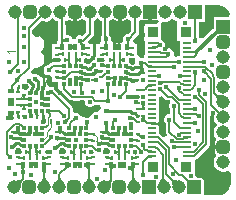
<source format=gtl>
G04*
G04 #@! TF.GenerationSoftware,Altium Limited,Altium Designer,25.0.2 (28)*
G04*
G04 Layer_Physical_Order=1*
G04 Layer_Color=255*
%FSLAX44Y44*%
%MOMM*%
G71*
G04*
G04 #@! TF.SameCoordinates,86524C76-892E-4E36-895C-82D9F112F233*
G04*
G04*
G04 #@! TF.FilePolarity,Positive*
G04*
G01*
G75*
%ADD10C,0.1000*%
%ADD13R,0.3500X0.2500*%
%ADD14R,0.3294X0.4048*%
%ADD15R,0.4048X0.3294*%
%ADD16R,0.2500X0.3500*%
%ADD17R,0.5000X0.3000*%
%ADD18R,0.3000X0.5000*%
%ADD19R,0.7000X0.2000*%
%ADD20R,0.9500X0.9500*%
%ADD21C,0.2000*%
%ADD63C,1.1430*%
G04:AMPARAMS|DCode=64|XSize=1.143mm|YSize=1.143mm|CornerRadius=0.2858mm|HoleSize=0mm|Usage=FLASHONLY|Rotation=270.000|XOffset=0mm|YOffset=0mm|HoleType=Round|Shape=RoundedRectangle|*
%AMROUNDEDRECTD64*
21,1,1.1430,0.5715,0,0,270.0*
21,1,0.5715,1.1430,0,0,270.0*
1,1,0.5715,-0.2858,-0.2858*
1,1,0.5715,-0.2858,0.2858*
1,1,0.5715,0.2858,0.2858*
1,1,0.5715,0.2858,-0.2858*
%
%ADD64ROUNDEDRECTD64*%
%ADD65R,1.1430X1.1430*%
G04:AMPARAMS|DCode=66|XSize=1.143mm|YSize=1.143mm|CornerRadius=0.2858mm|HoleSize=0mm|Usage=FLASHONLY|Rotation=180.000|XOffset=0mm|YOffset=0mm|HoleType=Round|Shape=RoundedRectangle|*
%AMROUNDEDRECTD66*
21,1,1.1430,0.5715,0,0,180.0*
21,1,0.5715,1.1430,0,0,180.0*
1,1,0.5715,-0.2858,0.2858*
1,1,0.5715,0.2858,0.2858*
1,1,0.5715,0.2858,-0.2858*
1,1,0.5715,-0.2858,-0.2858*
%
%ADD66ROUNDEDRECTD66*%
%ADD67R,1.1430X1.1430*%
%ADD68C,0.3000*%
%ADD69C,0.1500*%
%ADD70C,0.2500*%
%ADD71C,0.3500*%
%ADD72R,0.3750X0.3286*%
%ADD73C,0.4000*%
G36*
X164357Y151550D02*
X164230Y151505D01*
X164118Y151431D01*
X164020Y151326D01*
X163937Y151191D01*
X163870Y151025D01*
X163818Y150830D01*
X163780Y150605D01*
X163757Y150350D01*
X163750Y150065D01*
X162250D01*
X162243Y150350D01*
X162220Y150605D01*
X162183Y150830D01*
X162130Y151025D01*
X162062Y151191D01*
X161980Y151326D01*
X161882Y151431D01*
X161770Y151505D01*
X161642Y151550D01*
X161500Y151566D01*
X164500D01*
X164357Y151550D01*
D02*
G37*
G36*
X126050Y150035D02*
X131637D01*
X131859Y149635D01*
X130468Y147250D01*
X119750D01*
Y132750D01*
X120000D01*
Y120659D01*
X118076Y118750D01*
X116285D01*
X116249Y118735D01*
X113749Y120406D01*
Y130250D01*
X111880D01*
X110353Y132750D01*
X110500Y133105D01*
Y133737D01*
X110523Y133837D01*
X114193Y137507D01*
X114911Y138582D01*
X115164Y139850D01*
Y149242D01*
X117335Y150035D01*
X117335Y150035D01*
Y150035D01*
X117335Y150035D01*
X123050D01*
Y157250D01*
X126050D01*
Y150035D01*
D02*
G37*
G36*
X100650Y149950D02*
X102008D01*
X103708Y150288D01*
X105149Y151251D01*
X106806Y150676D01*
X108536Y149677D01*
Y141223D01*
X105836Y138523D01*
X105737Y138500D01*
X105105D01*
X103451Y137815D01*
X102185Y136549D01*
X101500Y134895D01*
Y133543D01*
X101372Y132959D01*
X99881Y131250D01*
X99499D01*
Y130117D01*
X97499D01*
Y131250D01*
X95499D01*
Y130117D01*
X93499D01*
Y131250D01*
X93235D01*
X91789Y133447D01*
X91769Y133655D01*
Y135267D01*
X91084Y136921D01*
X90173Y137832D01*
Y149914D01*
X91494Y150676D01*
X92166Y151348D01*
X93151Y151251D01*
X94592Y150288D01*
X96292Y149950D01*
X97650D01*
Y157250D01*
X100650D01*
Y149950D01*
D02*
G37*
G36*
X62550D02*
X63907D01*
X65608Y150288D01*
X67049Y151251D01*
X68034Y151348D01*
X68706Y150676D01*
X70436Y149677D01*
Y140123D01*
X67398Y137085D01*
X66395Y137500D01*
X64605D01*
X62951Y136815D01*
X61685Y135549D01*
X61284Y134582D01*
X58690Y134651D01*
X58290Y135619D01*
X57024Y136884D01*
X55370Y137570D01*
X53580D01*
X53313Y137748D01*
Y149634D01*
X53438Y149750D01*
X55749Y150785D01*
X56492Y150288D01*
X58193Y149950D01*
X59550D01*
Y157250D01*
X62550D01*
Y149950D01*
D02*
G37*
G36*
X144906Y150676D02*
X146779Y149595D01*
X147141Y149498D01*
X147750Y147250D01*
X147750Y147250D01*
Y132750D01*
X150000D01*
Y121810D01*
X149895Y119500D01*
X148105D01*
X146451Y118815D01*
X144583Y120483D01*
X144379Y120814D01*
X144500Y121105D01*
Y122895D01*
X143815Y124549D01*
X142549Y125815D01*
X140895Y126500D01*
X139541D01*
X138399Y127398D01*
X137500Y128541D01*
Y129895D01*
X136815Y131549D01*
X135549Y132815D01*
X134250Y133353D01*
Y146961D01*
X135624Y149181D01*
X136168Y149035D01*
X138331D01*
X140421Y149595D01*
X142294Y150676D01*
X143600Y151982D01*
X144906Y150676D01*
D02*
G37*
G36*
X43306D02*
X45179Y149595D01*
X46686Y149191D01*
Y132750D01*
X45999D01*
Y130312D01*
X45987Y130250D01*
X41749D01*
Y122750D01*
Y117250D01*
X45249D01*
Y114566D01*
X42252D01*
X40984Y114313D01*
X39909Y113595D01*
X38837Y112523D01*
X38737Y112500D01*
X38105D01*
X36451Y111815D01*
X35185Y110549D01*
X34500Y108895D01*
Y107105D01*
X35185Y105451D01*
X36451Y104185D01*
X38105Y103500D01*
X39895D01*
X41250Y101355D01*
Y98000D01*
X46982D01*
Y92925D01*
X45274Y92267D01*
X44482Y92192D01*
X43383Y93292D01*
X41729Y93977D01*
X39939D01*
X39750Y93899D01*
X37250Y95524D01*
Y97000D01*
X37243D01*
Y97251D01*
X36110D01*
Y99251D01*
X37243D01*
Y101001D01*
X35993D01*
Y99868D01*
X33993D01*
Y101001D01*
X33243D01*
Y102501D01*
X31188D01*
X31065Y102799D01*
X29799Y104065D01*
X28145Y104750D01*
X26355D01*
X25864Y104547D01*
X24994Y104772D01*
X24093Y107407D01*
X24811Y108482D01*
X27078Y110000D01*
X28922D01*
X30702Y110477D01*
X32298Y111399D01*
X33601Y112702D01*
X34523Y114298D01*
X35000Y116079D01*
Y117922D01*
X34523Y119702D01*
X33601Y121298D01*
X32989Y121911D01*
X32548Y123500D01*
X32989Y125089D01*
X33601Y125702D01*
X34523Y127298D01*
X35000Y129079D01*
Y130922D01*
X34523Y132702D01*
X33601Y134298D01*
X32298Y135601D01*
X30702Y136523D01*
X28922Y137000D01*
X27078D01*
X25064Y139048D01*
Y141977D01*
X32638Y149552D01*
X34569Y149035D01*
X36732D01*
X38821Y149595D01*
X40694Y150676D01*
X41710Y151692D01*
X42290D01*
X43306Y150676D01*
D02*
G37*
G36*
X87617Y137345D02*
X87639Y137159D01*
X87676Y136983D01*
X87728Y136818D01*
X87794Y136664D01*
X87875Y136521D01*
X87971Y136388D01*
X88082Y136267D01*
X88207Y136156D01*
X88347Y136056D01*
X85606Y135483D01*
X85702Y135636D01*
X85787Y135793D01*
X85863Y135954D01*
X85928Y136119D01*
X85984Y136289D01*
X86029Y136463D01*
X86064Y136641D01*
X86089Y136824D01*
X86105Y137010D01*
X86110Y137201D01*
X87610Y137543D01*
X87617Y137345D01*
D02*
G37*
G36*
X185410Y162551D02*
X187350Y161748D01*
X189096Y160581D01*
X190581Y159096D01*
X191748Y157350D01*
X192551Y155410D01*
X192620Y155065D01*
X190708Y152565D01*
X178535D01*
Y143359D01*
X178026Y143019D01*
X169810Y134803D01*
X166875Y135403D01*
X166815Y135549D01*
X166368Y135996D01*
X166314Y136082D01*
Y149035D01*
X170865D01*
Y162961D01*
X183350D01*
X185410Y162551D01*
D02*
G37*
G36*
X163757Y135860D02*
X163776Y135673D01*
X163808Y135492D01*
X163854Y135319D01*
X163913Y135153D01*
X163984Y134994D01*
X164069Y134842D01*
X164166Y134697D01*
X164277Y134559D01*
X164400Y134428D01*
X161600D01*
X161723Y134559D01*
X161834Y134697D01*
X161931Y134842D01*
X162016Y134994D01*
X162087Y135153D01*
X162146Y135319D01*
X162192Y135492D01*
X162224Y135673D01*
X162243Y135860D01*
X162250Y136054D01*
X163750D01*
X163757Y135860D01*
D02*
G37*
G36*
X108690Y135629D02*
X108557Y135487D01*
X108439Y135341D01*
X108334Y135191D01*
X108244Y135036D01*
X108168Y134877D01*
X108106Y134714D01*
X108058Y134547D01*
X108025Y134376D01*
X108005Y134200D01*
X108000Y134020D01*
X106020Y136000D01*
X106200Y136005D01*
X106376Y136025D01*
X106547Y136058D01*
X106714Y136106D01*
X106877Y136168D01*
X107036Y136244D01*
X107191Y136334D01*
X107341Y136439D01*
X107487Y136557D01*
X107629Y136690D01*
X108690Y135629D01*
D02*
G37*
G36*
X50764Y134965D02*
X50809Y134710D01*
X50884Y134485D01*
X50989Y134290D01*
X51124Y134125D01*
X51289Y133990D01*
X51484Y133885D01*
X51709Y133810D01*
X51835Y133788D01*
X51955Y133810D01*
X52127Y133857D01*
X52292Y133917D01*
X52448Y133991D01*
X52597Y134078D01*
X52739Y134178D01*
X52873Y134292D01*
X52999Y134419D01*
X53096Y131621D01*
X52961Y131740D01*
X52819Y131847D01*
X52670Y131942D01*
X52515Y132023D01*
X52354Y132093D01*
X52186Y132149D01*
X52012Y132193D01*
X51869Y132218D01*
X51709Y132190D01*
X51484Y132115D01*
X51289Y132010D01*
X51124Y131875D01*
X50989Y131710D01*
X50884Y131515D01*
X50809Y131290D01*
X50784Y131145D01*
X50814Y130955D01*
X50865Y130759D01*
X50929Y130595D01*
X51008Y130459D01*
X51102Y130354D01*
X51210Y130280D01*
X51332Y130234D01*
X51469Y130219D01*
X48530D01*
X48667Y130234D01*
X48789Y130280D01*
X48897Y130354D01*
X48990Y130459D01*
X49069Y130595D01*
X49134Y130759D01*
X49185Y130955D01*
X49221Y131180D01*
X49242Y131434D01*
X49249Y131720D01*
X50103D01*
X49249Y133000D01*
X50749Y135250D01*
X50764Y134965D01*
D02*
G37*
G36*
X107210Y132408D02*
X107075Y132295D01*
X106954Y132173D01*
X106848Y132042D01*
X106756Y131901D01*
X106677Y131752D01*
X106613Y131593D01*
X106564Y131424D01*
X106528Y131247D01*
X106523Y131200D01*
X106542Y130955D01*
X106575Y130759D01*
X106617Y130595D01*
X106669Y130459D01*
X106730Y130354D01*
X106800Y130280D01*
X106880Y130234D01*
X106969Y130219D01*
X104250Y130189D01*
X104392Y130206D01*
X104520Y130253D01*
X104632Y130330D01*
X104730Y130438D01*
X104812Y130576D01*
X104880Y130744D01*
X104932Y130942D01*
X104970Y131171D01*
X104986Y131354D01*
X104977Y131447D01*
X104949Y131629D01*
X104909Y131806D01*
X104858Y131978D01*
X104795Y132144D01*
X104722Y132305D01*
X104636Y132461D01*
X104540Y132612D01*
X104432Y132758D01*
X107210Y132408D01*
D02*
G37*
G36*
X88632Y132888D02*
X88528Y132744D01*
X88435Y132593D01*
X88356Y132437D01*
X88288Y132274D01*
X88233Y132105D01*
X88190Y131930D01*
X88159Y131749D01*
X88140Y131562D01*
X88139Y131526D01*
X88142Y131430D01*
X88164Y131171D01*
X88202Y130942D01*
X88254Y130744D01*
X88322Y130576D01*
X88404Y130438D01*
X88502Y130330D01*
X88614Y130253D01*
X88742Y130206D01*
X88884Y130189D01*
X86030Y130219D01*
X86145Y130234D01*
X86248Y130280D01*
X86338Y130354D01*
X86417Y130459D01*
X86483Y130595D01*
X86538Y130759D01*
X86580Y130955D01*
X86610Y131180D01*
X86628Y131434D01*
X86629Y131443D01*
X86628Y131470D01*
X86607Y131657D01*
X86573Y131837D01*
X86525Y132008D01*
X86464Y132171D01*
X86389Y132326D01*
X86301Y132473D01*
X86199Y132612D01*
X86083Y132743D01*
X85954Y132865D01*
X88749Y133027D01*
X88632Y132888D01*
D02*
G37*
G36*
X129485Y131928D02*
X129529Y131890D01*
X129605Y131858D01*
X129710Y131829D01*
X129845Y131805D01*
X130009Y131785D01*
X130429Y131759D01*
X130969Y131750D01*
Y130970D01*
X131530Y131530D01*
X131661Y131402D01*
X132002Y131108D01*
X132098Y131039D01*
X132185Y130986D01*
X132263Y130948D01*
X132333Y130924D01*
X132393Y130915D01*
X132445Y130921D01*
X131079Y129555D01*
X131085Y129607D01*
X131076Y129667D01*
X131053Y129737D01*
X131014Y129815D01*
X130961Y129902D01*
X130892Y129998D01*
X130809Y130103D01*
X130679Y130247D01*
X129845Y130195D01*
X129710Y130171D01*
X129605Y130142D01*
X129529Y130110D01*
X129485Y130072D01*
X129469Y130030D01*
Y131970D01*
X129485Y131928D01*
D02*
G37*
G36*
X67633Y130189D02*
X66560Y129117D01*
X66550Y129129D01*
X66519Y129163D01*
X65469Y130219D01*
X66530Y131280D01*
X67633Y130189D01*
D02*
G37*
G36*
X86052Y127282D02*
X86179Y127269D01*
X86719Y127250D01*
Y125750D01*
X86434Y125745D01*
X86035Y125714D01*
X86030Y125281D01*
X86015Y125370D01*
X85970Y125449D01*
X85895Y125520D01*
X85790Y125581D01*
X85655Y125633D01*
X85624Y125640D01*
X85594Y125633D01*
X85459Y125581D01*
X85354Y125520D01*
X85279Y125449D01*
X85234Y125370D01*
X85219Y125281D01*
Y125716D01*
X85070Y125731D01*
X84530Y125750D01*
Y127250D01*
X84819Y127257D01*
X85078Y127280D01*
X85219Y127303D01*
Y127719D01*
X85234Y127630D01*
X85279Y127550D01*
X85354Y127480D01*
X85459Y127419D01*
X85545Y127386D01*
X85674Y127437D01*
X85812Y127520D01*
X85919Y127618D01*
X85997Y127730D01*
X86044Y127858D01*
X86060Y128000D01*
X86052Y127282D01*
D02*
G37*
G36*
X48552D02*
X48679Y127269D01*
X49219Y127250D01*
Y125750D01*
X48934Y125745D01*
X48535Y125714D01*
X48530Y125281D01*
X48515Y125370D01*
X48470Y125449D01*
X48395Y125520D01*
X48290Y125581D01*
X48155Y125633D01*
X48124Y125640D01*
X48094Y125633D01*
X47959Y125581D01*
X47854Y125520D01*
X47779Y125449D01*
X47734Y125370D01*
X47719Y125281D01*
Y125716D01*
X47570Y125731D01*
X47030Y125750D01*
Y127250D01*
X47319Y127257D01*
X47578Y127280D01*
X47719Y127303D01*
Y127719D01*
X47734Y127630D01*
X47779Y127550D01*
X47854Y127480D01*
X47959Y127419D01*
X48045Y127386D01*
X48174Y127437D01*
X48312Y127520D01*
X48419Y127618D01*
X48496Y127730D01*
X48544Y127858D01*
X48560Y128000D01*
X48552Y127282D01*
D02*
G37*
G36*
X132229Y127155D02*
X132130Y127187D01*
X132028Y127202D01*
X131923Y127201D01*
X131815Y127183D01*
X131704Y127148D01*
X131590Y127096D01*
X131473Y127027D01*
X131353Y126941D01*
X131230Y126839D01*
X131104Y126720D01*
X130574Y127390D01*
Y126500D01*
X130364Y126496D01*
X130010Y126468D01*
X129867Y126443D01*
X129746Y126412D01*
X129646Y126373D01*
X129569Y126327D01*
X129514Y126273D01*
X129481Y126213D01*
X129469Y126146D01*
Y127970D01*
X129481Y127975D01*
X129514Y127980D01*
X129569Y127985D01*
X130010Y127997D01*
X130259Y127999D01*
X130319Y128061D01*
X130685Y128491D01*
X130777Y128621D01*
X130853Y128745D01*
X130915Y128862D01*
X130961Y128973D01*
X130992Y129076D01*
X131008Y129174D01*
X132229Y127155D01*
D02*
G37*
G36*
X106984Y127858D02*
X107029Y127730D01*
X107104Y127618D01*
X107209Y127520D01*
X107344Y127437D01*
X107462Y127389D01*
X107540Y127419D01*
X107645Y127480D01*
X107720Y127550D01*
X107765Y127630D01*
X107780Y127719D01*
Y127305D01*
X107929Y127280D01*
X108184Y127257D01*
X108469Y127250D01*
Y125750D01*
X108184Y125745D01*
X107780Y125714D01*
Y125281D01*
X107765Y125370D01*
X107720Y125449D01*
X107645Y125520D01*
X107540Y125581D01*
X107405Y125633D01*
X107374Y125640D01*
X107344Y125633D01*
X107209Y125581D01*
X107104Y125520D01*
X107029Y125449D01*
X106984Y125370D01*
X106969Y125281D01*
Y125716D01*
X106820Y125731D01*
X106280Y125750D01*
Y127250D01*
X106565Y127255D01*
X106969Y127286D01*
Y128000D01*
X106984Y127858D01*
D02*
G37*
G36*
X69484D02*
X69529Y127730D01*
X69604Y127618D01*
X69709Y127520D01*
X69844Y127437D01*
X69962Y127389D01*
X70040Y127419D01*
X70145Y127480D01*
X70220Y127550D01*
X70265Y127630D01*
X70280Y127719D01*
Y127305D01*
X70429Y127280D01*
X70684Y127257D01*
X70969Y127250D01*
Y125750D01*
X70684Y125745D01*
X70280Y125714D01*
Y125281D01*
X70265Y125370D01*
X70220Y125449D01*
X70145Y125520D01*
X70040Y125581D01*
X69905Y125633D01*
X69874Y125640D01*
X69844Y125633D01*
X69709Y125581D01*
X69604Y125520D01*
X69529Y125449D01*
X69484Y125370D01*
X69469Y125281D01*
Y125716D01*
X69320Y125731D01*
X68780Y125750D01*
Y127250D01*
X69065Y127255D01*
X69469Y127286D01*
Y128000D01*
X69484Y127858D01*
D02*
G37*
G36*
X162715Y122647D02*
X163775Y123000D01*
X163452Y122088D01*
X164966D01*
X164882Y121972D01*
X164807Y121855D01*
X164741Y121737D01*
X164684Y121618D01*
X164635Y121498D01*
X164595Y121376D01*
X164564Y121254D01*
X164543Y121130D01*
X164529Y121005D01*
X164525Y120879D01*
X163025D01*
X163014Y121064D01*
X163007Y121130D01*
X162985Y121254D01*
X162954Y121376D01*
X162915Y121498D01*
X162866Y121618D01*
X162866Y121619D01*
X162785Y121756D01*
X162650Y121907D01*
X162485Y122031D01*
X162404Y122071D01*
X162292Y122098D01*
X162047Y122138D01*
X161399Y122200D01*
X160446Y122233D01*
X159845Y122195D01*
X159710Y122171D01*
X159605Y122142D01*
X159529Y122110D01*
X159485Y122072D01*
X159469Y122030D01*
Y123970D01*
X159485Y123928D01*
X159529Y123890D01*
X159605Y123858D01*
X159710Y123829D01*
X159845Y123805D01*
X160009Y123785D01*
X160271Y123769D01*
X162292Y123903D01*
X162486Y123949D01*
X162626Y124002D01*
X162715Y124061D01*
Y122647D01*
D02*
G37*
G36*
X129485Y123928D02*
X129529Y123890D01*
X129605Y123858D01*
X129710Y123829D01*
X129845Y123805D01*
X130009Y123785D01*
X130429Y123759D01*
X130969Y123750D01*
Y122250D01*
X130684Y122248D01*
X129845Y122195D01*
X129710Y122171D01*
X129605Y122142D01*
X129529Y122110D01*
X129485Y122072D01*
X129469Y122030D01*
Y123970D01*
X129485Y123928D01*
D02*
G37*
G36*
X105954Y123108D02*
X106000Y122980D01*
X106076Y122867D01*
X106183Y122770D01*
X106321Y122688D01*
X106489Y122620D01*
X106688Y122568D01*
X106918Y122530D01*
X107178Y122507D01*
X107469Y122500D01*
Y122278D01*
X107780Y122219D01*
X107810Y120250D01*
X107793Y120393D01*
X107746Y120520D01*
X107668Y120632D01*
X107560Y120730D01*
X107422Y120813D01*
X107254Y120880D01*
X107056Y120933D01*
X106872Y120962D01*
X106688Y120933D01*
X106489Y120880D01*
X106321Y120813D01*
X106183Y120730D01*
X106076Y120632D01*
X106000Y120520D01*
X105954Y120393D01*
X105938Y120250D01*
Y123250D01*
X105954Y123108D01*
D02*
G37*
G36*
X87060Y120250D02*
X87045Y120393D01*
X86999Y120520D01*
X86923Y120632D01*
X86816Y120730D01*
X86678Y120813D01*
X86509Y120880D01*
X86310Y120933D01*
X86081Y120970D01*
X85821Y120992D01*
X85530Y121000D01*
Y122500D01*
X85821Y122507D01*
X86081Y122530D01*
X86310Y122568D01*
X86509Y122620D01*
X86678Y122688D01*
X86816Y122770D01*
X86923Y122867D01*
X86999Y122980D01*
X87045Y123108D01*
X87060Y123250D01*
Y120250D01*
D02*
G37*
G36*
X68454Y123108D02*
X68500Y122980D01*
X68576Y122867D01*
X68683Y122770D01*
X68821Y122688D01*
X68989Y122620D01*
X69188Y122568D01*
X69418Y122530D01*
X69678Y122507D01*
X69969Y122500D01*
Y122278D01*
X70280Y122219D01*
X70310Y120250D01*
X70293Y120393D01*
X70245Y120520D01*
X70168Y120632D01*
X70060Y120730D01*
X69922Y120813D01*
X69754Y120880D01*
X69556Y120933D01*
X69372Y120962D01*
X69188Y120933D01*
X68989Y120880D01*
X68821Y120813D01*
X68683Y120730D01*
X68576Y120632D01*
X68500Y120520D01*
X68454Y120393D01*
X68438Y120250D01*
Y123250D01*
X68454Y123108D01*
D02*
G37*
G36*
X49560Y120250D02*
X49545Y120393D01*
X49499Y120520D01*
X49423Y120632D01*
X49316Y120730D01*
X49178Y120813D01*
X49009Y120880D01*
X48810Y120933D01*
X48581Y120970D01*
X48321Y120992D01*
X48030Y121000D01*
Y122500D01*
X48321Y122507D01*
X48581Y122530D01*
X48810Y122568D01*
X49009Y122620D01*
X49178Y122688D01*
X49316Y122770D01*
X49423Y122867D01*
X49499Y122980D01*
X49545Y123108D01*
X49560Y123250D01*
Y120250D01*
D02*
G37*
G36*
X140826Y120178D02*
X140695Y120113D01*
X140553Y120029D01*
X140400Y119928D01*
X140063Y119674D01*
X139683Y119349D01*
X139033Y118729D01*
X137831Y119649D01*
X137968Y119797D01*
X138083Y119944D01*
X138176Y120091D01*
X138247Y120237D01*
X138296Y120382D01*
X138323Y120528D01*
X138329Y120672D01*
X138312Y120816D01*
X138273Y120960D01*
X138212Y121103D01*
X140826Y120178D01*
D02*
G37*
G36*
X100380Y120015D02*
X100300Y119971D01*
X100230Y119895D01*
X100168Y119790D01*
X100117Y119656D01*
X100075Y119490D01*
X100042Y119296D01*
X100038Y119256D01*
X100042Y119205D01*
X100075Y119010D01*
X100117Y118844D01*
X100168Y118709D01*
X100230Y118604D01*
X100300Y118530D01*
X100380Y118484D01*
X100469Y118469D01*
X98030D01*
X98119Y118484D01*
X98199Y118530D01*
X98269Y118604D01*
X98330Y118709D01*
X98382Y118844D01*
X98424Y119010D01*
X98457Y119205D01*
X98461Y119243D01*
X98457Y119296D01*
X98424Y119490D01*
X98382Y119656D01*
X98330Y119790D01*
X98269Y119895D01*
X98199Y119971D01*
X98119Y120015D01*
X98030Y120030D01*
X100469D01*
X100380Y120015D01*
D02*
G37*
G36*
X94880D02*
X94800Y119971D01*
X94729Y119895D01*
X94668Y119790D01*
X94617Y119656D01*
X94574Y119490D01*
X94542Y119296D01*
X94538Y119256D01*
X94542Y119205D01*
X94574Y119010D01*
X94617Y118844D01*
X94668Y118709D01*
X94729Y118604D01*
X94800Y118530D01*
X94880Y118484D01*
X94969Y118469D01*
X92530D01*
X92619Y118484D01*
X92699Y118530D01*
X92769Y118604D01*
X92830Y118709D01*
X92882Y118844D01*
X92924Y119010D01*
X92957Y119205D01*
X92961Y119243D01*
X92957Y119296D01*
X92924Y119490D01*
X92882Y119656D01*
X92830Y119790D01*
X92769Y119895D01*
X92699Y119971D01*
X92619Y120015D01*
X92530Y120030D01*
X94969D01*
X94880Y120015D01*
D02*
G37*
G36*
X62880D02*
X62800Y119971D01*
X62730Y119895D01*
X62668Y119790D01*
X62617Y119656D01*
X62575Y119490D01*
X62542Y119296D01*
X62538Y119256D01*
X62542Y119205D01*
X62575Y119010D01*
X62617Y118844D01*
X62668Y118709D01*
X62730Y118604D01*
X62800Y118530D01*
X62880Y118484D01*
X62969Y118469D01*
X60530D01*
X60619Y118484D01*
X60699Y118530D01*
X60769Y118604D01*
X60830Y118709D01*
X60882Y118844D01*
X60924Y119010D01*
X60957Y119205D01*
X60961Y119243D01*
X60957Y119296D01*
X60924Y119490D01*
X60882Y119656D01*
X60830Y119790D01*
X60769Y119895D01*
X60699Y119971D01*
X60619Y120015D01*
X60530Y120030D01*
X62969D01*
X62880Y120015D01*
D02*
G37*
G36*
X57380D02*
X57300Y119971D01*
X57229Y119895D01*
X57168Y119790D01*
X57117Y119656D01*
X57074Y119490D01*
X57042Y119296D01*
X57038Y119256D01*
X57042Y119205D01*
X57074Y119010D01*
X57117Y118844D01*
X57168Y118709D01*
X57229Y118604D01*
X57300Y118530D01*
X57380Y118484D01*
X57469Y118469D01*
X55030D01*
X55119Y118484D01*
X55199Y118530D01*
X55269Y118604D01*
X55330Y118709D01*
X55382Y118844D01*
X55424Y119010D01*
X55457Y119205D01*
X55461Y119243D01*
X55457Y119296D01*
X55424Y119490D01*
X55382Y119656D01*
X55330Y119790D01*
X55269Y119895D01*
X55199Y119971D01*
X55119Y120015D01*
X55030Y120030D01*
X57469D01*
X57380Y120015D01*
D02*
G37*
G36*
X81406Y150676D02*
X83279Y149595D01*
X83546Y149523D01*
Y137046D01*
X83543Y137032D01*
X83537Y137006D01*
X83535Y137002D01*
X83454Y136921D01*
X82769Y135267D01*
Y133477D01*
X83070Y132750D01*
X81885Y130488D01*
X81606Y130250D01*
X79249D01*
Y120311D01*
X76850Y118403D01*
X76286Y118566D01*
X76249Y118600D01*
Y130250D01*
X73053D01*
X72436Y132750D01*
X76093Y136407D01*
X76811Y137483D01*
X77064Y138751D01*
Y149677D01*
X78794Y150676D01*
X79810Y151692D01*
X80390D01*
X81406Y150676D01*
D02*
G37*
G36*
X83780Y118011D02*
X84261Y118000D01*
Y115500D01*
X84034Y115499D01*
X83780Y115482D01*
Y115030D01*
X83757Y115120D01*
X83689Y115199D01*
X83575Y115270D01*
X83415Y115331D01*
X83210Y115383D01*
X83049Y115410D01*
X83029Y115404D01*
X82968Y115379D01*
X82928Y115350D01*
Y115428D01*
X82663Y115458D01*
X81933Y115495D01*
X81500Y115500D01*
Y118000D01*
X81933Y118005D01*
X82928Y118073D01*
Y118150D01*
X82968Y118122D01*
X83029Y118096D01*
X83049Y118090D01*
X83210Y118117D01*
X83415Y118169D01*
X83575Y118230D01*
X83689Y118301D01*
X83757Y118380D01*
X83780Y118469D01*
Y118011D01*
D02*
G37*
G36*
X159485Y119928D02*
X159529Y119890D01*
X159605Y119858D01*
X159710Y119829D01*
X159845Y119805D01*
X160009Y119785D01*
X160429Y119759D01*
X160970Y119750D01*
Y118250D01*
X160685Y118248D01*
X159845Y118195D01*
X159710Y118171D01*
X159605Y118142D01*
X159529Y118110D01*
X159485Y118072D01*
X159469Y118031D01*
Y119970D01*
X159485Y119928D01*
D02*
G37*
G36*
X129485D02*
X129529Y119890D01*
X129605Y119858D01*
X129710Y119829D01*
X129845Y119805D01*
X130009Y119785D01*
X130429Y119759D01*
X130969Y119750D01*
Y118250D01*
X130684Y118248D01*
X129845Y118195D01*
X129710Y118171D01*
X129605Y118142D01*
X129529Y118110D01*
X129485Y118072D01*
X129469Y118031D01*
Y119970D01*
X129485Y119928D01*
D02*
G37*
G36*
X101280Y117555D02*
X101429Y117530D01*
X101684Y117507D01*
X101969Y117500D01*
Y116000D01*
X101684Y115992D01*
X101429Y115970D01*
X101280Y115945D01*
Y115250D01*
X101265Y115393D01*
X101220Y115520D01*
X101145Y115632D01*
X101040Y115730D01*
X100905Y115813D01*
X100874Y115825D01*
X100844Y115813D01*
X100709Y115730D01*
X100604Y115632D01*
X100529Y115520D01*
X100484Y115393D01*
X100469Y115250D01*
Y115945D01*
X100320Y115970D01*
X100065Y115992D01*
X99780Y116000D01*
Y117500D01*
X100065Y117507D01*
X100320Y117530D01*
X100469Y117555D01*
Y118250D01*
X100484Y118108D01*
X100529Y117980D01*
X100604Y117867D01*
X100709Y117770D01*
X100844Y117688D01*
X100874Y117675D01*
X100905Y117688D01*
X101040Y117770D01*
X101145Y117867D01*
X101220Y117980D01*
X101265Y118108D01*
X101280Y118250D01*
Y117555D01*
D02*
G37*
G36*
X63780D02*
X63929Y117530D01*
X64184Y117507D01*
X64469Y117500D01*
Y116000D01*
X64184Y115992D01*
X63929Y115970D01*
X63780Y115945D01*
Y115250D01*
X63765Y115393D01*
X63720Y115520D01*
X63645Y115632D01*
X63540Y115730D01*
X63405Y115813D01*
X63374Y115825D01*
X63344Y115813D01*
X63209Y115730D01*
X63104Y115632D01*
X63029Y115520D01*
X62984Y115393D01*
X62969Y115250D01*
Y115945D01*
X62820Y115970D01*
X62565Y115992D01*
X62280Y116000D01*
Y117500D01*
X62565Y117507D01*
X62820Y117530D01*
X62969Y117555D01*
Y118250D01*
X62984Y118108D01*
X63029Y117980D01*
X63104Y117867D01*
X63209Y117770D01*
X63344Y117688D01*
X63374Y117675D01*
X63405Y117688D01*
X63540Y117770D01*
X63645Y117867D01*
X63720Y117980D01*
X63765Y118108D01*
X63780Y118250D01*
Y117555D01*
D02*
G37*
G36*
X71713Y118116D02*
X71782Y117987D01*
X71898Y117873D01*
X72059Y117774D01*
X72265Y117690D01*
X72517Y117622D01*
X72814Y117568D01*
X73157Y117530D01*
X73979Y117500D01*
Y114500D01*
X71719Y115030D01*
X71688Y118260D01*
X71713Y118116D01*
D02*
G37*
G36*
X159485Y115928D02*
X159529Y115891D01*
X159605Y115858D01*
X159710Y115829D01*
X159845Y115805D01*
X160009Y115785D01*
X160429Y115759D01*
X160970Y115750D01*
Y114250D01*
X160685Y114248D01*
X159845Y114195D01*
X159710Y114171D01*
X159605Y114143D01*
X159529Y114110D01*
X159485Y114072D01*
X159469Y114031D01*
Y115970D01*
X159485Y115928D01*
D02*
G37*
G36*
X129485D02*
X129529Y115891D01*
X129605Y115858D01*
X129710Y115829D01*
X129845Y115805D01*
X130009Y115785D01*
X130429Y115759D01*
X130969Y115750D01*
Y114250D01*
X130684Y114248D01*
X129845Y114195D01*
X129710Y114171D01*
X129605Y114143D01*
X129529Y114110D01*
X129485Y114072D01*
X129469Y114031D01*
Y115970D01*
X129485Y115928D01*
D02*
G37*
G36*
X168572Y113600D02*
X168441Y113723D01*
X168303Y113834D01*
X168158Y113932D01*
X168006Y114016D01*
X167847Y114087D01*
X167681Y114146D01*
X167507Y114192D01*
X167327Y114224D01*
X167140Y114243D01*
X166946Y114250D01*
Y115750D01*
X167140Y115757D01*
X167327Y115776D01*
X167507Y115808D01*
X167681Y115854D01*
X167847Y115913D01*
X168006Y115984D01*
X168158Y116068D01*
X168303Y116166D01*
X168441Y116277D01*
X168572Y116400D01*
Y113600D01*
D02*
G37*
G36*
X147572D02*
X147441Y113723D01*
X147303Y113834D01*
X147158Y113932D01*
X147006Y114016D01*
X146847Y114087D01*
X146681Y114146D01*
X146508Y114192D01*
X146327Y114224D01*
X146140Y114243D01*
X145946Y114250D01*
Y115750D01*
X146140Y115757D01*
X146327Y115776D01*
X146508Y115808D01*
X146681Y115854D01*
X146847Y115913D01*
X147006Y115984D01*
X147158Y116068D01*
X147303Y116166D01*
X147441Y116277D01*
X147572Y116400D01*
Y113600D01*
D02*
G37*
G36*
X100356Y115015D02*
X100255Y114971D01*
X100166Y114895D01*
X100089Y114790D01*
X100023Y114656D01*
X99970Y114490D01*
X99928Y114296D01*
X99910Y114160D01*
X99942Y113972D01*
X99993Y113777D01*
X100060Y113611D01*
X100142Y113476D01*
X100238Y113371D01*
X100350Y113296D01*
X100476Y113251D01*
X100617Y113237D01*
X97625D01*
X97767Y113251D01*
X97895Y113296D01*
X98007Y113371D01*
X98105Y113476D01*
X98187Y113611D01*
X98255Y113777D01*
X98307Y113972D01*
X98343Y114186D01*
X98320Y114490D01*
X98288Y114656D01*
X98251Y114790D01*
X98206Y114895D01*
X98154Y114971D01*
X98095Y115015D01*
X98030Y115030D01*
X100469D01*
X100356Y115015D01*
D02*
G37*
G36*
X94632Y114452D02*
X94654Y114197D01*
X94692Y113972D01*
X94744Y113777D01*
X94812Y113611D01*
X94894Y113476D01*
X94992Y113371D01*
X95104Y113296D01*
X95232Y113251D01*
X95374Y113237D01*
X92382D01*
X92523Y113251D01*
X92649Y113296D01*
X92761Y113371D01*
X92857Y113476D01*
X92939Y113611D01*
X93005Y113777D01*
X93057Y113972D01*
X93094Y114197D01*
X93117Y114452D01*
X93124Y114736D01*
X94624D01*
X94632Y114452D01*
D02*
G37*
G36*
X62856Y115015D02*
X62755Y114971D01*
X62666Y114895D01*
X62589Y114790D01*
X62523Y114656D01*
X62470Y114490D01*
X62428Y114296D01*
X62410Y114160D01*
X62442Y113972D01*
X62493Y113777D01*
X62560Y113611D01*
X62642Y113476D01*
X62738Y113371D01*
X62849Y113296D01*
X62976Y113251D01*
X63116Y113237D01*
X60125D01*
X60267Y113251D01*
X60395Y113296D01*
X60507Y113371D01*
X60605Y113476D01*
X60687Y113611D01*
X60755Y113777D01*
X60807Y113972D01*
X60843Y114186D01*
X60820Y114490D01*
X60788Y114656D01*
X60751Y114790D01*
X60706Y114895D01*
X60654Y114971D01*
X60595Y115015D01*
X60530Y115030D01*
X62969D01*
X62856Y115015D01*
D02*
G37*
G36*
X57132Y114452D02*
X57154Y114197D01*
X57192Y113972D01*
X57244Y113777D01*
X57312Y113611D01*
X57394Y113476D01*
X57492Y113371D01*
X57604Y113296D01*
X57732Y113251D01*
X57874Y113237D01*
X54882D01*
X55023Y113251D01*
X55149Y113296D01*
X55261Y113371D01*
X55357Y113476D01*
X55439Y113611D01*
X55505Y113777D01*
X55557Y113972D01*
X55594Y114197D01*
X55617Y114452D01*
X55624Y114736D01*
X57124D01*
X57132Y114452D01*
D02*
G37*
G36*
X119056Y114969D02*
X119097Y114932D01*
X119154Y114899D01*
X119226Y114871D01*
X119313Y114847D01*
X119416Y114827D01*
X119535Y114812D01*
X119818Y114794D01*
X119983Y114792D01*
Y113292D01*
X119785Y113291D01*
X119178Y113250D01*
X119072Y113231D01*
X118985Y113209D01*
X118916Y113184D01*
X118865Y113155D01*
X118833Y113123D01*
X119030Y115011D01*
X119056Y114969D01*
D02*
G37*
G36*
X118552Y112782D02*
X118526Y112721D01*
X118504Y112640D01*
X118484Y112538D01*
X118468Y112415D01*
X118444Y112107D01*
X118430Y111489D01*
X115930D01*
X115929Y111715D01*
X115876Y112538D01*
X115857Y112640D01*
X115834Y112721D01*
X115809Y112782D01*
X115780Y112822D01*
X118580D01*
X118552Y112782D01*
D02*
G37*
G36*
X86017Y112969D02*
X86130Y112845D01*
X86254Y112735D01*
X86388Y112640D01*
X86533Y112559D01*
X86656Y112507D01*
X86773Y112553D01*
X86878Y112617D01*
X86953Y112691D01*
X86998Y112775D01*
X87013Y112868D01*
Y112409D01*
X87030Y112405D01*
X87217Y112383D01*
X87414Y112376D01*
X87104Y110876D01*
X87013Y110873D01*
Y110126D01*
X86998Y110268D01*
X86953Y110396D01*
X86878Y110508D01*
X86773Y110606D01*
X86638Y110688D01*
X86473Y110756D01*
X86350Y110789D01*
X86192Y110746D01*
X86023Y110689D01*
X85858Y110622D01*
X85698Y110544D01*
X85542Y110456D01*
X85391Y110358D01*
X85513Y111000D01*
Y112376D01*
X85776Y112381D01*
X85914Y113108D01*
X86017Y112969D01*
D02*
G37*
G36*
X159485Y111928D02*
X159529Y111890D01*
X159605Y111858D01*
X159710Y111829D01*
X159845Y111805D01*
X160009Y111785D01*
X160429Y111759D01*
X160970Y111750D01*
Y110250D01*
X160685Y110248D01*
X159845Y110195D01*
X159710Y110171D01*
X159605Y110142D01*
X159529Y110110D01*
X159485Y110072D01*
X159469Y110030D01*
Y111969D01*
X159485Y111928D01*
D02*
G37*
G36*
X129485D02*
X129529Y111890D01*
X129605Y111858D01*
X129710Y111829D01*
X129845Y111805D01*
X130009Y111785D01*
X130429Y111759D01*
X130969Y111750D01*
Y110250D01*
X130684Y110248D01*
X129845Y110195D01*
X129710Y110171D01*
X129605Y110142D01*
X129529Y110110D01*
X129485Y110072D01*
X129469Y110030D01*
Y111969D01*
X129485Y111928D01*
D02*
G37*
G36*
X49513Y109752D02*
X49498Y109894D01*
X49453Y110022D01*
X49378Y110134D01*
X49273Y110232D01*
X49138Y110314D01*
X48973Y110382D01*
X48778Y110434D01*
X48553Y110472D01*
X48298Y110494D01*
X48013Y110502D01*
Y112002D01*
X48298Y112009D01*
X48553Y112032D01*
X48778Y112069D01*
X48973Y112122D01*
X49138Y112189D01*
X49273Y112272D01*
X49378Y112369D01*
X49453Y112482D01*
X49498Y112609D01*
X49513Y112752D01*
Y109752D01*
D02*
G37*
G36*
X143572Y109600D02*
X143441Y109724D01*
X143303Y109834D01*
X143158Y109931D01*
X143006Y110016D01*
X142847Y110087D01*
X142681Y110146D01*
X142507Y110191D01*
X142327Y110224D01*
X142140Y110244D01*
X141946Y110250D01*
Y111750D01*
X142140Y111756D01*
X142327Y111776D01*
X142507Y111809D01*
X142681Y111854D01*
X142847Y111912D01*
X143006Y111984D01*
X143158Y112069D01*
X143303Y112166D01*
X143441Y112276D01*
X143572Y112400D01*
Y109600D01*
D02*
G37*
G36*
X76215Y110665D02*
X76620Y110259D01*
X76562Y110200D01*
X76693Y110024D01*
X76634Y110023D01*
X76564Y110005D01*
X76482Y109970D01*
X76389Y109917D01*
X76285Y109846D01*
X76169Y109758D01*
X75969Y109586D01*
X73995Y107369D01*
X73969Y107281D01*
X70778Y109689D01*
X70997Y109578D01*
X71258Y109543D01*
X71561Y109586D01*
X71905Y109704D01*
X72292Y109900D01*
X72720Y110172D01*
X73190Y110520D01*
X73703Y110946D01*
X74442Y111640D01*
X75018Y112267D01*
X76215Y110665D01*
D02*
G37*
G36*
X112031Y109616D02*
X111924Y109516D01*
X111828Y109440D01*
X111744Y109389D01*
X111671Y109363D01*
X111609Y109361D01*
X111559Y109384D01*
X111519Y109431D01*
X111491Y109502D01*
X111475Y109599D01*
X111469Y109719D01*
X108805Y109689D01*
X108777Y109705D01*
X108787Y109756D01*
X108836Y109840D01*
X108923Y109959D01*
X109050Y110111D01*
X109661Y110773D01*
X110263Y111384D01*
X112031Y109616D01*
D02*
G37*
G36*
X41690Y109629D02*
X41557Y109487D01*
X41439Y109341D01*
X41334Y109191D01*
X41244Y109036D01*
X41168Y108877D01*
X41106Y108714D01*
X41058Y108547D01*
X41025Y108376D01*
X41005Y108200D01*
X41000Y108020D01*
X39020Y110000D01*
X39200Y110005D01*
X39376Y110025D01*
X39547Y110058D01*
X39714Y110106D01*
X39877Y110168D01*
X40036Y110244D01*
X40191Y110334D01*
X40341Y110439D01*
X40487Y110557D01*
X40629Y110690D01*
X41690Y109629D01*
D02*
G37*
G36*
X9066Y107938D02*
X8933Y107796D01*
X8814Y107650D01*
X8710Y107500D01*
X8620Y107345D01*
X8544Y107186D01*
X8482Y107023D01*
X8434Y106856D01*
X8400Y106684D01*
X8381Y106509D01*
X8376Y106329D01*
X6396Y108309D01*
X6576Y108314D01*
X6751Y108333D01*
X6923Y108367D01*
X7090Y108415D01*
X7253Y108477D01*
X7412Y108553D01*
X7567Y108643D01*
X7717Y108747D01*
X7863Y108866D01*
X8005Y108999D01*
X9066Y107938D01*
D02*
G37*
G36*
X79884Y106304D02*
X79454Y105868D01*
X78089Y104284D01*
X77973Y104087D01*
X77909Y103930D01*
X77898Y103812D01*
X77939Y103734D01*
X75365Y105946D01*
X75453Y105915D01*
X75582Y105939D01*
X75754Y106016D01*
X75967Y106147D01*
X76221Y106333D01*
X76854Y106867D01*
X77654Y107616D01*
X78116Y108072D01*
X79884Y106304D01*
D02*
G37*
G36*
X64499Y107078D02*
X65609Y107135D01*
Y105366D01*
X65559Y105392D01*
X65461Y105415D01*
X65317Y105435D01*
X64888Y105467D01*
X64499Y105474D01*
Y104751D01*
X64484Y104893D01*
X64439Y105021D01*
X64364Y105133D01*
X64259Y105231D01*
X64124Y105313D01*
X63959Y105381D01*
X63764Y105433D01*
X63539Y105471D01*
X63284Y105493D01*
X63012Y105500D01*
X62992Y105501D01*
Y107001D01*
X63487Y107026D01*
X63539Y107031D01*
X63764Y107068D01*
X63959Y107121D01*
X64124Y107188D01*
X64259Y107271D01*
X64364Y107368D01*
X64439Y107481D01*
X64484Y107608D01*
X64499Y107751D01*
Y107078D01*
D02*
G37*
G36*
X49513Y105250D02*
X49498Y105393D01*
X49453Y105520D01*
X49378Y105633D01*
X49273Y105730D01*
X49138Y105813D01*
X48973Y105880D01*
X48778Y105933D01*
X48553Y105970D01*
X48298Y105993D01*
X48013Y106000D01*
Y107500D01*
X48298Y107504D01*
X48973Y107559D01*
X49138Y107592D01*
X49273Y107632D01*
X49378Y107680D01*
X49453Y107735D01*
X49498Y107797D01*
X49513Y107867D01*
Y105250D01*
D02*
G37*
G36*
X117281Y106969D02*
X117311Y104970D01*
X117300Y104975D01*
X117268Y104980D01*
X117215Y104985D01*
X116791Y104997D01*
X116250Y105000D01*
Y107000D01*
X117281Y106969D01*
D02*
G37*
G36*
X172005Y106800D02*
X172025Y106624D01*
X172058Y106453D01*
X172106Y106286D01*
X172168Y106123D01*
X172244Y105964D01*
X172334Y105809D01*
X172439Y105659D01*
X172557Y105513D01*
X172690Y105371D01*
X171629Y104310D01*
X171487Y104443D01*
X171341Y104561D01*
X171191Y104666D01*
X171036Y104756D01*
X170877Y104832D01*
X170714Y104894D01*
X170547Y104942D01*
X170376Y104975D01*
X170200Y104995D01*
X170020Y105000D01*
X172000Y106980D01*
X172005Y106800D01*
D02*
G37*
G36*
X130543Y103739D02*
X130969Y103731D01*
Y102231D01*
X130684Y102229D01*
X130529Y102218D01*
X130523Y101576D01*
X130394Y101701D01*
X130257Y101812D01*
X130113Y101910D01*
X129961Y101995D01*
X129803Y102067D01*
X129637Y102127D01*
X129609Y102134D01*
X129605Y102133D01*
X129529Y102103D01*
X129485Y102069D01*
X129469Y102030D01*
Y102171D01*
X129465Y102172D01*
X129285Y102205D01*
X129097Y102225D01*
X128903Y102231D01*
X128918Y103731D01*
X129112Y103738D01*
X129299Y103757D01*
X129469Y103787D01*
Y103969D01*
X129485Y103924D01*
X129529Y103884D01*
X129605Y103848D01*
X129652Y103834D01*
X129653Y103834D01*
X129820Y103892D01*
X129979Y103963D01*
X130132Y104047D01*
X130278Y104144D01*
X130417Y104254D01*
X130549Y104376D01*
X130543Y103739D01*
D02*
G37*
G36*
X164277Y104441D02*
X164166Y104303D01*
X164069Y104158D01*
X163984Y104006D01*
X163913Y103847D01*
X163854Y103681D01*
X163808Y103507D01*
X163776Y103327D01*
X163757Y103140D01*
X163750Y102946D01*
X162250D01*
X162243Y103140D01*
X162224Y103327D01*
X162192Y103507D01*
X162146Y103681D01*
X162087Y103847D01*
X162016Y104006D01*
X161931Y104158D01*
X161834Y104303D01*
X161723Y104441D01*
X161600Y104572D01*
X164400D01*
X164277Y104441D01*
D02*
G37*
G36*
X101999Y102381D02*
X102175Y102376D01*
X102402Y102375D01*
X102603Y99875D01*
X102377Y99873D01*
X101999Y99849D01*
Y99633D01*
X101978Y99679D01*
X101914Y99720D01*
X101808Y99756D01*
X101659Y99788D01*
X101535Y99805D01*
X101449Y99785D01*
X101366Y99758D01*
X101304Y99726D01*
X101262Y99692D01*
X101253Y99831D01*
X100958Y99853D01*
X100641Y99859D01*
X100634Y99391D01*
X100876Y99347D01*
X100832Y99306D01*
X100794Y99244D01*
X100759Y99162D01*
X100729Y99059D01*
X100704Y98936D01*
X100684Y98792D01*
X100656Y98443D01*
X100647Y98013D01*
X99640Y98251D01*
X97406D01*
X97547Y98270D01*
X97673Y98330D01*
X97784Y98430D01*
X97880Y98569D01*
X97962Y98748D01*
X98028Y98967D01*
X98080Y99226D01*
X98117Y99525D01*
X98124Y99630D01*
X98120Y99841D01*
X98138Y99837D01*
X98140Y99863D01*
X98147Y100242D01*
X99874D01*
Y102375D01*
X100278Y102380D01*
X101090Y102442D01*
X101088Y102486D01*
X101123Y102465D01*
X101173Y102449D01*
X101234Y102453D01*
X101468Y102498D01*
X101659Y102551D01*
X101808Y102615D01*
X101914Y102689D01*
X101978Y102773D01*
X101999Y102866D01*
Y102381D01*
D02*
G37*
G36*
X64499D02*
X64675Y102376D01*
X64902Y102375D01*
X65103Y99875D01*
X64877Y99873D01*
X64499Y99849D01*
Y99633D01*
X64478Y99679D01*
X64414Y99720D01*
X64308Y99756D01*
X64159Y99788D01*
X64035Y99805D01*
X63949Y99785D01*
X63866Y99758D01*
X63804Y99726D01*
X63762Y99692D01*
X63753Y99831D01*
X63458Y99853D01*
X63141Y99859D01*
X63134Y99391D01*
X63376Y99347D01*
X63332Y99306D01*
X63293Y99244D01*
X63259Y99162D01*
X63229Y99059D01*
X63204Y98936D01*
X63184Y98792D01*
X63156Y98443D01*
X63147Y98013D01*
X62140Y98251D01*
X59906D01*
X60047Y98270D01*
X60173Y98330D01*
X60284Y98430D01*
X60380Y98569D01*
X60462Y98748D01*
X60528Y98967D01*
X60580Y99226D01*
X60617Y99525D01*
X60624Y99630D01*
X60620Y99841D01*
X60638Y99837D01*
X60640Y99863D01*
X60647Y100242D01*
X62374D01*
Y102375D01*
X62778Y102380D01*
X63590Y102442D01*
X63588Y102486D01*
X63623Y102465D01*
X63673Y102449D01*
X63734Y102453D01*
X63968Y102498D01*
X64159Y102551D01*
X64308Y102615D01*
X64414Y102689D01*
X64478Y102773D01*
X64499Y102866D01*
Y102381D01*
D02*
G37*
G36*
X151559Y104277D02*
X151697Y104166D01*
X151842Y104068D01*
X151994Y103984D01*
X152153Y103912D01*
X152319Y103854D01*
X152351Y103846D01*
X152395Y103858D01*
X152471Y103890D01*
X152515Y103928D01*
X152530Y103969D01*
Y103802D01*
X152673Y103776D01*
X152860Y103757D01*
X153054Y103750D01*
Y102250D01*
X152860Y102243D01*
X152673Y102224D01*
X152530Y102198D01*
Y102030D01*
X152515Y102072D01*
X152471Y102109D01*
X152395Y102142D01*
X152351Y102154D01*
X152319Y102146D01*
X152153Y102087D01*
X151994Y102016D01*
X151842Y101931D01*
X151697Y101834D01*
X151559Y101723D01*
X151428Y101600D01*
Y102243D01*
X151031Y102250D01*
Y103750D01*
X151315Y103752D01*
X151428Y103759D01*
Y104400D01*
X151559Y104277D01*
D02*
G37*
G36*
X14690Y101629D02*
X14557Y101487D01*
X14439Y101341D01*
X14334Y101191D01*
X14244Y101036D01*
X14168Y100877D01*
X14106Y100714D01*
X14058Y100547D01*
X14025Y100376D01*
X14005Y100200D01*
X14000Y100020D01*
X12020Y102000D01*
X12200Y102005D01*
X12376Y102025D01*
X12547Y102058D01*
X12714Y102106D01*
X12877Y102168D01*
X13036Y102244D01*
X13191Y102334D01*
X13341Y102439D01*
X13487Y102557D01*
X13629Y102690D01*
X14690Y101629D01*
D02*
G37*
G36*
X47235Y102833D02*
X47280Y102710D01*
X47354Y102602D01*
X47460Y102509D01*
X47594Y102430D01*
X47759Y102365D01*
X47955Y102315D01*
X48179Y102278D01*
X48365Y102263D01*
X48778Y102305D01*
X48973Y102348D01*
X49138Y102404D01*
X49273Y102472D01*
X49378Y102552D01*
X49453Y102644D01*
X49498Y102749D01*
X49513Y102866D01*
Y100000D01*
X49498Y100142D01*
X49453Y100270D01*
X49378Y100382D01*
X49273Y100480D01*
X49138Y100562D01*
X48973Y100630D01*
X48778Y100682D01*
X48553Y100720D01*
X48319Y100740D01*
X47594Y100695D01*
X47460Y100671D01*
X47354Y100642D01*
X47280Y100609D01*
X47235Y100572D01*
X47220Y100531D01*
Y102970D01*
X47235Y102833D01*
D02*
G37*
G36*
X108172Y101592D02*
X108174Y101594D01*
X108335Y101436D01*
X108750Y101077D01*
X108866Y100994D01*
X108970Y100931D01*
X109063Y100886D01*
X109145Y100860D01*
X109215Y100852D01*
X109274Y100864D01*
X109150Y100588D01*
X109295Y100439D01*
X108136Y98343D01*
X108122Y98312D01*
X108120Y98314D01*
X108060Y98206D01*
X108040Y98219D01*
X107985Y98269D01*
X106466Y99769D01*
X106445Y99788D01*
X106446Y99789D01*
X106264Y99969D01*
X108032Y101736D01*
X108172Y101592D01*
D02*
G37*
G36*
X90986Y102482D02*
X91033Y102355D01*
X91110Y102242D01*
X91218Y102145D01*
X91356Y102062D01*
X91524Y101995D01*
X91723Y101942D01*
X91951Y101905D01*
X92077Y101894D01*
X92131Y101899D01*
X92312Y101930D01*
X92487Y101973D01*
X92656Y102028D01*
X92819Y102095D01*
X92976Y102174D01*
X93127Y102266D01*
X93272Y102370D01*
X93411Y102486D01*
X93256Y100001D01*
X93411Y99948D01*
X95353D01*
X95356Y99625D01*
X95379Y99276D01*
X95613Y99196D01*
X95563Y99160D01*
X95519Y99104D01*
X95480Y99026D01*
X95447Y98928D01*
X95418Y98808D01*
X95412Y98773D01*
X95419Y98675D01*
X95447Y98522D01*
X95482Y98403D01*
X95521Y98318D01*
X95565Y98267D01*
X95615Y98251D01*
X95363D01*
X95356Y98118D01*
X95353Y97893D01*
X92853Y97907D01*
X92870Y98251D01*
X92406D01*
X92491Y98267D01*
X92567Y98318D01*
X92634Y98403D01*
X92692Y98522D01*
X92741Y98675D01*
X92781Y98862D01*
X92813Y99082D01*
X92835Y99337D01*
X92853Y99948D01*
X92955D01*
X92956Y99959D01*
X92846Y100040D01*
X92699Y100129D01*
X92545Y100204D01*
X92382Y100265D01*
X92211Y100313D01*
X92032Y100347D01*
X92012Y100350D01*
X91960Y100345D01*
X91735Y100308D01*
X91540Y100256D01*
X91375Y100189D01*
X91240Y100108D01*
X91135Y100011D01*
X91060Y99900D01*
X91015Y99774D01*
X91000Y99633D01*
X90969Y102625D01*
X90986Y102482D01*
D02*
G37*
G36*
X111270Y100555D02*
X111321Y100543D01*
X111393Y100533D01*
X111605Y100517D01*
X112295Y100501D01*
X112523Y100500D01*
X112932Y98000D01*
X112706Y97998D01*
X112007Y97947D01*
X111883Y97924D01*
X111780Y97897D01*
X111697Y97865D01*
X111634Y97830D01*
X111592Y97789D01*
X111242Y100568D01*
X111270Y100555D01*
D02*
G37*
G36*
X58089Y98322D02*
X58044Y98281D01*
X58004Y98220D01*
X57969Y98138D01*
X57938Y98036D01*
X57912Y97913D01*
X57891Y97770D01*
X57862Y97421D01*
X57853Y96991D01*
X55353Y97665D01*
X55344Y98878D01*
X58089Y98322D01*
D02*
G37*
G36*
X12829Y98180D02*
X12699Y98114D01*
X12558Y98031D01*
X12407Y97930D01*
X12071Y97675D01*
X11690Y97349D01*
X11038Y96728D01*
X9835Y97646D01*
X9972Y97793D01*
X10087Y97941D01*
X10180Y98087D01*
X10251Y98233D01*
X10300Y98379D01*
X10327Y98524D01*
X10332Y98668D01*
X10315Y98812D01*
X10276Y98955D01*
X10215Y99098D01*
X12829Y98180D01*
D02*
G37*
G36*
X133959Y98770D02*
X134134Y98713D01*
X134323Y98663D01*
X134745Y98583D01*
X134978Y98553D01*
X135763Y98503D01*
X136054Y98500D01*
X136200Y97000D01*
X136000Y96992D01*
X135814Y96969D01*
X135643Y96931D01*
X135486Y96878D01*
X135344Y96809D01*
X135216Y96726D01*
X135103Y96627D01*
X135004Y96512D01*
X134919Y96383D01*
X134849Y96238D01*
X133799Y98833D01*
X133959Y98770D01*
D02*
G37*
G36*
X10030Y95719D02*
X9733Y95412D01*
X9266Y94860D01*
X9097Y94616D01*
X8970Y94394D01*
X8885Y94192D01*
X8842Y94012D01*
Y93853D01*
X8885Y93715D01*
X8970Y93598D01*
X6848Y95719D01*
X6965Y95635D01*
X7103Y95592D01*
X7262D01*
X7442Y95635D01*
X7644Y95719D01*
X7866Y95847D01*
X8110Y96017D01*
X8375Y96229D01*
X8970Y96780D01*
X10030Y95719D01*
D02*
G37*
G36*
X124177Y94061D02*
X124070Y94150D01*
X123939Y94194D01*
X123786Y94195D01*
X123609Y94152D01*
X123408Y94065D01*
X123184Y93934D01*
X122937Y93759D01*
X122667Y93540D01*
X122056Y92970D01*
X120940Y93975D01*
X121242Y94281D01*
X122276Y95457D01*
X122387Y95621D01*
X122467Y95761D01*
X122515Y95877D01*
X122530Y95970D01*
X124177Y94061D01*
D02*
G37*
G36*
X105350Y94647D02*
X105222Y94601D01*
X105110Y94524D01*
X105012Y94417D01*
X104930Y94279D01*
X104862Y94111D01*
X104810Y93912D01*
X104772Y93683D01*
X104750Y93422D01*
X104742Y93132D01*
X103242D01*
X103235Y93422D01*
X103212Y93683D01*
X103175Y93912D01*
X103122Y94111D01*
X103055Y94279D01*
X102972Y94417D01*
X102875Y94524D01*
X102762Y94601D01*
X102635Y94647D01*
X102492Y94662D01*
X105492D01*
X105350Y94647D01*
D02*
G37*
G36*
X90361D02*
X90233Y94601D01*
X90121Y94524D01*
X90023Y94417D01*
X89941Y94279D01*
X89873Y94111D01*
X89821Y93912D01*
X89783Y93683D01*
X89761Y93422D01*
X89753Y93132D01*
X88253D01*
X88246Y93422D01*
X88223Y93683D01*
X88186Y93912D01*
X88133Y94111D01*
X88066Y94279D01*
X87983Y94417D01*
X87886Y94524D01*
X87773Y94601D01*
X87646Y94647D01*
X87503Y94662D01*
X90503D01*
X90361Y94647D01*
D02*
G37*
G36*
X67850D02*
X67722Y94601D01*
X67610Y94524D01*
X67512Y94417D01*
X67430Y94279D01*
X67362Y94111D01*
X67310Y93912D01*
X67272Y93683D01*
X67250Y93422D01*
X67242Y93132D01*
X65742D01*
X65735Y93422D01*
X65712Y93683D01*
X65675Y93912D01*
X65622Y94111D01*
X65555Y94279D01*
X65472Y94417D01*
X65375Y94524D01*
X65262Y94601D01*
X65135Y94647D01*
X64992Y94662D01*
X67992D01*
X67850Y94647D01*
D02*
G37*
G36*
X52864D02*
X52736Y94601D01*
X52624Y94524D01*
X52526Y94417D01*
X52444Y94279D01*
X52376Y94111D01*
X52324Y93912D01*
X52286Y93683D01*
X52264Y93422D01*
X52256Y93132D01*
X50756D01*
X50749Y93422D01*
X50726Y93683D01*
X50689Y93912D01*
X50636Y94111D01*
X50569Y94279D01*
X50486Y94417D01*
X50389Y94524D01*
X50276Y94601D01*
X50149Y94647D01*
X50006Y94662D01*
X53006D01*
X52864Y94647D01*
D02*
G37*
G36*
X24093Y98791D02*
X24111Y98721D01*
X24146Y98639D01*
X24199Y98546D01*
X24269Y98442D01*
X24358Y98326D01*
X24409Y98266D01*
X26969Y95969D01*
X24561Y92800D01*
X24678Y93013D01*
X24729Y93258D01*
X24714Y93533D01*
X24633Y93840D01*
X24486Y94178D01*
X24274Y94547D01*
X23995Y94947D01*
X23650Y95379D01*
X22773Y96325D01*
X21848Y97175D01*
X24092Y98850D01*
X24093Y98791D01*
D02*
G37*
G36*
X117281Y89781D02*
X117266Y89870D01*
X117220Y89950D01*
X117146Y90020D01*
X117041Y90081D01*
X116905Y90133D01*
X116741Y90175D01*
X116545Y90208D01*
X116507Y90212D01*
X116454Y90208D01*
X116259Y90175D01*
X116095Y90133D01*
X115960Y90081D01*
X115855Y90020D01*
X115779Y89950D01*
X115735Y89870D01*
X115719Y89781D01*
Y92219D01*
X115735Y92130D01*
X115779Y92051D01*
X115855Y91980D01*
X115960Y91919D01*
X116095Y91867D01*
X116259Y91825D01*
X116454Y91792D01*
X116494Y91788D01*
X116545Y91792D01*
X116741Y91825D01*
X116905Y91867D01*
X117041Y91919D01*
X117146Y91980D01*
X117220Y92051D01*
X117266Y92130D01*
X117281Y92219D01*
Y89781D01*
D02*
G37*
G36*
X140005Y93800D02*
X140025Y93624D01*
X140058Y93453D01*
X140106Y93286D01*
X140168Y93123D01*
X140244Y92964D01*
X140334Y92809D01*
X140439Y92659D01*
X140557Y92513D01*
X140690Y92371D01*
X139629Y91310D01*
X139487Y91443D01*
X139341Y91561D01*
X139191Y91666D01*
X139036Y91756D01*
X138877Y91832D01*
X138714Y91894D01*
X138547Y91942D01*
X138376Y91975D01*
X138200Y91995D01*
X138020Y92000D01*
X140000Y93980D01*
X140005Y93800D01*
D02*
G37*
G36*
X8505Y92684D02*
X8536Y92281D01*
X8970D01*
X8880Y92266D01*
X8801Y92220D01*
X8730Y92146D01*
X8669Y92041D01*
X8617Y91905D01*
X8610Y91875D01*
X8617Y91845D01*
X8669Y91709D01*
X8730Y91604D01*
X8801Y91530D01*
X8880Y91484D01*
X8970Y91469D01*
X8534D01*
X8519Y91320D01*
X8500Y90780D01*
X7000D01*
X6995Y91066D01*
X6964Y91469D01*
X6250D01*
X6392Y91484D01*
X6520Y91530D01*
X6633Y91604D01*
X6730Y91709D01*
X6812Y91845D01*
X6861Y91962D01*
X6831Y92041D01*
X6770Y92146D01*
X6700Y92220D01*
X6620Y92266D01*
X6531Y92281D01*
X6945D01*
X6970Y92430D01*
X6992Y92684D01*
X7000Y92970D01*
X8500D01*
X8505Y92684D01*
D02*
G37*
G36*
X13858Y92294D02*
X13730Y92246D01*
X13618Y92168D01*
X13520Y92060D01*
X13438Y91923D01*
X13370Y91754D01*
X13318Y91556D01*
X13288Y91373D01*
X13318Y91189D01*
X13370Y90990D01*
X13438Y90822D01*
X13520Y90684D01*
X13618Y90577D01*
X13730Y90500D01*
X13858Y90454D01*
X14000Y90439D01*
X11000D01*
X11142Y90454D01*
X11270Y90500D01*
X11382Y90577D01*
X11480Y90684D01*
X11562Y90822D01*
X11630Y90990D01*
X11682Y91189D01*
X11720Y91419D01*
X11743Y91679D01*
X11750Y91969D01*
X11972D01*
X12031Y92281D01*
X14000Y92311D01*
X13858Y92294D01*
D02*
G37*
G36*
X67250Y91987D02*
X67272Y91801D01*
X67310Y91626D01*
X67362Y91464D01*
X67430Y91313D01*
X67512Y91174D01*
X67610Y91047D01*
X67722Y90932D01*
X67849Y90828D01*
X67992Y90737D01*
X65283Y90026D01*
X65371Y90182D01*
X65449Y90341D01*
X65518Y90504D01*
X65577Y90671D01*
X65628Y90842D01*
X65669Y91017D01*
X65701Y91196D01*
X65724Y91378D01*
X65742Y91755D01*
X67242Y92185D01*
X67250Y91987D01*
D02*
G37*
G36*
X34634Y91373D02*
X34896Y91306D01*
X34849Y91267D01*
X34806Y91207D01*
X34769Y91127D01*
X34737Y91026D01*
X34710Y90904D01*
X34687Y90761D01*
X34658Y90414D01*
X34648Y89984D01*
X33258Y90472D01*
X31749Y90456D01*
X31825Y90474D01*
X31893Y90525D01*
X31953Y90609D01*
X32004Y90727D01*
X32048Y90878D01*
X32084Y91062D01*
X32112Y91280D01*
X32144Y91817D01*
X32148Y92135D01*
X34648D01*
X34634Y91373D01*
D02*
G37*
G36*
X135005Y91800D02*
X135025Y91624D01*
X135058Y91453D01*
X135106Y91286D01*
X135168Y91123D01*
X135244Y90964D01*
X135334Y90809D01*
X135438Y90659D01*
X135557Y90513D01*
X135690Y90371D01*
X134629Y89310D01*
X134487Y89443D01*
X134341Y89561D01*
X134191Y89666D01*
X134036Y89756D01*
X133877Y89832D01*
X133714Y89894D01*
X133547Y89942D01*
X133376Y89975D01*
X133200Y89995D01*
X133020Y90000D01*
X135000Y91980D01*
X135005Y91800D01*
D02*
G37*
G36*
X167545Y89799D02*
X167465Y89641D01*
X167394Y89478D01*
X167332Y89311D01*
X167281Y89141D01*
X167238Y88966D01*
X167205Y88787D01*
X167181Y88605D01*
X167167Y88418D01*
X167162Y88228D01*
X165662Y87825D01*
X165655Y88023D01*
X165632Y88209D01*
X165595Y88384D01*
X165543Y88547D01*
X165476Y88699D01*
X165394Y88839D01*
X165297Y88968D01*
X165185Y89085D01*
X165058Y89191D01*
X164916Y89284D01*
X167635Y89954D01*
X167545Y89799D01*
D02*
G37*
G36*
X42842Y89632D02*
X42888Y89458D01*
X42945Y89290D01*
X43012Y89125D01*
X43090Y88965D01*
X43179Y88809D01*
X43279Y88657D01*
X43389Y88509D01*
X43510Y88366D01*
X43642Y88227D01*
X42786Y86961D01*
X42642Y87095D01*
X42495Y87212D01*
X42344Y87310D01*
X42190Y87392D01*
X42034Y87456D01*
X41874Y87502D01*
X41711Y87531D01*
X41546Y87542D01*
X41377Y87536D01*
X41205Y87512D01*
X42806Y89809D01*
X42842Y89632D01*
D02*
G37*
G36*
X101690Y86629D02*
X101557Y86487D01*
X101439Y86341D01*
X101334Y86191D01*
X101244Y86036D01*
X101168Y85877D01*
X101106Y85714D01*
X101058Y85547D01*
X101025Y85376D01*
X101005Y85200D01*
X101000Y85020D01*
X99020Y87000D01*
X99200Y87005D01*
X99376Y87025D01*
X99547Y87058D01*
X99714Y87106D01*
X99877Y87168D01*
X100036Y87244D01*
X100191Y87334D01*
X100341Y87439D01*
X100487Y87557D01*
X100629Y87690D01*
X101690Y86629D01*
D02*
G37*
G36*
X15781Y82530D02*
X15766Y82620D01*
X15720Y82699D01*
X15646Y82770D01*
X15540Y82831D01*
X15405Y82883D01*
X15240Y82925D01*
X15045Y82958D01*
X15007Y82962D01*
X14955Y82958D01*
X14760Y82925D01*
X14595Y82883D01*
X14460Y82831D01*
X14354Y82770D01*
X14280Y82699D01*
X14234Y82620D01*
X14219Y82530D01*
Y84970D01*
X14234Y84880D01*
X14280Y84801D01*
X14354Y84730D01*
X14460Y84669D01*
X14595Y84617D01*
X14760Y84575D01*
X14955Y84542D01*
X14993Y84538D01*
X15045Y84542D01*
X15240Y84575D01*
X15405Y84617D01*
X15540Y84669D01*
X15646Y84730D01*
X15720Y84801D01*
X15766Y84880D01*
X15781Y84970D01*
Y82530D01*
D02*
G37*
G36*
X21014Y82125D02*
X20998Y82268D01*
X20954Y82395D01*
X20879Y82508D01*
X20773Y82605D01*
X20638Y82688D01*
X20473Y82755D01*
X20278Y82808D01*
X20064Y82844D01*
X19760Y82820D01*
X19595Y82789D01*
X19460Y82751D01*
X19354Y82706D01*
X19280Y82655D01*
X19234Y82596D01*
X19219Y82530D01*
Y84970D01*
X19234Y84857D01*
X19280Y84756D01*
X19354Y84667D01*
X19460Y84589D01*
X19595Y84524D01*
X19760Y84470D01*
X19955Y84429D01*
X20090Y84411D01*
X20278Y84442D01*
X20473Y84494D01*
X20638Y84561D01*
X20773Y84642D01*
X20879Y84739D01*
X20954Y84850D01*
X20998Y84976D01*
X21014Y85117D01*
Y82125D01*
D02*
G37*
G36*
X18257Y86185D02*
X18280Y85929D01*
X18305Y85780D01*
X19000D01*
X18858Y85765D01*
X18730Y85721D01*
X18618Y85646D01*
X18520Y85541D01*
X18438Y85406D01*
X18425Y85375D01*
X18438Y85344D01*
X18520Y85210D01*
X18618Y85105D01*
X18730Y85029D01*
X18858Y84985D01*
X19000Y84970D01*
X18305D01*
X18280Y84820D01*
X18257Y84565D01*
X18250Y84281D01*
X16750D01*
X16743Y84565D01*
X16720Y84820D01*
X16695Y84970D01*
X16000D01*
X16142Y84985D01*
X16270Y85029D01*
X16382Y85105D01*
X16480Y85210D01*
X16562Y85344D01*
X16575Y85375D01*
X16562Y85406D01*
X16480Y85541D01*
X16382Y85646D01*
X16270Y85721D01*
X16142Y85765D01*
X16000Y85780D01*
X16695D01*
X16720Y85929D01*
X16743Y86185D01*
X16750Y86469D01*
X18250D01*
X18257Y86185D01*
D02*
G37*
G36*
X89753Y85053D02*
X89760Y84859D01*
X89779Y84671D01*
X89812Y84491D01*
X89857Y84318D01*
X89916Y84152D01*
X89987Y83993D01*
X90071Y83841D01*
X90169Y83695D01*
X90279Y83557D01*
X90402Y83426D01*
X87602Y83431D01*
X87726Y83561D01*
X87837Y83699D01*
X87934Y83844D01*
X88019Y83996D01*
X88090Y84155D01*
X88149Y84321D01*
X88195Y84494D01*
X88227Y84674D01*
X88247Y84861D01*
X88253Y85055D01*
X89753Y85053D01*
D02*
G37*
G36*
X164940Y85530D02*
X165088Y85220D01*
X165173Y85069D01*
X165367Y84774D01*
X165476Y84630D01*
X165716Y84350D01*
X165848Y84213D01*
X165232Y82707D01*
X165086Y82843D01*
X164938Y82958D01*
X164790Y83053D01*
X164640Y83127D01*
X164490Y83180D01*
X164339Y83213D01*
X164187Y83224D01*
X164034Y83216D01*
X163880Y83186D01*
X163726Y83136D01*
X164878Y85688D01*
X164940Y85530D01*
D02*
G37*
G36*
X152530Y82030D02*
X152515Y82072D01*
X152471Y82109D01*
X152395Y82142D01*
X152290Y82171D01*
X152156Y82195D01*
X151990Y82215D01*
X151571Y82241D01*
X151031Y82250D01*
Y83750D01*
X151315Y83752D01*
X152156Y83805D01*
X152290Y83829D01*
X152395Y83858D01*
X152471Y83890D01*
X152515Y83928D01*
X152530Y83970D01*
Y82030D01*
D02*
G37*
G36*
X34377Y86877D02*
X34401Y86500D01*
X34617D01*
X34571Y86478D01*
X34530Y86414D01*
X34494Y86308D01*
X34462Y86159D01*
X34445Y86036D01*
X34465Y85950D01*
X34492Y85867D01*
X34523Y85805D01*
X34558Y85763D01*
X34420Y85754D01*
X34397Y85458D01*
X34391Y85142D01*
X34859Y85135D01*
X34903Y85376D01*
X34944Y85333D01*
X35006Y85294D01*
X35088Y85260D01*
X35191Y85230D01*
X35314Y85205D01*
X35458Y85184D01*
X35807Y85157D01*
X36237Y85148D01*
X36000Y84141D01*
Y81906D01*
X35980Y82047D01*
X35920Y82173D01*
X35820Y82284D01*
X35681Y82381D01*
X35502Y82462D01*
X35283Y82529D01*
X35024Y82581D01*
X34725Y82618D01*
X34620Y82625D01*
X34409Y82620D01*
X34413Y82639D01*
X34387Y82640D01*
X34008Y82648D01*
Y84375D01*
X31875D01*
X31870Y84778D01*
X31808Y85591D01*
X31764Y85588D01*
X31785Y85624D01*
X31802Y85673D01*
X31797Y85735D01*
X31753Y85968D01*
X31699Y86159D01*
X31635Y86308D01*
X31561Y86414D01*
X31477Y86478D01*
X31384Y86500D01*
X31869D01*
X31874Y86675D01*
X31875Y86903D01*
X34375Y87103D01*
X34377Y86877D01*
D02*
G37*
G36*
X181141Y87566D02*
X181497Y87348D01*
X181918Y87156D01*
X182405Y86991D01*
X182957Y86853D01*
X183573Y86742D01*
X184256Y86657D01*
X185815Y86569D01*
X186693Y86564D01*
X181035Y80907D01*
X181031Y81785D01*
X180858Y84026D01*
X180747Y84643D01*
X180609Y85195D01*
X180444Y85682D01*
X180252Y86103D01*
X180034Y86459D01*
X179789Y86750D01*
X180850Y87811D01*
X181141Y87566D01*
D02*
G37*
G36*
X87572Y80600D02*
X87441Y80723D01*
X87303Y80834D01*
X87158Y80932D01*
X87006Y81016D01*
X86847Y81088D01*
X86681Y81146D01*
X86508Y81192D01*
X86327Y81224D01*
X86140Y81243D01*
X85946Y81250D01*
Y82750D01*
X86140Y82757D01*
X86327Y82776D01*
X86508Y82809D01*
X86681Y82854D01*
X86847Y82913D01*
X87006Y82984D01*
X87158Y83069D01*
X87303Y83166D01*
X87441Y83277D01*
X87572Y83400D01*
Y80600D01*
D02*
G37*
G36*
X36000Y79863D02*
X36132Y79856D01*
X36357Y79854D01*
X36343Y77354D01*
X36000Y77371D01*
Y76906D01*
X35982Y76991D01*
X35932Y77067D01*
X35847Y77134D01*
X35728Y77193D01*
X35575Y77242D01*
X35389Y77282D01*
X35168Y77313D01*
X34913Y77336D01*
X34302Y77354D01*
Y77456D01*
X34149Y77463D01*
X34302Y77912D01*
Y79854D01*
X34625Y79856D01*
X34974Y79879D01*
X35054Y80113D01*
X35089Y80064D01*
X35146Y80020D01*
X35224Y79981D01*
X35322Y79947D01*
X35442Y79918D01*
X35477Y79913D01*
X35575Y79919D01*
X35728Y79948D01*
X35847Y79982D01*
X35932Y80021D01*
X35982Y80066D01*
X36000Y80116D01*
Y79863D01*
D02*
G37*
G36*
X14234Y79380D02*
X14280Y79300D01*
X14354Y79230D01*
X14460Y79169D01*
X14595Y79117D01*
X14760Y79075D01*
X14955Y79042D01*
X14993Y79038D01*
X15045Y79042D01*
X15240Y79075D01*
X15405Y79117D01*
X15540Y79169D01*
X15646Y79230D01*
X15720Y79300D01*
X15766Y79380D01*
X15781Y79469D01*
Y77031D01*
X15766Y77120D01*
X15720Y77200D01*
X15646Y77270D01*
X15540Y77331D01*
X15405Y77383D01*
X15240Y77425D01*
X15045Y77458D01*
X15007Y77462D01*
X14955Y77458D01*
X14760Y77425D01*
X14595Y77383D01*
X14460Y77331D01*
X14354Y77270D01*
X14280Y77200D01*
X14234Y77120D01*
X14219Y77031D01*
Y79469D01*
X14234Y79380D01*
D02*
G37*
G36*
X21014Y76883D02*
X20998Y77024D01*
X20954Y77150D01*
X20879Y77261D01*
X20773Y77358D01*
X20638Y77439D01*
X20473Y77506D01*
X20278Y77558D01*
X20054Y77595D01*
X19799Y77617D01*
X19513Y77625D01*
Y79125D01*
X19799Y79132D01*
X20054Y79155D01*
X20278Y79192D01*
X20473Y79245D01*
X20638Y79312D01*
X20773Y79395D01*
X20879Y79492D01*
X20954Y79605D01*
X20998Y79732D01*
X21014Y79875D01*
Y76883D01*
D02*
G37*
G36*
X120276Y78441D02*
X120166Y78303D01*
X120069Y78158D01*
X119984Y78006D01*
X119913Y77847D01*
X119854Y77681D01*
X119809Y77508D01*
X119776Y77327D01*
X119771Y77276D01*
X119780Y77168D01*
X119817Y76939D01*
X119870Y76740D01*
X119937Y76572D01*
X120020Y76434D01*
X120118Y76327D01*
X120230Y76250D01*
X120358Y76204D01*
X120500Y76189D01*
X117500D01*
X117642Y76204D01*
X117770Y76250D01*
X117882Y76327D01*
X117980Y76434D01*
X118062Y76572D01*
X118130Y76740D01*
X118182Y76939D01*
X118220Y77168D01*
X118229Y77276D01*
X118224Y77327D01*
X118191Y77508D01*
X118146Y77681D01*
X118088Y77847D01*
X118016Y78006D01*
X117931Y78158D01*
X117834Y78303D01*
X117724Y78441D01*
X117600Y78572D01*
X120400D01*
X120276Y78441D01*
D02*
G37*
G36*
X117281Y73780D02*
X117266Y73870D01*
X117220Y73949D01*
X117146Y74020D01*
X117041Y74081D01*
X116905Y74133D01*
X116741Y74175D01*
X116545Y74208D01*
X116507Y74212D01*
X116454Y74208D01*
X116259Y74175D01*
X116095Y74133D01*
X115960Y74081D01*
X115855Y74020D01*
X115779Y73949D01*
X115735Y73870D01*
X115719Y73780D01*
Y76220D01*
X115735Y76130D01*
X115779Y76051D01*
X115855Y75980D01*
X115960Y75919D01*
X116095Y75867D01*
X116259Y75825D01*
X116454Y75792D01*
X116494Y75788D01*
X116545Y75792D01*
X116741Y75825D01*
X116905Y75867D01*
X117041Y75919D01*
X117146Y75980D01*
X117220Y76051D01*
X117266Y76130D01*
X117281Y76220D01*
Y73780D01*
D02*
G37*
G36*
X161572Y73600D02*
X161441Y73724D01*
X161303Y73834D01*
X161158Y73931D01*
X161006Y74016D01*
X160847Y74088D01*
X160681Y74146D01*
X160508Y74191D01*
X160327Y74224D01*
X160319Y74225D01*
X159845Y74195D01*
X159710Y74171D01*
X159605Y74142D01*
X159529Y74110D01*
X159485Y74072D01*
X159469Y74030D01*
Y75970D01*
X159485Y75928D01*
X159529Y75890D01*
X159605Y75858D01*
X159710Y75829D01*
X159845Y75805D01*
X160009Y75785D01*
X160263Y75769D01*
X160327Y75776D01*
X160508Y75809D01*
X160681Y75854D01*
X160847Y75912D01*
X161006Y75984D01*
X161158Y76069D01*
X161303Y76166D01*
X161441Y76276D01*
X161572Y76400D01*
Y73600D01*
D02*
G37*
G36*
X146277Y76441D02*
X146166Y76303D01*
X146068Y76158D01*
X145984Y76006D01*
X145913Y75847D01*
X145854Y75681D01*
X145808Y75507D01*
X145776Y75327D01*
X145757Y75140D01*
X145750Y74946D01*
X144250D01*
X144243Y75140D01*
X144224Y75327D01*
X144192Y75507D01*
X144146Y75681D01*
X144087Y75847D01*
X144016Y76006D01*
X143932Y76158D01*
X143834Y76303D01*
X143723Y76441D01*
X143600Y76572D01*
X146400D01*
X146277Y76441D01*
D02*
G37*
G36*
X56514Y82657D02*
X57589Y81939D01*
X58857Y81686D01*
X69250D01*
Y80355D01*
X69935Y78701D01*
X71201Y77435D01*
X72855Y76750D01*
X74645D01*
X76299Y77435D01*
X77565Y78701D01*
X77615Y78823D01*
X78303Y78686D01*
X82287D01*
X83322Y76186D01*
X83185Y76049D01*
X82500Y74395D01*
Y74161D01*
X80057Y72467D01*
X79977Y72500D01*
X78187D01*
X76533Y71815D01*
X75267Y70549D01*
X74906Y69677D01*
X74223Y68816D01*
X72082Y68347D01*
X71759Y68481D01*
X69969D01*
X68577Y67905D01*
X67801Y68014D01*
X65831Y68849D01*
X65392Y69909D01*
X64127Y71175D01*
X62473Y71860D01*
X60682D01*
X59064Y72941D01*
Y75058D01*
X58811Y76326D01*
X58093Y77401D01*
X47387Y88107D01*
X48235Y89578D01*
X49442Y89729D01*
X56514Y82657D01*
D02*
G37*
G36*
X88468Y74872D02*
X88529Y74846D01*
X88610Y74823D01*
X88712Y74804D01*
X88835Y74788D01*
X89143Y74763D01*
X89761Y74750D01*
Y72250D01*
X89534Y72249D01*
X88712Y72196D01*
X88610Y72176D01*
X88529Y72154D01*
X88468Y72129D01*
X88428Y72100D01*
Y74900D01*
X88468Y74872D01*
D02*
G37*
G36*
X39603Y74865D02*
X39649Y74737D01*
X39726Y74625D01*
X39833Y74527D01*
X39971Y74444D01*
X40139Y74377D01*
X40338Y74324D01*
X40567Y74287D01*
X40828Y74264D01*
X41118Y74257D01*
Y72757D01*
X40828Y72750D01*
X40567Y72727D01*
X40338Y72689D01*
X40139Y72637D01*
X39971Y72569D01*
X39833Y72487D01*
X39726Y72389D01*
X39649Y72277D01*
X39603Y72150D01*
X39588Y72007D01*
Y75007D01*
X39603Y74865D01*
D02*
G37*
G36*
X8505Y70935D02*
X8536Y70535D01*
X8970Y70531D01*
X8880Y70515D01*
X8801Y70470D01*
X8730Y70395D01*
X8669Y70290D01*
X8617Y70156D01*
X8610Y70125D01*
X8617Y70094D01*
X8669Y69960D01*
X8730Y69854D01*
X8801Y69780D01*
X8880Y69735D01*
X8970Y69720D01*
X8534D01*
X8519Y69570D01*
X8500Y69030D01*
X7000D01*
X6992Y69320D01*
X6970Y69579D01*
X6947Y69720D01*
X6531D01*
X6620Y69735D01*
X6700Y69780D01*
X6770Y69854D01*
X6831Y69960D01*
X6864Y70046D01*
X6812Y70174D01*
X6730Y70312D01*
X6633Y70420D01*
X6520Y70497D01*
X6392Y70544D01*
X6250Y70561D01*
X6968Y70553D01*
X6981Y70679D01*
X7000Y71220D01*
X8500D01*
X8505Y70935D01*
D02*
G37*
G36*
X34823Y71443D02*
X34845Y71184D01*
X34883Y70956D01*
X34935Y70757D01*
X35003Y70589D01*
X35085Y70451D01*
X35183Y70343D01*
X35295Y70266D01*
X35423Y70219D01*
X35565Y70201D01*
X34814Y70212D01*
X34815Y70013D01*
X33315D01*
X33308Y70299D01*
X33285Y70553D01*
X33248Y70778D01*
X33195Y70974D01*
X33128Y71139D01*
X33045Y71273D01*
X32948Y71378D01*
X32835Y71453D01*
X32708Y71498D01*
X32565Y71514D01*
X33320D01*
X33315Y71732D01*
X34815D01*
X34823Y71443D01*
D02*
G37*
G36*
X159485Y71928D02*
X159529Y71891D01*
X159605Y71858D01*
X159710Y71829D01*
X159845Y71805D01*
X160009Y71785D01*
X160429Y71759D01*
X160970Y71750D01*
Y70250D01*
X160685Y70248D01*
X159845Y70195D01*
X159710Y70171D01*
X159605Y70142D01*
X159529Y70110D01*
X159485Y70072D01*
X159469Y70030D01*
Y71970D01*
X159485Y71928D01*
D02*
G37*
G36*
X13858Y71546D02*
X13730Y71500D01*
X13618Y71423D01*
X13520Y71316D01*
X13438Y71178D01*
X13370Y71010D01*
X13318Y70811D01*
X13280Y70581D01*
X13257Y70321D01*
X13250Y70030D01*
X11750D01*
X11743Y70321D01*
X11720Y70581D01*
X11682Y70811D01*
X11630Y71010D01*
X11562Y71178D01*
X11480Y71316D01*
X11382Y71423D01*
X11270Y71500D01*
X11142Y71546D01*
X11000Y71561D01*
X14000D01*
X13858Y71546D01*
D02*
G37*
G36*
X24279Y71983D02*
X24302Y71797D01*
X24339Y71622D01*
X24374Y71514D01*
X24615D01*
X24550Y71498D01*
X24491Y71453D01*
X24440Y71378D01*
X24433Y71363D01*
X24458Y71307D01*
X24540Y71167D01*
X24637Y71038D01*
X24749Y70921D01*
X24876Y70816D01*
X25018Y70722D01*
X24289Y70542D01*
X24275Y70299D01*
X24272Y70013D01*
X22772D01*
X22768Y70167D01*
X22299Y70052D01*
X22389Y70207D01*
X22469Y70366D01*
X22540Y70528D01*
X22601Y70695D01*
X22654Y70866D01*
X22666Y70919D01*
X22652Y70974D01*
X22584Y71139D01*
X22502Y71273D01*
X22404Y71378D01*
X22292Y71453D01*
X22164Y71498D01*
X22022Y71514D01*
X22761D01*
X22767Y71588D01*
X22772Y71778D01*
X24272Y72181D01*
X24279Y71983D01*
D02*
G37*
G36*
X29653Y71852D02*
X29704Y71212D01*
X29748Y70952D01*
X29806Y70732D01*
X29876Y70552D01*
X29959Y70412D01*
X30055Y70312D01*
X30163Y70252D01*
X30285Y70232D01*
X29643D01*
X29646Y69728D01*
X27646D01*
X27639Y70068D01*
X27615Y70371D01*
X27576Y70639D01*
X27521Y70871D01*
X27450Y71067D01*
X27364Y71228D01*
X27262Y71353D01*
X27144Y71442D01*
X27010Y71496D01*
X26861Y71514D01*
X27718D01*
X27646Y72232D01*
X29646D01*
X29653Y71852D01*
D02*
G37*
G36*
X50513Y71557D02*
X50659Y71438D01*
X50809Y71334D01*
X50964Y71244D01*
X51123Y71168D01*
X51286Y71106D01*
X51453Y71058D01*
X51624Y71025D01*
X51800Y71005D01*
X51980Y71000D01*
X50000Y69020D01*
X49995Y69200D01*
X49975Y69376D01*
X49942Y69547D01*
X49894Y69714D01*
X49832Y69877D01*
X49756Y70036D01*
X49666Y70191D01*
X49561Y70341D01*
X49443Y70487D01*
X49310Y70629D01*
X50371Y71690D01*
X50513Y71557D01*
D02*
G37*
G36*
X164088Y71307D02*
X164235Y71191D01*
X164385Y71094D01*
X164538Y71015D01*
X164693Y70955D01*
X164850Y70914D01*
X165009Y70892D01*
X165171Y70888D01*
X165336Y70903D01*
X165502Y70937D01*
X164053Y68541D01*
X164007Y68714D01*
X163952Y68883D01*
X163887Y69048D01*
X163813Y69210D01*
X163729Y69367D01*
X163635Y69521D01*
X163532Y69670D01*
X163420Y69816D01*
X163298Y69958D01*
X163167Y70096D01*
X163942Y71442D01*
X164088Y71307D01*
D02*
G37*
G36*
X40001Y68725D02*
X39982Y68714D01*
X39943Y68682D01*
X39803Y68555D01*
X38898Y67665D01*
X38191Y68373D01*
X39250Y69475D01*
X40001Y68725D01*
D02*
G37*
G36*
X35038Y67391D02*
X35061Y67133D01*
X35098Y66905D01*
X35128Y66793D01*
X35785D01*
X35642Y66778D01*
X35514Y66733D01*
X35401Y66658D01*
X35303Y66553D01*
X35256Y66475D01*
X35301Y66400D01*
X35398Y66292D01*
X35510Y66214D01*
X35638Y66166D01*
X35780Y66148D01*
X35128Y66161D01*
X35127Y66156D01*
X35171Y66003D01*
X35233Y65835D01*
X35305Y65673D01*
X35388Y65516D01*
X35482Y65364D01*
X35588Y65216D01*
X35033Y65295D01*
X35033Y65293D01*
X33533D01*
X33531Y65510D01*
X32816Y65612D01*
X32952Y65722D01*
X33074Y65842D01*
X33181Y65971D01*
X33275Y66110D01*
X33353Y66258D01*
X33418Y66416D01*
X33462Y66565D01*
X33441Y66658D01*
X33413Y66733D01*
X33381Y66778D01*
X33346Y66793D01*
X33508D01*
X33525Y66948D01*
X33533Y67145D01*
X33560Y67140D01*
X33538Y67394D01*
X33530Y67679D01*
X35031D01*
X35038Y67391D01*
D02*
G37*
G36*
X119756Y68860D02*
X119776Y68673D01*
X119809Y68492D01*
X119854Y68319D01*
X119868Y68281D01*
X120500D01*
X120358Y68266D01*
X120230Y68221D01*
X120118Y68145D01*
X120020Y68040D01*
X119988Y67988D01*
X120069Y67842D01*
X120166Y67697D01*
X120276Y67559D01*
X120400Y67428D01*
X119798D01*
X119780Y67320D01*
X119757Y67066D01*
X119750Y66781D01*
X118250D01*
X118243Y67066D01*
X118220Y67320D01*
X118202Y67428D01*
X117600D01*
X117724Y67559D01*
X117834Y67697D01*
X117931Y67842D01*
X118012Y67988D01*
X117980Y68040D01*
X117882Y68145D01*
X117770Y68221D01*
X117642Y68266D01*
X117500Y68281D01*
X118132D01*
X118146Y68319D01*
X118191Y68492D01*
X118224Y68673D01*
X118244Y68860D01*
X118250Y69054D01*
X119750D01*
X119756Y68860D01*
D02*
G37*
G36*
X6531Y66280D02*
X6510Y66291D01*
X6449Y66301D01*
X6347Y66310D01*
X5532Y66333D01*
X4493Y66339D01*
Y69339D01*
X4880Y69342D01*
X5797Y69400D01*
X6021Y69434D01*
X6205Y69476D01*
X6347Y69525D01*
X6449Y69582D01*
X6510Y69647D01*
X6531Y69720D01*
Y66280D01*
D02*
G37*
G36*
X109633Y67963D02*
X109667Y67949D01*
X109719Y67936D01*
X109791Y67925D01*
X109988Y67908D01*
X110424Y67895D01*
X110606Y67894D01*
X110390Y65894D01*
X109216Y65922D01*
X109617Y67980D01*
X109633Y67963D01*
D02*
G37*
G36*
X61557Y65360D02*
X61378Y65354D01*
X61202Y65335D01*
X61030Y65301D01*
X60863Y65254D01*
X60700Y65192D01*
X60541Y65116D01*
X60387Y65026D01*
X60236Y64921D01*
X60090Y64802D01*
X59948Y64670D01*
X58888Y65730D01*
X59020Y65872D01*
X59139Y66019D01*
X59243Y66169D01*
X59334Y66323D01*
X59410Y66482D01*
X59472Y66645D01*
X59519Y66813D01*
X59553Y66984D01*
X59572Y67160D01*
X59578Y67340D01*
X61557Y65360D01*
D02*
G37*
G36*
X55511Y65960D02*
X55377Y65816D01*
X55260Y65669D01*
X55161Y65518D01*
X55080Y65364D01*
X55016Y65208D01*
X54971Y65048D01*
X54942Y64886D01*
X54932Y64721D01*
X54939Y64552D01*
X54963Y64380D01*
X52659Y65971D01*
X52836Y66007D01*
X53009Y66054D01*
X53177Y66111D01*
X53342Y66179D01*
X53502Y66258D01*
X53658Y66347D01*
X53809Y66447D01*
X53957Y66557D01*
X54100Y66679D01*
X54239Y66810D01*
X55511Y65960D01*
D02*
G37*
G36*
X161572Y61600D02*
X161441Y61723D01*
X161303Y61834D01*
X161158Y61932D01*
X161006Y62016D01*
X160847Y62087D01*
X160681Y62146D01*
X160508Y62192D01*
X160327Y62224D01*
X160319Y62225D01*
X159845Y62195D01*
X159710Y62171D01*
X159605Y62143D01*
X159529Y62110D01*
X159485Y62072D01*
X159469Y62031D01*
Y63970D01*
X159485Y63928D01*
X159529Y63891D01*
X159605Y63858D01*
X159710Y63829D01*
X159845Y63805D01*
X160009Y63785D01*
X160263Y63769D01*
X160327Y63776D01*
X160508Y63808D01*
X160681Y63854D01*
X160847Y63913D01*
X161006Y63984D01*
X161158Y64068D01*
X161303Y64166D01*
X161441Y64276D01*
X161572Y64400D01*
X161572Y61600D01*
D02*
G37*
G36*
X131195Y61262D02*
X131096Y61402D01*
X130985Y61528D01*
X130864Y61638D01*
X130732Y61734D01*
X130589Y61816D01*
X130435Y61882D01*
X130270Y61934D01*
X130094Y61971D01*
X129908Y61993D01*
X129710Y62000D01*
X129716Y62025D01*
X129469Y62031D01*
Y63970D01*
X129485Y63880D01*
X129529Y63801D01*
X129605Y63730D01*
X129710Y63669D01*
X129845Y63617D01*
X130009Y63575D01*
X130204Y63542D01*
X130424Y63519D01*
X130433Y63520D01*
X130615Y63545D01*
X130793Y63580D01*
X130967Y63625D01*
X131137Y63681D01*
X131302Y63746D01*
X131464Y63821D01*
X131621Y63906D01*
X131774Y64002D01*
X131195Y61262D01*
D02*
G37*
G36*
X121007Y66164D02*
X121054Y65991D01*
X121111Y65823D01*
X121179Y65658D01*
X121258Y65498D01*
X121347Y65342D01*
X121447Y65191D01*
X121558Y65043D01*
X121678Y64900D01*
X121810Y64761D01*
X120961Y63489D01*
X120816Y63623D01*
X120669Y63740D01*
X120518Y63839D01*
X120365Y63920D01*
X120208Y63983D01*
X120049Y64029D01*
X119886Y64058D01*
X119721Y64068D01*
X119552Y64061D01*
X119381Y64036D01*
X120971Y66341D01*
X121007Y66164D01*
D02*
G37*
G36*
X142276Y64441D02*
X142166Y64303D01*
X142069Y64158D01*
X141984Y64006D01*
X141912Y63847D01*
X141854Y63681D01*
X141809Y63507D01*
X141776Y63327D01*
X141756Y63140D01*
X141750Y62946D01*
X140250D01*
X140244Y63140D01*
X140224Y63327D01*
X140191Y63507D01*
X140146Y63681D01*
X140087Y63847D01*
X140016Y64006D01*
X139931Y64158D01*
X139834Y64303D01*
X139724Y64441D01*
X139600Y64572D01*
X142400D01*
X142276Y64441D01*
D02*
G37*
G36*
X41905Y62760D02*
X41820Y62729D01*
X41745Y62677D01*
X41680Y62605D01*
X41625Y62513D01*
X41580Y62399D01*
X41545Y62265D01*
X41520Y62111D01*
X41505Y61936D01*
X41500Y61740D01*
X40500D01*
X40495Y61936D01*
X40480Y62111D01*
X40455Y62265D01*
X40420Y62399D01*
X40375Y62513D01*
X40320Y62605D01*
X40255Y62677D01*
X40180Y62729D01*
X40095Y62760D01*
X40000Y62770D01*
X42000D01*
X41905Y62760D01*
D02*
G37*
G36*
X110061Y61842D02*
X110146Y60532D01*
X110173Y60441D01*
X110203Y60387D01*
X110237Y60368D01*
X106740Y60338D01*
X106800Y60357D01*
X106854Y60413D01*
X106902Y60505D01*
X106944Y60635D01*
X106979Y60802D01*
X107008Y61005D01*
X107046Y61522D01*
X107059Y62187D01*
X110059D01*
X110061Y61842D01*
D02*
G37*
G36*
X94015Y61578D02*
X94037Y61317D01*
X94074Y61088D01*
X94127Y60889D01*
X94194Y60721D01*
X94277Y60583D01*
X94375Y60476D01*
X94487Y60399D01*
X94614Y60353D01*
X94757Y60338D01*
X91757D01*
X91899Y60353D01*
X92027Y60399D01*
X92140Y60476D01*
X92237Y60583D01*
X92319Y60721D01*
X92387Y60889D01*
X92439Y61088D01*
X92477Y61317D01*
X92500Y61578D01*
X92507Y61868D01*
X94007D01*
X94015Y61578D01*
D02*
G37*
G36*
X72140Y62422D02*
X72030Y62284D01*
X71932Y62139D01*
X71848Y61987D01*
X71776Y61828D01*
X71718Y61662D01*
X71672Y61489D01*
X71643Y61326D01*
X71644Y61317D01*
X71681Y61088D01*
X71734Y60889D01*
X71801Y60721D01*
X71884Y60583D01*
X71981Y60476D01*
X72094Y60399D01*
X72221Y60353D01*
X72364Y60338D01*
X69364D01*
X69506Y60353D01*
X69634Y60399D01*
X69746Y60476D01*
X69844Y60583D01*
X69926Y60721D01*
X69994Y60889D01*
X70046Y61088D01*
X70084Y61317D01*
X70084Y61326D01*
X70055Y61489D01*
X70010Y61662D01*
X69951Y61828D01*
X69880Y61987D01*
X69795Y62139D01*
X69698Y62284D01*
X69587Y62422D01*
X69464Y62553D01*
X72264D01*
X72140Y62422D01*
D02*
G37*
G36*
X57751Y60368D02*
X55531Y60338D01*
X55673Y60355D01*
X55801Y60402D01*
X55914Y60480D01*
X56011Y60588D01*
X56094Y60726D01*
X56161Y60894D01*
X56213Y61092D01*
X56251Y61321D01*
X56273Y61579D01*
X56281Y61868D01*
X57781D01*
X57751Y60368D01*
D02*
G37*
G36*
X88750Y60832D02*
X86250Y59946D01*
X86248Y60171D01*
X86210Y60723D01*
X86188Y60865D01*
X86161Y60987D01*
X86128Y61088D01*
X86091Y61168D01*
X86049Y61228D01*
X86002Y61267D01*
X88713Y61967D01*
X88750Y60832D01*
D02*
G37*
G36*
X36649Y58899D02*
X36381Y58892D01*
X36140Y58872D01*
X35929Y58839D01*
X35745Y58793D01*
X35590Y58733D01*
X35463Y58660D01*
X35364Y58574D01*
X35293Y58475D01*
X35251Y58362D01*
X35236Y58236D01*
Y60368D01*
X35251Y60374D01*
X35293Y60379D01*
X35364Y60384D01*
X36649Y60399D01*
Y58899D01*
D02*
G37*
G36*
X152530Y58031D02*
X152515Y58072D01*
X152471Y58109D01*
X152395Y58142D01*
X152290Y58171D01*
X152156Y58195D01*
X151990Y58215D01*
X151571Y58241D01*
X151031Y58250D01*
Y59750D01*
X151315Y59752D01*
X152156Y59805D01*
X152290Y59829D01*
X152395Y59858D01*
X152471Y59890D01*
X152515Y59928D01*
X152530Y59970D01*
Y58031D01*
D02*
G37*
G36*
X88755Y58994D02*
X88825Y57870D01*
X88867Y57594D01*
X88919Y57369D01*
X88980Y57194D01*
X89051Y57070D01*
X89130Y56995D01*
X89220Y56969D01*
X85780D01*
X85870Y56995D01*
X85949Y57070D01*
X86020Y57194D01*
X86081Y57369D01*
X86133Y57594D01*
X86175Y57870D01*
X86231Y58569D01*
X86250Y59469D01*
X88750D01*
X88755Y58994D01*
D02*
G37*
G36*
X13755Y58614D02*
X13825Y57701D01*
X13850Y57572D01*
X13900D01*
X13872Y57532D01*
X13862Y57508D01*
X13867Y57477D01*
X13919Y57294D01*
X13980Y57152D01*
X14051Y57051D01*
X14130Y56990D01*
X14219Y56969D01*
X13772D01*
X13764Y56857D01*
X13750Y56239D01*
X11250D01*
X11249Y56466D01*
X11216Y56969D01*
X10781D01*
X10870Y56990D01*
X10949Y57051D01*
X11020Y57152D01*
X11081Y57294D01*
X11133Y57477D01*
X11138Y57508D01*
X11128Y57532D01*
X11100Y57572D01*
X11150D01*
X11175Y57701D01*
X11208Y57965D01*
X11245Y58614D01*
X11250Y59000D01*
X13750D01*
X13755Y58614D01*
D02*
G37*
G36*
X62203Y56730D02*
X62077Y56670D01*
X61966Y56570D01*
X61869Y56431D01*
X61788Y56252D01*
X61721Y56033D01*
X61669Y55774D01*
X61632Y55475D01*
X61621Y55306D01*
X61630Y54659D01*
X61077Y54758D01*
X59875D01*
Y52625D01*
X59472Y52620D01*
X58516Y52547D01*
X58358Y52517D01*
X58334Y52393D01*
X58293Y52437D01*
X58232Y52477D01*
X58215Y52484D01*
X58091Y52449D01*
X57942Y52385D01*
X57835Y52311D01*
X57772Y52228D01*
X57751Y52134D01*
Y52590D01*
X57432Y52616D01*
X57001Y52625D01*
X57635Y55125D01*
X57751Y55127D01*
Y55367D01*
X57772Y55321D01*
X57835Y55280D01*
X57942Y55244D01*
X58091Y55212D01*
X58282Y55186D01*
X58792Y55147D01*
X58919Y55145D01*
X58874Y55153D01*
X58917Y55194D01*
X58956Y55256D01*
X58990Y55338D01*
X59020Y55441D01*
X59045Y55564D01*
X59066Y55708D01*
X59093Y56057D01*
X59102Y56487D01*
X59129Y56489D01*
X59133Y56750D01*
X62344D01*
X62203Y56730D01*
D02*
G37*
G36*
X97609Y56750D02*
X99844D01*
X99703Y56730D01*
X99577Y56670D01*
X99466Y56570D01*
X99369Y56431D01*
X99288Y56252D01*
X99221Y56033D01*
X99169Y55774D01*
X99132Y55475D01*
X99125Y55370D01*
X99130Y55159D01*
X99111Y55163D01*
X99110Y55137D01*
X99102Y54758D01*
X97375D01*
Y52625D01*
X96972Y52620D01*
X96159Y52558D01*
X96162Y52514D01*
X96126Y52535D01*
X96077Y52551D01*
X96016Y52547D01*
X95782Y52502D01*
X95590Y52449D01*
X95442Y52385D01*
X95336Y52311D01*
X95272Y52228D01*
X95251Y52134D01*
Y52619D01*
X95075Y52624D01*
X94847Y52625D01*
X94647Y55125D01*
X94873Y55127D01*
X95251Y55151D01*
Y55367D01*
X95272Y55321D01*
X95336Y55280D01*
X95442Y55244D01*
X95590Y55212D01*
X95714Y55195D01*
X95800Y55215D01*
X95883Y55242D01*
X95945Y55273D01*
X95987Y55308D01*
X95996Y55170D01*
X96292Y55147D01*
X96608Y55141D01*
X96615Y55609D01*
X96374Y55653D01*
X96417Y55694D01*
X96456Y55756D01*
X96490Y55838D01*
X96520Y55941D01*
X96545Y56064D01*
X96566Y56208D01*
X96593Y56557D01*
X96602Y56987D01*
X97609Y56750D01*
D02*
G37*
G36*
X22609D02*
X24844D01*
X24703Y56730D01*
X24577Y56670D01*
X24466Y56570D01*
X24369Y56431D01*
X24288Y56252D01*
X24221Y56033D01*
X24169Y55774D01*
X24132Y55475D01*
X24125Y55370D01*
X24130Y55159D01*
X24111Y55163D01*
X24110Y55137D01*
X24102Y54758D01*
X22375D01*
Y52625D01*
X21972Y52620D01*
X21159Y52558D01*
X21162Y52514D01*
X21126Y52535D01*
X21077Y52551D01*
X21016Y52547D01*
X20782Y52502D01*
X20591Y52449D01*
X20442Y52385D01*
X20336Y52311D01*
X20272Y52228D01*
X20250Y52134D01*
Y52619D01*
X20075Y52624D01*
X19847Y52625D01*
X19647Y55125D01*
X19873Y55127D01*
X20250Y55151D01*
Y55367D01*
X20272Y55321D01*
X20336Y55280D01*
X20442Y55244D01*
X20591Y55212D01*
X20714Y55195D01*
X20800Y55215D01*
X20883Y55242D01*
X20945Y55273D01*
X20987Y55308D01*
X20996Y55170D01*
X21292Y55147D01*
X21608Y55141D01*
X21615Y55609D01*
X21374Y55653D01*
X21417Y55694D01*
X21456Y55756D01*
X21490Y55838D01*
X21520Y55941D01*
X21545Y56064D01*
X21566Y56208D01*
X21593Y56557D01*
X21602Y56987D01*
X22609Y56750D01*
D02*
G37*
G36*
X152530Y54030D02*
X152515Y54072D01*
X152471Y54110D01*
X152396Y54142D01*
X152291Y54171D01*
X152156Y54195D01*
X151992Y54215D01*
X151572Y54241D01*
X151355Y54245D01*
X151129Y53980D01*
X151058Y53879D01*
X151003Y53786D01*
X150963Y53702D01*
X150939Y53626D01*
X150930Y53559D01*
X150936Y53501D01*
X149547Y54924D01*
X149605Y54916D01*
X149672Y54923D01*
X149747Y54946D01*
X149831Y54984D01*
X149922Y55037D01*
X150022Y55105D01*
X150130Y55188D01*
X150371Y55401D01*
X150503Y55530D01*
X151033Y55000D01*
Y55750D01*
X151318Y55752D01*
X152156Y55805D01*
X152291Y55829D01*
X152396Y55858D01*
X152471Y55890D01*
X152515Y55928D01*
X152530Y55970D01*
Y54030D01*
D02*
G37*
G36*
X67259Y56733D02*
X67183Y56682D01*
X67116Y56597D01*
X67057Y56478D01*
X67008Y56325D01*
X66968Y56139D01*
X66937Y55918D01*
X66914Y55663D01*
X66896Y55052D01*
X66819D01*
X66786Y54399D01*
X64874Y55052D01*
X64396D01*
X64395Y55216D01*
X64137Y55304D01*
X64186Y55339D01*
X64230Y55396D01*
X64269Y55473D01*
X64303Y55572D01*
X64331Y55692D01*
X64355Y55833D01*
X64360Y55881D01*
X64331Y56325D01*
X64302Y56478D01*
X64268Y56597D01*
X64229Y56682D01*
X64184Y56733D01*
X64134Y56750D01*
X67344D01*
X67259Y56733D01*
D02*
G37*
G36*
X89209Y56781D02*
X89265Y56731D01*
X90986Y55031D01*
X89218Y53264D01*
X87954Y54561D01*
X89189Y56795D01*
X89209Y56781D01*
D02*
G37*
G36*
X72751Y55116D02*
X72797Y54989D01*
X72871Y54876D01*
X72976Y54779D01*
X73112Y54696D01*
X73277Y54629D01*
X73471Y54576D01*
X73677Y54542D01*
X73800Y54552D01*
X73994Y54585D01*
X74159Y54628D01*
X74295Y54681D01*
X74399Y54742D01*
X74475Y54814D01*
X74520Y54895D01*
X74535Y54986D01*
Y52547D01*
X74520Y52635D01*
X74475Y52713D01*
X74399Y52782D01*
X74295Y52842D01*
X74159Y52893D01*
X73994Y52935D01*
X73800Y52967D01*
X73693Y52978D01*
X73471Y52941D01*
X73277Y52889D01*
X73112Y52821D01*
X72976Y52739D01*
X72871Y52641D01*
X72797Y52529D01*
X72751Y52401D01*
X72737Y52259D01*
Y55259D01*
X72751Y55116D01*
D02*
G37*
G36*
X53763Y55367D02*
X53794Y52487D01*
X53776Y52565D01*
X53725Y52635D01*
X53640Y52696D01*
X53521Y52750D01*
X53369Y52795D01*
X53183Y52832D01*
X52963Y52861D01*
X52423Y52894D01*
X52102Y52898D01*
Y55398D01*
X53763Y55367D01*
D02*
G37*
G36*
X16264D02*
X16294Y52487D01*
X16276Y52565D01*
X16225Y52635D01*
X16140Y52696D01*
X16021Y52750D01*
X15869Y52795D01*
X15683Y52832D01*
X15463Y52861D01*
X14923Y52894D01*
X14602Y52898D01*
Y55398D01*
X16264Y55367D01*
D02*
G37*
G36*
X104396Y57093D02*
X104379Y56750D01*
X104844D01*
X104759Y56733D01*
X104683Y56682D01*
X104615Y56597D01*
X104557Y56478D01*
X104508Y56325D01*
X104468Y56139D01*
X104437Y55918D01*
X104414Y55663D01*
X104403Y55282D01*
X104416Y55281D01*
X106250Y55367D01*
Y52134D01*
X106224Y52251D01*
X106150Y52356D01*
X106025Y52448D01*
X105850Y52528D01*
X105625Y52596D01*
X105350Y52652D01*
X105024Y52695D01*
X104600Y52721D01*
X104212Y52696D01*
X104110Y52677D01*
X104029Y52654D01*
X103968Y52628D01*
X103928Y52600D01*
Y52748D01*
X103750Y52750D01*
Y55052D01*
X101896D01*
X101894Y55375D01*
X101871Y55724D01*
X101637Y55804D01*
X101686Y55840D01*
X101730Y55896D01*
X101769Y55974D01*
X101803Y56072D01*
X101832Y56192D01*
X101837Y56227D01*
X101831Y56325D01*
X101802Y56478D01*
X101768Y56597D01*
X101728Y56682D01*
X101684Y56733D01*
X101634Y56750D01*
X101887D01*
X101894Y56882D01*
X101896Y57107D01*
X104396Y57093D01*
D02*
G37*
G36*
X29396D02*
X29379Y56750D01*
X29844D01*
X29759Y56733D01*
X29683Y56682D01*
X29615Y56597D01*
X29557Y56478D01*
X29508Y56325D01*
X29468Y56139D01*
X29437Y55918D01*
X29414Y55663D01*
X29400Y55175D01*
X29427Y55171D01*
X29617Y55153D01*
X31024Y55244D01*
X31149Y55280D01*
X31225Y55321D01*
X31249Y55367D01*
Y52134D01*
X31225Y52228D01*
X31149Y52311D01*
X31024Y52385D01*
X30849Y52449D01*
X30624Y52502D01*
X30350Y52547D01*
X30024Y52581D01*
X29570Y52604D01*
X29009Y52571D01*
X28930Y52554D01*
X28874Y52535D01*
X28838Y52514D01*
X28845Y52624D01*
X28749Y52625D01*
Y55052D01*
X26896D01*
X26894Y55375D01*
X26871Y55724D01*
X26637Y55804D01*
X26686Y55840D01*
X26730Y55896D01*
X26769Y55974D01*
X26803Y56072D01*
X26832Y56192D01*
X26837Y56227D01*
X26831Y56325D01*
X26802Y56478D01*
X26768Y56597D01*
X26728Y56682D01*
X26684Y56733D01*
X26634Y56750D01*
X26887D01*
X26894Y56882D01*
X26896Y57107D01*
X29396Y57093D01*
D02*
G37*
G36*
X77917Y53883D02*
X77889Y53791D01*
Y53685D01*
X77917Y53565D01*
X77973Y53431D01*
X78058Y53282D01*
X78172Y53120D01*
X78313Y52943D01*
X78681Y52547D01*
X77973Y51840D01*
X77768Y52038D01*
X77401Y52349D01*
X77238Y52462D01*
X77090Y52547D01*
X76955Y52604D01*
X76835Y52632D01*
X76729D01*
X76637Y52604D01*
X76559Y52547D01*
X77973Y53961D01*
X77917Y53883D01*
D02*
G37*
G36*
X137119Y83194D02*
X138194Y82476D01*
X139462Y82224D01*
X139717Y81976D01*
X140843Y79724D01*
X140500Y78895D01*
Y77105D01*
X141185Y75451D01*
X141632Y75004D01*
X141686Y74917D01*
Y70500D01*
X140105D01*
X138451Y69815D01*
X137185Y68549D01*
X136500Y66895D01*
Y65105D01*
X137185Y63451D01*
X137632Y63004D01*
X137686Y62917D01*
Y55697D01*
X137939Y54429D01*
X138657Y53354D01*
X139087Y52923D01*
X138807Y52165D01*
X135908Y51528D01*
X134093Y53343D01*
X133018Y54061D01*
X132000Y54264D01*
Y62500D01*
X132000D01*
Y63500D01*
X132000D01*
Y75500D01*
Y84778D01*
X134500Y85814D01*
X137119Y83194D01*
D02*
G37*
G36*
X115636Y54520D02*
X115595Y54384D01*
X115596Y54226D01*
X115639Y54048D01*
X115724Y53848D01*
X115851Y53627D01*
X116020Y53385D01*
X116231Y53121D01*
X116780Y52530D01*
X115719Y51470D01*
X115414Y51765D01*
X114866Y52230D01*
X114623Y52399D01*
X114402Y52526D01*
X114202Y52611D01*
X114024Y52654D01*
X113866Y52655D01*
X113730Y52614D01*
X113615Y52530D01*
X115719Y54635D01*
X115636Y54520D01*
D02*
G37*
G36*
X129485Y51928D02*
X129529Y51891D01*
X129605Y51858D01*
X129710Y51829D01*
X129845Y51805D01*
X130009Y51785D01*
X130429Y51759D01*
X130969Y51750D01*
Y50250D01*
X130684Y50248D01*
X129845Y50195D01*
X129710Y50171D01*
X129605Y50142D01*
X129529Y50110D01*
X129485Y50072D01*
X129469Y50030D01*
Y51969D01*
X129485Y51928D01*
D02*
G37*
G36*
X85713Y51693D02*
X85759Y51651D01*
X85827Y51614D01*
X85918Y51582D01*
X86032Y51555D01*
X86168Y51533D01*
X86326Y51515D01*
X86710Y51495D01*
X86935Y51493D01*
X86678Y48993D01*
X84368Y49348D01*
X85689Y51740D01*
X85713Y51693D01*
D02*
G37*
G36*
X47775Y51695D02*
X47835Y51652D01*
X47915Y51615D01*
X48016Y51583D01*
X48138Y51555D01*
X48280Y51533D01*
X48627Y51503D01*
X49057Y51493D01*
X48155Y48993D01*
X47027Y49034D01*
X47737Y51742D01*
X47775Y51695D01*
D02*
G37*
G36*
X8884Y51705D02*
X8938Y51661D01*
X9013Y51621D01*
X9109Y51587D01*
X9227Y51559D01*
X9366Y51535D01*
X9527Y51517D01*
X9913Y51496D01*
X10138Y51493D01*
X10051Y48993D01*
X7792Y49164D01*
X8852Y51755D01*
X8884Y51705D01*
D02*
G37*
G36*
X41433Y49047D02*
X41259Y49004D01*
X41089Y48950D01*
X40922Y48887D01*
X40760Y48814D01*
X40602Y48731D01*
X40448Y48638D01*
X40298Y48536D01*
X40152Y48424D01*
X40010Y48302D01*
X39871Y48171D01*
X38542Y48964D01*
X38677Y49109D01*
X38793Y49256D01*
X38891Y49406D01*
X38970Y49559D01*
X39030Y49714D01*
X39073Y49872D01*
X39096Y50032D01*
X39102Y50195D01*
X39088Y50360D01*
X39056Y50528D01*
X41433Y49047D01*
D02*
G37*
G36*
X110252Y49857D02*
X110296Y49730D01*
X110372Y49617D01*
X110477Y49520D01*
X110611Y49437D01*
X110777Y49370D01*
X110971Y49317D01*
X111196Y49280D01*
X111452Y49257D01*
X111736Y49250D01*
Y47750D01*
X111452Y47744D01*
X110971Y47694D01*
X110777Y47651D01*
X110611Y47596D01*
X110477Y47528D01*
X110372Y47448D01*
X110296Y47355D01*
X110252Y47250D01*
X110237Y47133D01*
Y50000D01*
X110252Y49857D01*
D02*
G37*
G36*
X72751Y49865D02*
X72797Y49738D01*
X72871Y49626D01*
X72976Y49528D01*
X73112Y49445D01*
X73277Y49378D01*
X73471Y49325D01*
X73696Y49288D01*
X73952Y49265D01*
X74236Y49258D01*
Y47758D01*
X73952Y47752D01*
X73471Y47702D01*
X73277Y47658D01*
X73112Y47602D01*
X72976Y47533D01*
X72871Y47452D01*
X72797Y47358D01*
X72751Y47252D01*
X72737Y47133D01*
Y50008D01*
X72751Y49865D01*
D02*
G37*
G36*
X129485Y47928D02*
X129529Y47891D01*
X129605Y47858D01*
X129710Y47829D01*
X129845Y47805D01*
X130009Y47785D01*
X130429Y47759D01*
X130969Y47750D01*
Y46250D01*
X130684Y46248D01*
X129845Y46195D01*
X129710Y46171D01*
X129605Y46143D01*
X129529Y46109D01*
X129485Y46072D01*
X129469Y46031D01*
Y47970D01*
X129485Y47928D01*
D02*
G37*
G36*
X152530Y46031D02*
X152521Y46025D01*
X152493Y46020D01*
X152446Y46015D01*
X152191Y46005D01*
X151589Y46000D01*
Y47500D01*
X151768Y47502D01*
X152191Y47531D01*
X152295Y47548D01*
X152380Y47569D01*
X152446Y47594D01*
X152493Y47623D01*
X152521Y47655D01*
X152530Y47692D01*
Y46031D01*
D02*
G37*
G36*
X13950Y45311D02*
X13737Y45428D01*
X13492Y45479D01*
X13217Y45464D01*
X12910Y45383D01*
X12572Y45237D01*
X12203Y45024D01*
X11803Y44745D01*
X11371Y44400D01*
X10425Y43523D01*
X9575Y42599D01*
X7900Y44842D01*
X7959Y44843D01*
X8029Y44861D01*
X8111Y44896D01*
X8204Y44949D01*
X8308Y45019D01*
X8424Y45107D01*
X8484Y45159D01*
X10781Y47719D01*
X13950Y45311D01*
D02*
G37*
G36*
X80270Y48005D02*
X80385Y47910D01*
X80661Y47711D01*
X80822Y47608D01*
X81397Y47285D01*
X81525Y47221D01*
X83761Y47750D01*
X84200Y45250D01*
X83974Y45248D01*
X83302Y45200D01*
X83193Y45178D01*
X83107Y45152D01*
X83045Y45122D01*
X83006Y45088D01*
X82990Y45050D01*
X81604Y46974D01*
X79237Y46195D01*
X79326Y46377D01*
X79393Y46552D01*
X79438Y46720D01*
X79462Y46881D01*
X79464Y47035D01*
X79444Y47183D01*
X79403Y47323D01*
X79341Y47457D01*
X79256Y47584D01*
X79151Y47704D01*
X80170Y48098D01*
X80270Y48005D01*
D02*
G37*
G36*
X110252Y45106D02*
X110296Y44978D01*
X110372Y44866D01*
X110477Y44768D01*
X110611Y44686D01*
X110777Y44618D01*
X110971Y44566D01*
X111196Y44528D01*
X111452Y44506D01*
X111736Y44498D01*
Y42998D01*
X111452Y42991D01*
X111196Y42968D01*
X110971Y42931D01*
X110777Y42878D01*
X110611Y42811D01*
X110477Y42728D01*
X110372Y42631D01*
X110296Y42518D01*
X110252Y42391D01*
X110237Y42248D01*
Y45248D01*
X110252Y45106D01*
D02*
G37*
G36*
X72751D02*
X72797Y44978D01*
X72871Y44866D01*
X72976Y44768D01*
X73112Y44686D01*
X73277Y44618D01*
X73471Y44566D01*
X73696Y44528D01*
X73952Y44506D01*
X74236Y44498D01*
Y42998D01*
X73952Y42991D01*
X73696Y42968D01*
X73471Y42931D01*
X73277Y42878D01*
X73112Y42811D01*
X72976Y42728D01*
X72871Y42631D01*
X72797Y42518D01*
X72751Y42391D01*
X72737Y42248D01*
Y45248D01*
X72751Y45106D01*
D02*
G37*
G36*
X152530Y42031D02*
X152515Y42072D01*
X152471Y42109D01*
X152395Y42142D01*
X152290Y42171D01*
X152156Y42195D01*
X151990Y42215D01*
X151571Y42241D01*
X151031Y42250D01*
Y43750D01*
X151315Y43752D01*
X152156Y43805D01*
X152290Y43829D01*
X152395Y43858D01*
X152471Y43891D01*
X152515Y43928D01*
X152530Y43969D01*
Y42031D01*
D02*
G37*
G36*
X46840Y42667D02*
X45982Y41733D01*
X44307Y43976D01*
X44366Y43977D01*
X44436Y43995D01*
X44518Y44030D01*
X44611Y44083D01*
X44715Y44154D01*
X44831Y44242D01*
X45096Y44470D01*
X45407Y44769D01*
X46840Y42667D01*
D02*
G37*
G36*
X146559Y44276D02*
X146697Y44166D01*
X146842Y44068D01*
X146994Y43984D01*
X147153Y43913D01*
X147319Y43854D01*
X147493Y43808D01*
X147673Y43776D01*
X147860Y43756D01*
X148054Y43750D01*
Y42250D01*
X147860Y42243D01*
X147673Y42224D01*
X147493Y42192D01*
X147319Y42146D01*
X147153Y42087D01*
X146994Y42016D01*
X146842Y41932D01*
X146697Y41834D01*
X146559Y41723D01*
X146428Y41600D01*
Y44400D01*
X146559Y44276D01*
D02*
G37*
G36*
X104726Y41748D02*
X104600Y41704D01*
X104489Y41628D01*
X104392Y41523D01*
X104311Y41389D01*
X104244Y41224D01*
X104192Y41028D01*
X104155Y40803D01*
X104133Y40549D01*
X104125Y40264D01*
X102625D01*
X102618Y40549D01*
X102595Y40803D01*
X102558Y41028D01*
X102505Y41224D01*
X102438Y41389D01*
X102355Y41523D01*
X102258Y41628D01*
X102145Y41704D01*
X102018Y41748D01*
X101875Y41764D01*
X104867D01*
X104726Y41748D01*
D02*
G37*
G36*
X67226D02*
X67100Y41704D01*
X66989Y41628D01*
X66892Y41523D01*
X66811Y41389D01*
X66744Y41224D01*
X66692Y41028D01*
X66655Y40803D01*
X66633Y40549D01*
X66625Y40264D01*
X65125D01*
X65118Y40549D01*
X65095Y40803D01*
X65058Y41028D01*
X65005Y41224D01*
X64938Y41389D01*
X64855Y41523D01*
X64758Y41628D01*
X64645Y41704D01*
X64518Y41748D01*
X64375Y41764D01*
X67367D01*
X67226Y41748D01*
D02*
G37*
G36*
X29726D02*
X29600Y41704D01*
X29489Y41628D01*
X29392Y41523D01*
X29311Y41389D01*
X29244Y41224D01*
X29192Y41028D01*
X29155Y40803D01*
X29133Y40549D01*
X29125Y40264D01*
X27625D01*
X27618Y40549D01*
X27595Y40803D01*
X27558Y41028D01*
X27505Y41224D01*
X27438Y41389D01*
X27355Y41523D01*
X27258Y41628D01*
X27145Y41704D01*
X27018Y41748D01*
X26875Y41764D01*
X29867D01*
X29726Y41748D01*
D02*
G37*
G36*
X99482D02*
X99355Y41704D01*
X99242Y41628D01*
X99145Y41523D01*
X99062Y41389D01*
X98995Y41224D01*
X98942Y41028D01*
X98906Y40814D01*
X98930Y40510D01*
X98961Y40345D01*
X98999Y40209D01*
X99044Y40104D01*
X99095Y40030D01*
X99154Y39985D01*
X99220Y39969D01*
X96781D01*
X96893Y39985D01*
X96994Y40030D01*
X97084Y40104D01*
X97161Y40209D01*
X97226Y40345D01*
X97280Y40510D01*
X97321Y40704D01*
X97339Y40840D01*
X97308Y41028D01*
X97256Y41224D01*
X97189Y41389D01*
X97108Y41523D01*
X97011Y41628D01*
X96900Y41704D01*
X96774Y41748D01*
X96633Y41764D01*
X99625D01*
X99482Y41748D01*
D02*
G37*
G36*
X61982D02*
X61855Y41704D01*
X61742Y41628D01*
X61645Y41523D01*
X61562Y41389D01*
X61495Y41224D01*
X61442Y41028D01*
X61406Y40814D01*
X61430Y40510D01*
X61461Y40345D01*
X61499Y40209D01*
X61544Y40104D01*
X61595Y40030D01*
X61654Y39985D01*
X61719Y39969D01*
X59281D01*
X59393Y39985D01*
X59494Y40030D01*
X59584Y40104D01*
X59661Y40209D01*
X59726Y40345D01*
X59780Y40510D01*
X59821Y40704D01*
X59839Y40840D01*
X59808Y41028D01*
X59756Y41224D01*
X59689Y41389D01*
X59608Y41523D01*
X59511Y41628D01*
X59400Y41704D01*
X59274Y41748D01*
X59133Y41764D01*
X62125D01*
X61982Y41748D01*
D02*
G37*
G36*
X24482D02*
X24355Y41704D01*
X24242Y41628D01*
X24145Y41523D01*
X24062Y41389D01*
X23995Y41224D01*
X23942Y41028D01*
X23907Y40814D01*
X23930Y40510D01*
X23961Y40345D01*
X23999Y40209D01*
X24044Y40104D01*
X24095Y40030D01*
X24154Y39985D01*
X24220Y39969D01*
X21781D01*
X21893Y39985D01*
X21994Y40030D01*
X22083Y40104D01*
X22161Y40209D01*
X22226Y40345D01*
X22280Y40510D01*
X22321Y40704D01*
X22339Y40840D01*
X22308Y41028D01*
X22256Y41224D01*
X22189Y41389D01*
X22108Y41523D01*
X22011Y41628D01*
X21900Y41704D01*
X21774Y41748D01*
X21633Y41764D01*
X24625D01*
X24482Y41748D01*
D02*
G37*
G36*
X96781Y39055D02*
X96930Y39030D01*
X97184Y39007D01*
X97470Y39000D01*
Y37500D01*
X97184Y37492D01*
X96930Y37470D01*
X96781Y37445D01*
Y36750D01*
X96765Y36892D01*
X96721Y37020D01*
X96645Y37132D01*
X96540Y37230D01*
X96405Y37313D01*
X96375Y37325D01*
X96344Y37313D01*
X96209Y37230D01*
X96104Y37132D01*
X96030Y37020D01*
X95984Y36892D01*
X95969Y36750D01*
Y37445D01*
X95821Y37470D01*
X95566Y37492D01*
X95281Y37500D01*
Y39000D01*
X95566Y39007D01*
X95821Y39030D01*
X95969Y39055D01*
Y39750D01*
X95984Y39608D01*
X96030Y39480D01*
X96104Y39367D01*
X96209Y39270D01*
X96344Y39188D01*
X96375Y39175D01*
X96405Y39188D01*
X96540Y39270D01*
X96645Y39367D01*
X96721Y39480D01*
X96765Y39608D01*
X96781Y39750D01*
Y39055D01*
D02*
G37*
G36*
X59281D02*
X59429Y39030D01*
X59685Y39007D01*
X59970Y39000D01*
Y37500D01*
X59685Y37492D01*
X59429Y37470D01*
X59281Y37445D01*
Y36750D01*
X59265Y36892D01*
X59220Y37020D01*
X59145Y37132D01*
X59040Y37230D01*
X58906Y37313D01*
X58875Y37325D01*
X58844Y37313D01*
X58710Y37230D01*
X58604Y37132D01*
X58530Y37020D01*
X58485Y36892D01*
X58470Y36750D01*
Y37445D01*
X58320Y37470D01*
X58066Y37492D01*
X57780Y37500D01*
Y39000D01*
X58066Y39007D01*
X58320Y39030D01*
X58470Y39055D01*
Y39750D01*
X58485Y39608D01*
X58530Y39480D01*
X58604Y39367D01*
X58710Y39270D01*
X58844Y39188D01*
X58875Y39175D01*
X58906Y39188D01*
X59040Y39270D01*
X59145Y39367D01*
X59220Y39480D01*
X59265Y39608D01*
X59281Y39750D01*
Y39055D01*
D02*
G37*
G36*
X21781D02*
X21930Y39030D01*
X22185Y39007D01*
X22469Y39000D01*
Y37500D01*
X22185Y37492D01*
X21930Y37470D01*
X21781Y37445D01*
Y36750D01*
X21765Y36892D01*
X21720Y37020D01*
X21646Y37132D01*
X21541Y37230D01*
X21405Y37313D01*
X21375Y37325D01*
X21344Y37313D01*
X21209Y37230D01*
X21105Y37132D01*
X21030Y37020D01*
X20984Y36892D01*
X20970Y36750D01*
Y37445D01*
X20821Y37470D01*
X20566Y37492D01*
X20280Y37500D01*
Y39000D01*
X20566Y39007D01*
X20821Y39030D01*
X20970Y39055D01*
Y39750D01*
X20984Y39608D01*
X21030Y39480D01*
X21105Y39367D01*
X21209Y39270D01*
X21344Y39188D01*
X21375Y39175D01*
X21405Y39188D01*
X21541Y39270D01*
X21646Y39367D01*
X21720Y39480D01*
X21765Y39608D01*
X21781Y39750D01*
Y39055D01*
D02*
G37*
G36*
X116157Y41213D02*
X116442Y40977D01*
X116590Y40871D01*
X116896Y40687D01*
X117054Y40608D01*
X117215Y40538D01*
X117380Y40476D01*
X117549Y40423D01*
X115088Y39087D01*
X115128Y39250D01*
X115149Y39410D01*
X115151Y39569D01*
X115133Y39726D01*
X115095Y39881D01*
X115038Y40034D01*
X114961Y40185D01*
X114865Y40335D01*
X114750Y40482D01*
X114614Y40628D01*
X116020Y41344D01*
X116157Y41213D01*
D02*
G37*
G36*
X159485Y39928D02*
X159529Y39890D01*
X159605Y39858D01*
X159710Y39829D01*
X159845Y39805D01*
X160009Y39785D01*
X160429Y39759D01*
X160970Y39750D01*
Y38250D01*
X160685Y38248D01*
X159845Y38195D01*
X159710Y38171D01*
X159605Y38142D01*
X159529Y38110D01*
X159485Y38072D01*
X159469Y38031D01*
Y39969D01*
X159485Y39928D01*
D02*
G37*
G36*
X38486Y39954D02*
X38535Y39941D01*
X38616Y39928D01*
X38730Y39918D01*
X39511Y39892D01*
X40097Y39889D01*
Y36889D01*
X39782Y36888D01*
X38506Y36807D01*
X38456Y36786D01*
X38439Y36761D01*
X38470Y39969D01*
X38486Y39954D01*
D02*
G37*
G36*
X104630Y36516D02*
X104551Y36470D01*
X104480Y36395D01*
X104419Y36291D01*
X104367Y36156D01*
X104325Y35991D01*
X104292Y35796D01*
X104288Y35756D01*
X104292Y35705D01*
X104325Y35510D01*
X104367Y35345D01*
X104419Y35210D01*
X104480Y35104D01*
X104551Y35029D01*
X104630Y34985D01*
X104719Y34969D01*
X102281D01*
X102370Y34985D01*
X102450Y35029D01*
X102520Y35104D01*
X102581Y35210D01*
X102633Y35345D01*
X102675Y35510D01*
X102708Y35705D01*
X102712Y35744D01*
X102708Y35796D01*
X102675Y35991D01*
X102633Y36156D01*
X102581Y36291D01*
X102520Y36395D01*
X102450Y36470D01*
X102370Y36516D01*
X102281Y36530D01*
X104719D01*
X104630Y36516D01*
D02*
G37*
G36*
X99130D02*
X99051Y36470D01*
X98980Y36395D01*
X98919Y36291D01*
X98867Y36156D01*
X98825Y35991D01*
X98792Y35796D01*
X98788Y35756D01*
X98792Y35705D01*
X98825Y35510D01*
X98867Y35345D01*
X98919Y35210D01*
X98980Y35104D01*
X99051Y35029D01*
X99130Y34985D01*
X99220Y34969D01*
X96781D01*
X96870Y34985D01*
X96950Y35029D01*
X97020Y35104D01*
X97081Y35210D01*
X97133Y35345D01*
X97175Y35510D01*
X97208Y35705D01*
X97212Y35744D01*
X97208Y35796D01*
X97175Y35991D01*
X97133Y36156D01*
X97081Y36291D01*
X97020Y36395D01*
X96950Y36470D01*
X96870Y36516D01*
X96781Y36530D01*
X99220D01*
X99130Y36516D01*
D02*
G37*
G36*
X67130D02*
X67050Y36470D01*
X66980Y36395D01*
X66919Y36291D01*
X66867Y36156D01*
X66825Y35991D01*
X66792Y35796D01*
X66788Y35756D01*
X66792Y35705D01*
X66825Y35510D01*
X66867Y35345D01*
X66919Y35210D01*
X66980Y35104D01*
X67050Y35029D01*
X67130Y34985D01*
X67220Y34969D01*
X64781D01*
X64870Y34985D01*
X64949Y35029D01*
X65020Y35104D01*
X65081Y35210D01*
X65133Y35345D01*
X65175Y35510D01*
X65208Y35705D01*
X65212Y35744D01*
X65208Y35796D01*
X65175Y35991D01*
X65133Y36156D01*
X65081Y36291D01*
X65020Y36395D01*
X64949Y36470D01*
X64870Y36516D01*
X64781Y36530D01*
X67220D01*
X67130Y36516D01*
D02*
G37*
G36*
X61630D02*
X61550Y36470D01*
X61480Y36395D01*
X61419Y36291D01*
X61367Y36156D01*
X61325Y35991D01*
X61292Y35796D01*
X61288Y35756D01*
X61292Y35705D01*
X61325Y35510D01*
X61367Y35345D01*
X61419Y35210D01*
X61480Y35104D01*
X61550Y35029D01*
X61630Y34985D01*
X61719Y34969D01*
X59281D01*
X59370Y34985D01*
X59450Y35029D01*
X59520Y35104D01*
X59581Y35210D01*
X59633Y35345D01*
X59675Y35510D01*
X59708Y35705D01*
X59712Y35744D01*
X59708Y35796D01*
X59675Y35991D01*
X59633Y36156D01*
X59581Y36291D01*
X59520Y36395D01*
X59450Y36470D01*
X59370Y36516D01*
X59281Y36530D01*
X61719D01*
X61630Y36516D01*
D02*
G37*
G36*
X29630D02*
X29550Y36470D01*
X29480Y36395D01*
X29419Y36291D01*
X29367Y36156D01*
X29325Y35991D01*
X29292Y35796D01*
X29288Y35756D01*
X29292Y35705D01*
X29325Y35510D01*
X29367Y35345D01*
X29419Y35210D01*
X29480Y35104D01*
X29550Y35029D01*
X29630Y34985D01*
X29720Y34969D01*
X27280D01*
X27370Y34985D01*
X27450Y35029D01*
X27520Y35104D01*
X27581Y35210D01*
X27633Y35345D01*
X27675Y35510D01*
X27708Y35705D01*
X27712Y35744D01*
X27708Y35796D01*
X27675Y35991D01*
X27633Y36156D01*
X27581Y36291D01*
X27520Y36395D01*
X27450Y36470D01*
X27370Y36516D01*
X27280Y36530D01*
X29720D01*
X29630Y36516D01*
D02*
G37*
G36*
X24130D02*
X24051Y36470D01*
X23980Y36395D01*
X23919Y36291D01*
X23867Y36156D01*
X23825Y35991D01*
X23792Y35796D01*
X23788Y35756D01*
X23792Y35705D01*
X23825Y35510D01*
X23867Y35345D01*
X23919Y35210D01*
X23980Y35104D01*
X24051Y35029D01*
X24130Y34985D01*
X24220Y34969D01*
X21781D01*
X21870Y34985D01*
X21950Y35029D01*
X22020Y35104D01*
X22081Y35210D01*
X22133Y35345D01*
X22175Y35510D01*
X22208Y35705D01*
X22212Y35744D01*
X22208Y35796D01*
X22175Y35991D01*
X22133Y36156D01*
X22081Y36291D01*
X22020Y36395D01*
X21950Y36470D01*
X21870Y36516D01*
X21781Y36530D01*
X24220D01*
X24130Y36516D01*
D02*
G37*
G36*
X4952Y36628D02*
X5097Y36508D01*
X5246Y36400D01*
X5400Y36305D01*
X5558Y36222D01*
X5720Y36152D01*
X5887Y36094D01*
X6058Y36048D01*
X6234Y36014D01*
X6414Y35993D01*
X4260Y34204D01*
X4271Y34381D01*
X4265Y34554D01*
X4243Y34723D01*
X4206Y34889D01*
X4152Y35051D01*
X4083Y35209D01*
X3997Y35364D01*
X3896Y35515D01*
X3778Y35661D01*
X3645Y35805D01*
X4812Y36760D01*
X4952Y36628D01*
D02*
G37*
G36*
X112030Y32780D02*
X112015Y32727D01*
X111971Y32680D01*
X111896Y32638D01*
X111791Y32601D01*
X111720Y32585D01*
Y32500D01*
X111429Y32492D01*
X111168Y32470D01*
X110939Y32432D01*
X110740Y32380D01*
X110572Y32313D01*
X110434Y32230D01*
X110327Y32132D01*
X110250Y32020D01*
X110204Y31892D01*
X110189Y31750D01*
Y34750D01*
X110204Y34608D01*
X110250Y34480D01*
X110327Y34367D01*
X110434Y34270D01*
X110572Y34188D01*
X110740Y34120D01*
X110939Y34067D01*
X111123Y34037D01*
X111306Y34067D01*
X111504Y34120D01*
X111673Y34188D01*
X111811Y34270D01*
X111918Y34367D01*
X111996Y34480D01*
X112044Y34608D01*
X112061Y34750D01*
X112030Y32780D01*
D02*
G37*
G36*
X74531D02*
X74516Y32727D01*
X74471Y32680D01*
X74395Y32638D01*
X74290Y32601D01*
X74219Y32585D01*
Y32500D01*
X73929Y32492D01*
X73668Y32470D01*
X73439Y32432D01*
X73240Y32380D01*
X73072Y32313D01*
X72934Y32230D01*
X72827Y32132D01*
X72750Y32020D01*
X72704Y31892D01*
X72689Y31750D01*
Y34750D01*
X72704Y34608D01*
X72750Y34480D01*
X72827Y34367D01*
X72934Y34270D01*
X73072Y34188D01*
X73240Y34120D01*
X73439Y34067D01*
X73623Y34037D01*
X73806Y34067D01*
X74004Y34120D01*
X74173Y34188D01*
X74310Y34270D01*
X74418Y34367D01*
X74496Y34480D01*
X74544Y34608D01*
X74561Y34750D01*
X74531Y32780D01*
D02*
G37*
G36*
X37030D02*
X37016Y32727D01*
X36971Y32680D01*
X36895Y32638D01*
X36790Y32601D01*
X36720Y32585D01*
Y32500D01*
X36429Y32492D01*
X36168Y32470D01*
X35939Y32432D01*
X35740Y32380D01*
X35572Y32313D01*
X35434Y32230D01*
X35327Y32132D01*
X35250Y32020D01*
X35204Y31892D01*
X35189Y31750D01*
Y34750D01*
X35204Y34608D01*
X35250Y34480D01*
X35327Y34367D01*
X35434Y34270D01*
X35572Y34188D01*
X35740Y34120D01*
X35939Y34067D01*
X36123Y34037D01*
X36306Y34067D01*
X36504Y34120D01*
X36673Y34188D01*
X36811Y34270D01*
X36918Y34367D01*
X36996Y34480D01*
X37044Y34608D01*
X37061Y34750D01*
X37030Y32780D01*
D02*
G37*
G36*
X159485Y35928D02*
X159529Y35891D01*
X159605Y35858D01*
X159710Y35829D01*
X159845Y35805D01*
X160009Y35785D01*
X160429Y35759D01*
X160970Y35750D01*
Y34250D01*
X160685Y34248D01*
X159845Y34195D01*
X159710Y34171D01*
X159605Y34142D01*
X159529Y34109D01*
X159485Y34072D01*
X159469Y34030D01*
Y35970D01*
X159485Y35928D01*
D02*
G37*
G36*
X124652Y34030D02*
X124531Y34111D01*
X124390Y34150D01*
X124228Y34148D01*
X124046Y34104D01*
X123844Y34019D01*
X123622Y33892D01*
X123380Y33723D01*
X123117Y33514D01*
X122530Y32970D01*
X121470Y34030D01*
X121671Y34241D01*
X122011Y34650D01*
X122149Y34850D01*
X122265Y35046D01*
X122361Y35238D01*
X122435Y35426D01*
X122488Y35611D01*
X122520Y35792D01*
X122530Y35970D01*
X124652Y34030D01*
D02*
G37*
G36*
X91311Y31750D02*
X91296Y31892D01*
X91250Y32020D01*
X91173Y32132D01*
X91066Y32230D01*
X90928Y32313D01*
X90760Y32380D01*
X90561Y32432D01*
X90331Y32470D01*
X90071Y32492D01*
X89781Y32500D01*
Y34000D01*
X90071Y34007D01*
X90331Y34030D01*
X90561Y34067D01*
X90760Y34120D01*
X90928Y34188D01*
X91066Y34270D01*
X91173Y34367D01*
X91250Y34480D01*
X91296Y34608D01*
X91311Y34750D01*
Y31750D01*
D02*
G37*
G36*
X53811D02*
X53796Y31892D01*
X53750Y32020D01*
X53673Y32132D01*
X53566Y32230D01*
X53428Y32313D01*
X53260Y32380D01*
X53061Y32432D01*
X52832Y32470D01*
X52571Y32492D01*
X52281Y32500D01*
Y34000D01*
X52571Y34007D01*
X52832Y34030D01*
X53061Y34067D01*
X53260Y34120D01*
X53428Y34188D01*
X53566Y34270D01*
X53673Y34367D01*
X53750Y34480D01*
X53796Y34608D01*
X53811Y34750D01*
Y31750D01*
D02*
G37*
G36*
X16311D02*
X16296Y31892D01*
X16250Y32020D01*
X16173Y32132D01*
X16066Y32230D01*
X15928Y32313D01*
X15760Y32380D01*
X15561Y32432D01*
X15331Y32470D01*
X15071Y32492D01*
X14780Y32500D01*
Y34000D01*
X15071Y34007D01*
X15331Y34030D01*
X15561Y34067D01*
X15760Y34120D01*
X15928Y34188D01*
X16066Y34270D01*
X16173Y34367D01*
X16250Y34480D01*
X16296Y34608D01*
X16311Y34750D01*
Y31750D01*
D02*
G37*
G36*
X112030Y29284D02*
X112179Y29269D01*
X112719Y29250D01*
Y27750D01*
X112430Y27743D01*
X112171Y27720D01*
X112030Y27697D01*
Y27280D01*
X112015Y27370D01*
X111971Y27450D01*
X111896Y27520D01*
X111791Y27581D01*
X111704Y27614D01*
X111576Y27562D01*
X111438Y27480D01*
X111330Y27383D01*
X111253Y27270D01*
X111206Y27143D01*
X111189Y27000D01*
X111197Y27718D01*
X111070Y27731D01*
X110531Y27750D01*
Y29250D01*
X110815Y29255D01*
X111215Y29286D01*
X111220Y29720D01*
X111235Y29630D01*
X111279Y29550D01*
X111355Y29480D01*
X111460Y29419D01*
X111594Y29367D01*
X111625Y29360D01*
X111656Y29367D01*
X111791Y29419D01*
X111896Y29480D01*
X111971Y29550D01*
X112015Y29630D01*
X112030Y29720D01*
Y29284D01*
D02*
G37*
G36*
X90281D02*
X90429Y29269D01*
X90969Y29250D01*
Y27750D01*
X90684Y27745D01*
X90281Y27714D01*
Y27000D01*
X90266Y27143D01*
X90220Y27270D01*
X90146Y27383D01*
X90041Y27480D01*
X89906Y27562D01*
X89788Y27611D01*
X89710Y27581D01*
X89605Y27520D01*
X89529Y27450D01*
X89485Y27370D01*
X89469Y27280D01*
Y27695D01*
X89320Y27720D01*
X89066Y27743D01*
X88780Y27750D01*
Y29250D01*
X89066Y29255D01*
X89469Y29286D01*
Y29720D01*
X89485Y29630D01*
X89529Y29550D01*
X89605Y29480D01*
X89710Y29419D01*
X89845Y29367D01*
X89875Y29360D01*
X89906Y29367D01*
X90041Y29419D01*
X90146Y29480D01*
X90220Y29550D01*
X90266Y29630D01*
X90281Y29720D01*
Y29284D01*
D02*
G37*
G36*
X74531D02*
X74679Y29269D01*
X75219Y29250D01*
Y27750D01*
X74930Y27743D01*
X74671Y27720D01*
X74531Y27697D01*
Y27280D01*
X74516Y27370D01*
X74471Y27450D01*
X74395Y27520D01*
X74290Y27581D01*
X74204Y27614D01*
X74076Y27562D01*
X73938Y27480D01*
X73830Y27383D01*
X73753Y27270D01*
X73706Y27143D01*
X73689Y27000D01*
X73697Y27718D01*
X73570Y27731D01*
X73031Y27750D01*
Y29250D01*
X73316Y29255D01*
X73715Y29286D01*
X73720Y29720D01*
X73734Y29630D01*
X73780Y29550D01*
X73854Y29480D01*
X73959Y29419D01*
X74095Y29367D01*
X74125Y29360D01*
X74156Y29367D01*
X74290Y29419D01*
X74395Y29480D01*
X74471Y29550D01*
X74516Y29630D01*
X74531Y29720D01*
Y29284D01*
D02*
G37*
G36*
X52780D02*
X52930Y29269D01*
X53470Y29250D01*
Y28470D01*
X54030Y29030D01*
X54062Y28998D01*
X54150Y28896D01*
X54163Y28877D01*
X54172Y28860D01*
X54178Y28846D01*
X54180Y28834D01*
X54178Y28825D01*
X54178Y27616D01*
X54884Y26340D01*
X54906Y26325D01*
X54995Y26258D01*
X54999Y26253D01*
X55000Y26250D01*
X53500D01*
X53841Y27397D01*
X53308Y27747D01*
X53184Y27745D01*
X52780Y27714D01*
Y27000D01*
X52765Y27143D01*
X52720Y27270D01*
X52646Y27383D01*
X52540Y27480D01*
X52406Y27562D01*
X52288Y27611D01*
X52210Y27581D01*
X52105Y27520D01*
X52030Y27450D01*
X51985Y27370D01*
X51969Y27280D01*
Y27695D01*
X51821Y27720D01*
X51565Y27743D01*
X51280Y27750D01*
Y29250D01*
X51565Y29255D01*
X51969Y29286D01*
Y29720D01*
X51985Y29630D01*
X52030Y29550D01*
X52105Y29480D01*
X52210Y29419D01*
X52344Y29367D01*
X52375Y29360D01*
X52406Y29367D01*
X52540Y29419D01*
X52646Y29480D01*
X52720Y29550D01*
X52765Y29630D01*
X52780Y29720D01*
Y29284D01*
D02*
G37*
G36*
X37030D02*
X37180Y29269D01*
X37720Y29250D01*
Y27750D01*
X37430Y27743D01*
X37171Y27720D01*
X37030Y27697D01*
Y27280D01*
X37016Y27370D01*
X36971Y27450D01*
X36895Y27520D01*
X36790Y27581D01*
X36704Y27614D01*
X36576Y27562D01*
X36438Y27480D01*
X36330Y27383D01*
X36253Y27270D01*
X36206Y27143D01*
X36189Y27000D01*
X36197Y27718D01*
X36070Y27731D01*
X35531Y27750D01*
Y29250D01*
X35815Y29255D01*
X36215Y29286D01*
X36219Y29720D01*
X36235Y29630D01*
X36279Y29550D01*
X36354Y29480D01*
X36460Y29419D01*
X36595Y29367D01*
X36625Y29360D01*
X36655Y29367D01*
X36790Y29419D01*
X36895Y29480D01*
X36971Y29550D01*
X37016Y29630D01*
X37030Y29720D01*
Y29284D01*
D02*
G37*
G36*
X15280D02*
X15430Y29269D01*
X15970Y29250D01*
Y27750D01*
X15684Y27745D01*
X15280Y27714D01*
Y27000D01*
X15266Y27143D01*
X15221Y27270D01*
X15145Y27383D01*
X15041Y27480D01*
X14906Y27562D01*
X14787Y27611D01*
X14710Y27581D01*
X14605Y27520D01*
X14530Y27450D01*
X14484Y27370D01*
X14469Y27280D01*
Y27695D01*
X14320Y27720D01*
X14066Y27743D01*
X13780Y27750D01*
Y29250D01*
X14066Y29255D01*
X14469Y29286D01*
Y29720D01*
X14484Y29630D01*
X14530Y29550D01*
X14605Y29480D01*
X14710Y29419D01*
X14844Y29367D01*
X14875Y29360D01*
X14906Y29367D01*
X15041Y29419D01*
X15145Y29480D01*
X15221Y29550D01*
X15266Y29630D01*
X15280Y29720D01*
Y29284D01*
D02*
G37*
G36*
X70781Y27220D02*
X70773Y27225D01*
X70749Y27231D01*
X70710Y27235D01*
X70585Y27242D01*
X70000Y27250D01*
Y28750D01*
X70781Y28781D01*
Y27220D01*
D02*
G37*
G36*
X110211Y24794D02*
X111220Y24780D01*
X111225Y24766D01*
X111230Y24720D01*
X111235Y24646D01*
X111250Y23280D01*
X110896D01*
X111250Y22500D01*
X109750Y20689D01*
X109739Y20985D01*
X109708Y21272D01*
X109655Y21550D01*
X109580Y21819D01*
X109485Y22080D01*
X109368Y22331D01*
X109230Y22574D01*
X109153Y22688D01*
X109036Y22756D01*
X108877Y22832D01*
X108714Y22894D01*
X108547Y22942D01*
X108376Y22975D01*
X108200Y22995D01*
X108020Y23000D01*
X108689Y23669D01*
Y25371D01*
X108891Y25185D01*
X109071Y25050D01*
X109230Y24965D01*
X109368Y24932D01*
X109485Y24951D01*
X109580Y25020D01*
X109655Y25141D01*
X109708Y25313D01*
X109739Y25536D01*
X109750Y25811D01*
X110211Y24794D01*
D02*
G37*
G36*
X17632Y24905D02*
X17645Y24787D01*
X18219Y24780D01*
X18107Y24766D01*
X18005Y24720D01*
X17916Y24646D01*
X17839Y24541D01*
X17774Y24406D01*
X17749Y24329D01*
X17796Y24205D01*
X17871Y24050D01*
X17960Y23904D01*
X18062Y23765D01*
X18178Y23635D01*
X18308Y23513D01*
X17629Y23470D01*
X17625Y23280D01*
X16125D01*
X16122Y23376D01*
X15513Y23338D01*
X15630Y23477D01*
X15734Y23622D01*
X15825Y23773D01*
X15905Y23930D01*
X15972Y24093D01*
X16014Y24222D01*
X16005Y24256D01*
X15938Y24424D01*
X15855Y24562D01*
X15757Y24670D01*
X15645Y24747D01*
X15517Y24794D01*
X15375Y24811D01*
X16119Y24803D01*
X16119Y24805D01*
X16125Y24999D01*
X17625Y25100D01*
X17632Y24905D01*
D02*
G37*
G36*
X54902Y24780D02*
X54785Y24865D01*
X54647Y24908D01*
X54488D01*
X54308Y24865D01*
X54106Y24780D01*
X53884Y24653D01*
X53640Y24483D01*
X53375Y24271D01*
X52780Y23720D01*
X51720Y24780D01*
X52017Y25088D01*
X52484Y25640D01*
X52653Y25884D01*
X52780Y26106D01*
X52865Y26308D01*
X52908Y26488D01*
Y26647D01*
X52865Y26785D01*
X52780Y26902D01*
X54902Y24780D01*
D02*
G37*
G36*
X93083Y24766D02*
X92961Y24720D01*
X92853Y24646D01*
X92759Y24541D01*
X92680Y24406D01*
X92615Y24241D01*
X92565Y24046D01*
X92529Y23821D01*
X92507Y23565D01*
X92500Y23280D01*
X91000D01*
X90993Y23565D01*
X90971Y23821D01*
X90935Y24046D01*
X90885Y24241D01*
X90820Y24406D01*
X90741Y24541D01*
X90647Y24646D01*
X90540Y24720D01*
X90417Y24766D01*
X90281Y24780D01*
X93219D01*
X93083Y24766D01*
D02*
G37*
G36*
X73720Y24780D02*
X73678Y24766D01*
X73640Y24720D01*
X73608Y24646D01*
X73579Y24541D01*
X73555Y24406D01*
X73535Y24241D01*
X73509Y23821D01*
X73500Y23280D01*
X72000D01*
X71992Y23570D01*
X71970Y23828D01*
X71932Y24057D01*
X71880Y24256D01*
X71813Y24424D01*
X71730Y24562D01*
X71632Y24669D01*
X71520Y24747D01*
X71392Y24794D01*
X71250Y24811D01*
X73720Y24780D01*
D02*
G37*
G36*
X119756Y21860D02*
X119776Y21673D01*
X119809Y21493D01*
X119854Y21319D01*
X119913Y21153D01*
X119984Y20994D01*
X120069Y20842D01*
X120166Y20697D01*
X120276Y20559D01*
X120400Y20428D01*
X117600D01*
X117724Y20559D01*
X117834Y20697D01*
X117931Y20842D01*
X118016Y20994D01*
X118088Y21153D01*
X118146Y21319D01*
X118191Y21493D01*
X118224Y21673D01*
X118244Y21860D01*
X118250Y22054D01*
X119750D01*
X119756Y21860D01*
D02*
G37*
G36*
X36333Y21489D02*
X36227Y21347D01*
X36133Y21198D01*
X36051Y21043D01*
X35982Y20882D01*
X35925Y20714D01*
X35881Y20540D01*
X35850Y20359D01*
X35831Y20172D01*
X35825Y19978D01*
X34325Y19917D01*
X34318Y20112D01*
X34298Y20299D01*
X34265Y20479D01*
X34218Y20651D01*
X34157Y20815D01*
X34084Y20971D01*
X33997Y21120D01*
X33896Y21261D01*
X33782Y21395D01*
X33654Y21520D01*
X36453Y21625D01*
X36333Y21489D01*
D02*
G37*
G36*
X18276Y20441D02*
X18166Y20303D01*
X18068Y20158D01*
X17984Y20006D01*
X17912Y19847D01*
X17854Y19681D01*
X17809Y19507D01*
X17776Y19327D01*
X17757Y19140D01*
X17750Y18946D01*
X16250D01*
X16243Y19140D01*
X16224Y19327D01*
X16192Y19507D01*
X16146Y19681D01*
X16087Y19847D01*
X16016Y20006D01*
X15932Y20158D01*
X15834Y20303D01*
X15724Y20441D01*
X15600Y20572D01*
X18400D01*
X18276Y20441D01*
D02*
G37*
G36*
X92280Y14020D02*
X92016Y13726D01*
X91793Y13411D01*
X91611Y13077D01*
X91470Y12723D01*
X91370Y12349D01*
X91311Y11955D01*
X91293Y11541D01*
X91315Y11107D01*
X91379Y10653D01*
X91483Y10179D01*
X87379Y14283D01*
X87853Y14179D01*
X88307Y14116D01*
X88741Y14093D01*
X89155Y14111D01*
X89549Y14170D01*
X89923Y14271D01*
X90277Y14412D01*
X90611Y14594D01*
X90925Y14817D01*
X91220Y15081D01*
X92280Y14020D01*
D02*
G37*
G36*
X48632Y17466D02*
X48730Y17060D01*
X48892Y16626D01*
X49120Y16165D01*
X49412Y15678D01*
X49770Y15163D01*
X50193Y14621D01*
X51233Y13455D01*
X51850Y12831D01*
X43849D01*
X44467Y13455D01*
X45930Y15163D01*
X46287Y15678D01*
X46580Y16165D01*
X46807Y16626D01*
X46970Y17060D01*
X47067Y17466D01*
X47100Y17845D01*
X48600D01*
X48632Y17466D01*
D02*
G37*
G36*
X35858Y17472D02*
X35956Y17064D01*
X36119Y16631D01*
X36348Y16172D01*
X36643Y15688D01*
X37003Y15178D01*
X37428Y14643D01*
X38475Y13496D01*
X39097Y12883D01*
X31096Y12779D01*
X31710Y13414D01*
X33163Y15147D01*
X33518Y15667D01*
X33808Y16158D01*
X34034Y16620D01*
X34196Y17054D01*
X34293Y17458D01*
X34325Y17834D01*
X35825Y17854D01*
X35858Y17472D01*
D02*
G37*
G36*
X73534Y17491D02*
X73635Y17077D01*
X73804Y16646D01*
X74040Y16198D01*
X74345Y15734D01*
X74716Y15254D01*
X75155Y14757D01*
X75662Y14243D01*
X76878Y13166D01*
X68908Y12466D01*
X69495Y13169D01*
X70887Y15047D01*
X71227Y15595D01*
X71505Y16105D01*
X71722Y16576D01*
X71876Y17008D01*
X71969Y17401D01*
X72000Y17756D01*
X73500Y17889D01*
X73534Y17491D01*
D02*
G37*
G36*
X156776Y15195D02*
X157331Y14722D01*
X157576Y14550D01*
X157799Y14419D01*
X158000Y14332D01*
X158179Y14286D01*
X158337Y14283D01*
X158473Y14322D01*
X158587Y14404D01*
X156496Y12313D01*
X156578Y12427D01*
X156617Y12563D01*
X156614Y12721D01*
X156568Y12900D01*
X156481Y13101D01*
X156350Y13324D01*
X156178Y13569D01*
X155962Y13836D01*
X155405Y14435D01*
X156465Y15495D01*
X156776Y15195D01*
D02*
G37*
G36*
X111285Y17485D02*
X111388Y17067D01*
X111560Y16640D01*
X111802Y16203D01*
X112112Y15756D01*
X112492Y15300D01*
X112940Y14835D01*
X113457Y14360D01*
X114699Y13381D01*
X106787Y12191D01*
X107350Y12953D01*
X109009Y15524D01*
X109276Y16048D01*
X109483Y16524D01*
X109632Y16952D01*
X109720Y17333D01*
X109750Y17666D01*
X111250Y17893D01*
X111285Y17485D01*
D02*
G37*
G36*
X136423Y17467D02*
X136527Y17048D01*
X136702Y16624D01*
X136946Y16195D01*
X137261Y15762D01*
X137645Y15325D01*
X138099Y14883D01*
X138622Y14437D01*
X139216Y13987D01*
X139880Y13532D01*
X132031Y11975D01*
X132574Y12783D01*
X134174Y15466D01*
X134431Y15999D01*
X134630Y16478D01*
X134773Y16901D01*
X134859Y17269D01*
X134888Y17582D01*
X136388Y17883D01*
X136423Y17467D01*
D02*
G37*
G36*
X143840Y15466D02*
X144197Y15248D01*
X144618Y15057D01*
X145105Y14892D01*
X145656Y14754D01*
X146273Y14642D01*
X146955Y14558D01*
X148515Y14469D01*
X149393Y14465D01*
X143735Y8807D01*
X143731Y9685D01*
X143558Y11927D01*
X143446Y12544D01*
X143308Y13096D01*
X143144Y13582D01*
X142952Y14003D01*
X142734Y14360D01*
X142489Y14651D01*
X143549Y15711D01*
X143840Y15466D01*
D02*
G37*
G36*
X16711Y14651D02*
X16466Y14360D01*
X16248Y14003D01*
X16056Y13582D01*
X15891Y13096D01*
X15754Y12544D01*
X15642Y11927D01*
X15558Y11245D01*
X15469Y9685D01*
X15465Y8807D01*
X9807Y14465D01*
X10685Y14469D01*
X12927Y14642D01*
X13544Y14754D01*
X14095Y14892D01*
X14582Y15057D01*
X15003Y15248D01*
X15359Y15466D01*
X15650Y15711D01*
X16711Y14651D01*
D02*
G37*
G36*
X178739Y69993D02*
X178535Y69231D01*
Y67068D01*
X179095Y64979D01*
X180177Y63106D01*
X181483Y61800D01*
X180177Y60494D01*
X179095Y58621D01*
X178535Y56531D01*
Y54368D01*
X179095Y52279D01*
X180177Y50406D01*
X180848Y49734D01*
X180751Y48749D01*
X179788Y47307D01*
X179450Y45607D01*
Y44250D01*
X186750D01*
Y41250D01*
X179450D01*
Y39892D01*
X179788Y38192D01*
X180751Y36751D01*
X180848Y35766D01*
X180177Y35094D01*
X179095Y33221D01*
X178535Y31131D01*
Y28968D01*
X179095Y26879D01*
X180177Y25006D01*
X181706Y23476D01*
X183579Y22395D01*
X185669Y21835D01*
X187832D01*
X189921Y22395D01*
X190461Y22706D01*
X192961Y21263D01*
Y11650D01*
X192551Y9590D01*
X191747Y7650D01*
X190581Y5904D01*
X189096Y4419D01*
X187350Y3252D01*
X185410Y2449D01*
X183350Y2039D01*
X170365D01*
Y16965D01*
X163976D01*
X162250Y18750D01*
Y31786D01*
X163018Y31939D01*
X164093Y32657D01*
X174593Y43157D01*
X175311Y44232D01*
X175564Y45500D01*
Y69469D01*
X178064Y70593D01*
X178739Y69993D01*
D02*
G37*
G36*
X10975Y123311D02*
X4968D01*
X4985Y123294D01*
X5026Y123253D01*
X5084Y123178D01*
X5168Y123070D01*
X5268Y122945D01*
X5376Y122786D01*
X5493Y122611D01*
X5618Y122411D01*
Y122403D01*
X5634Y122386D01*
X5651Y122361D01*
X5668Y122320D01*
X5701Y122270D01*
X5726Y122212D01*
X5801Y122078D01*
X5876Y121928D01*
X5959Y121762D01*
X6034Y121587D01*
X6101Y121420D01*
X5193D01*
X5184Y121428D01*
X5176Y121453D01*
X5151Y121495D01*
X5126Y121553D01*
X5093Y121620D01*
X5043Y121703D01*
X4993Y121795D01*
X4943Y121887D01*
X4809Y122103D01*
X4651Y122337D01*
X4485Y122578D01*
X4293Y122803D01*
X4285Y122811D01*
X4268Y122828D01*
X4243Y122861D01*
X4201Y122903D01*
X4151Y122945D01*
X4101Y123003D01*
X3960Y123128D01*
X3810Y123270D01*
X3635Y123411D01*
X3451Y123536D01*
X3260Y123645D01*
Y124253D01*
X10975D01*
Y123311D01*
D02*
G37*
D10*
X35474Y50604D02*
X35888D01*
X76754Y53766D02*
X79504Y51017D01*
Y48058D02*
Y51017D01*
X38250Y67725D02*
X40000Y69475D01*
X37500Y55962D02*
X41000Y59462D01*
X37500Y52215D02*
Y55962D01*
X38250Y61250D02*
Y67725D01*
X33243Y48749D02*
X33620D01*
X41000Y59462D02*
Y65000D01*
X35888Y50604D02*
X37500Y52215D01*
X33620Y48749D02*
X35474Y50604D01*
X81000Y46000D02*
Y46562D01*
X79504Y48058D02*
X81000Y46562D01*
X76254Y53766D02*
X76754D01*
D13*
X114000Y64000D02*
D03*
Y69500D02*
D03*
Y75000D02*
D03*
Y91000D02*
D03*
Y85500D02*
D03*
Y80000D02*
D03*
X45500Y107250D02*
D03*
Y101750D02*
D03*
X83000D02*
D03*
Y107250D02*
D03*
X76254Y48267D02*
D03*
Y53766D02*
D03*
X114000Y48250D02*
D03*
Y53750D02*
D03*
X12500Y83750D02*
D03*
Y89250D02*
D03*
Y78250D02*
D03*
Y72750D02*
D03*
X17500Y92500D02*
D03*
Y87000D02*
D03*
Y69500D02*
D03*
Y75000D02*
D03*
X119000D02*
D03*
Y69500D02*
D03*
X119000Y105750D02*
D03*
Y100250D02*
D03*
X119000Y91000D02*
D03*
Y85500D02*
D03*
X12500Y41000D02*
D03*
Y46500D02*
D03*
X72249Y114000D02*
D03*
Y108500D02*
D03*
X109749Y114000D02*
D03*
Y108500D02*
D03*
X50000Y41000D02*
D03*
Y46500D02*
D03*
X87500Y41000D02*
D03*
Y46500D02*
D03*
X12500Y55750D02*
D03*
Y50250D02*
D03*
X72249Y99250D02*
D03*
Y104750D02*
D03*
X109749Y99250D02*
D03*
Y104750D02*
D03*
X50000Y55750D02*
D03*
Y50250D02*
D03*
X87500Y55750D02*
D03*
Y50250D02*
D03*
X8499Y50243D02*
D03*
Y55743D02*
D03*
X76250Y104757D02*
D03*
Y99257D02*
D03*
X113750Y104757D02*
D03*
Y99257D02*
D03*
X45999Y50243D02*
D03*
Y55743D02*
D03*
X83499Y50243D02*
D03*
Y55743D02*
D03*
X17500Y78250D02*
D03*
Y83750D02*
D03*
X12750Y28500D02*
D03*
Y34000D02*
D03*
D03*
Y28500D02*
D03*
X71999Y126500D02*
D03*
Y121000D02*
D03*
D03*
Y126500D02*
D03*
X109499D02*
D03*
Y121000D02*
D03*
D03*
Y126500D02*
D03*
X50250Y28500D02*
D03*
Y34000D02*
D03*
D03*
Y28500D02*
D03*
X87750D02*
D03*
Y34000D02*
D03*
D03*
Y28500D02*
D03*
X38750D02*
D03*
Y34000D02*
D03*
D03*
Y28500D02*
D03*
X45999Y126500D02*
D03*
Y121000D02*
D03*
D03*
Y126500D02*
D03*
X83499D02*
D03*
Y121000D02*
D03*
D03*
Y126500D02*
D03*
X76250Y28500D02*
D03*
Y34000D02*
D03*
D03*
Y28500D02*
D03*
X113750D02*
D03*
Y34000D02*
D03*
D03*
Y28500D02*
D03*
D14*
X22998Y73507D02*
D03*
X27999D02*
D03*
X33001D02*
D03*
X38002D02*
D03*
Y88493D02*
D03*
X33001D02*
D03*
X27999D02*
D03*
X22998D02*
D03*
X28251Y58743D02*
D03*
X23249D02*
D03*
Y43757D02*
D03*
X28251D02*
D03*
X56499Y96257D02*
D03*
X61500D02*
D03*
Y111243D02*
D03*
X56499D02*
D03*
X93999Y96257D02*
D03*
X99000D02*
D03*
Y111243D02*
D03*
X93999D02*
D03*
X65751Y58743D02*
D03*
X60749D02*
D03*
Y43757D02*
D03*
X65751D02*
D03*
X103251Y58743D02*
D03*
X98249D02*
D03*
Y43757D02*
D03*
X103251D02*
D03*
D15*
X37993Y78499D02*
D03*
Y83501D02*
D03*
X23007D02*
D03*
Y78499D02*
D03*
X33243Y43748D02*
D03*
Y48749D02*
D03*
Y53751D02*
D03*
Y58752D02*
D03*
X18257D02*
D03*
Y53751D02*
D03*
Y48749D02*
D03*
Y43748D02*
D03*
X51506Y111252D02*
D03*
Y106251D02*
D03*
Y101249D02*
D03*
Y96248D02*
D03*
X66492D02*
D03*
Y101249D02*
D03*
Y106251D02*
D03*
Y111252D02*
D03*
X89006D02*
D03*
Y106251D02*
D03*
Y101249D02*
D03*
Y96248D02*
D03*
X103992D02*
D03*
Y101249D02*
D03*
Y106251D02*
D03*
Y111252D02*
D03*
X70743Y43748D02*
D03*
Y48749D02*
D03*
Y53751D02*
D03*
Y58752D02*
D03*
X55757D02*
D03*
Y53751D02*
D03*
Y48749D02*
D03*
Y43748D02*
D03*
X108243D02*
D03*
Y48749D02*
D03*
Y53751D02*
D03*
Y58752D02*
D03*
X93257D02*
D03*
Y53751D02*
D03*
Y48749D02*
D03*
Y43748D02*
D03*
D16*
X29065Y68512D02*
D03*
X34565D02*
D03*
X41000Y64459D02*
D03*
X35500D02*
D03*
X23000Y33250D02*
D03*
X17500D02*
D03*
X61749Y121750D02*
D03*
X67249D02*
D03*
X99249D02*
D03*
X104749D02*
D03*
X60500Y33250D02*
D03*
X55000D02*
D03*
X98000D02*
D03*
X92500D02*
D03*
X28500D02*
D03*
X34000D02*
D03*
X56249Y121750D02*
D03*
X50749D02*
D03*
X93749D02*
D03*
X88249D02*
D03*
X66000Y33250D02*
D03*
X71500D02*
D03*
X103500D02*
D03*
X109000D02*
D03*
X14250Y38250D02*
D03*
X19750D02*
D03*
X70499Y116750D02*
D03*
X64999D02*
D03*
X107999D02*
D03*
X102499D02*
D03*
X51750Y38250D02*
D03*
X57250D02*
D03*
X89250D02*
D03*
X94750D02*
D03*
X37250D02*
D03*
X31750D02*
D03*
X47499Y116750D02*
D03*
X52999D02*
D03*
X84999D02*
D03*
X90499D02*
D03*
X74750Y38250D02*
D03*
X69250D02*
D03*
X112250D02*
D03*
X106750D02*
D03*
X20250Y94250D02*
D03*
X25750D02*
D03*
X35000D02*
D03*
X29500D02*
D03*
X29493Y98251D02*
D03*
X34993D02*
D03*
X28500Y38250D02*
D03*
X23000D02*
D03*
X56249Y116750D02*
D03*
X61749D02*
D03*
X93749D02*
D03*
X99249D02*
D03*
X66000Y38250D02*
D03*
X60500D02*
D03*
X103500D02*
D03*
X98000D02*
D03*
X7750Y94000D02*
D03*
X13250D02*
D03*
D03*
X7750D02*
D03*
Y68000D02*
D03*
X13250D02*
D03*
D03*
X7750D02*
D03*
D17*
X6500Y90000D02*
D03*
Y83000D02*
D03*
Y79000D02*
D03*
Y72000D02*
D03*
D18*
X16750Y27250D02*
D03*
X23750D02*
D03*
X67999Y127750D02*
D03*
X60999D02*
D03*
X105499D02*
D03*
X98499D02*
D03*
X54250Y27250D02*
D03*
X61250D02*
D03*
X91750D02*
D03*
X98750D02*
D03*
X27750D02*
D03*
X34750D02*
D03*
X56999Y127750D02*
D03*
X49999D02*
D03*
X94499D02*
D03*
X87499D02*
D03*
X65250Y27250D02*
D03*
X72250D02*
D03*
X102750D02*
D03*
X109750D02*
D03*
D19*
X126000Y47000D02*
D03*
Y43000D02*
D03*
Y55000D02*
D03*
Y51000D02*
D03*
Y35000D02*
D03*
Y39000D02*
D03*
Y79000D02*
D03*
Y75000D02*
D03*
Y87000D02*
D03*
Y83000D02*
D03*
Y63000D02*
D03*
Y59000D02*
D03*
Y71000D02*
D03*
Y67000D02*
D03*
X156000Y47000D02*
D03*
Y43000D02*
D03*
Y55000D02*
D03*
Y51000D02*
D03*
Y35000D02*
D03*
Y39000D02*
D03*
Y83000D02*
D03*
Y79000D02*
D03*
Y87000D02*
D03*
Y63000D02*
D03*
Y59000D02*
D03*
Y75000D02*
D03*
Y67000D02*
D03*
Y71000D02*
D03*
X126000Y103000D02*
D03*
Y99000D02*
D03*
Y111000D02*
D03*
Y107000D02*
D03*
Y91000D02*
D03*
X156000D02*
D03*
X126000Y95000D02*
D03*
X156000D02*
D03*
Y99000D02*
D03*
X126000Y123000D02*
D03*
Y119000D02*
D03*
Y131000D02*
D03*
Y127000D02*
D03*
Y115000D02*
D03*
X156000Y127000D02*
D03*
Y131000D02*
D03*
Y115000D02*
D03*
Y111000D02*
D03*
Y123000D02*
D03*
Y119000D02*
D03*
Y107000D02*
D03*
Y103000D02*
D03*
D20*
X127000Y26000D02*
D03*
X155000D02*
D03*
X127000Y140000D02*
D03*
X155000D02*
D03*
D21*
X116250Y106000D02*
X118750D01*
X115871Y106378D02*
X116250Y106000D01*
X118750D02*
X119000Y105750D01*
X110606Y66894D02*
X113250Y64250D01*
X107745Y67277D02*
X108127Y66894D01*
X113750Y64250D02*
X114000Y64000D01*
X35500Y64480D02*
Y64633D01*
X113250Y64250D02*
X113750D01*
X35250Y64230D02*
X35500Y64480D01*
X27999Y73507D02*
X28646Y72860D01*
Y69728D02*
Y72860D01*
Y69728D02*
X29492Y68883D01*
X34000Y64000D02*
X34230Y64230D01*
X35250D01*
X108127Y66894D02*
X110606D01*
D63*
X186750Y68150D02*
D03*
Y80850D02*
D03*
Y55450D02*
D03*
Y93550D02*
D03*
Y118950D02*
D03*
Y30050D02*
D03*
X47850Y8750D02*
D03*
X73250D02*
D03*
X9750D02*
D03*
X35150D02*
D03*
X85950D02*
D03*
X111350D02*
D03*
X48350Y157250D02*
D03*
X73750D02*
D03*
X10250D02*
D03*
X35650D02*
D03*
X86450D02*
D03*
X111850D02*
D03*
X137250D02*
D03*
X149950D02*
D03*
X136750Y8750D02*
D03*
X149450D02*
D03*
D64*
X186750Y131650D02*
D03*
Y106250D02*
D03*
Y42750D02*
D03*
D65*
Y144350D02*
D03*
D66*
X60550Y8750D02*
D03*
X22450D02*
D03*
X98650D02*
D03*
X61050Y157250D02*
D03*
X22950D02*
D03*
X99150D02*
D03*
D67*
X124050Y8750D02*
D03*
X124550Y157250D02*
D03*
X162650D02*
D03*
X162150Y8750D02*
D03*
D68*
X169561Y17769D02*
G03*
X169001Y18000I-560J-562D01*
G01*
X169562Y17768D02*
G03*
X169561Y17769I-561J-561D01*
G01*
X169562Y17768D02*
X170365Y16965D01*
X169561Y17769D02*
X169562Y17768D01*
X137000Y126000D02*
X140500Y129500D01*
X45000Y92010D02*
Y95000D01*
Y92010D02*
X48738Y88272D01*
X4493Y67839D02*
X7589D01*
X34750Y23521D02*
X35000Y23271D01*
X34750Y23521D02*
Y27250D01*
X35000Y23000D02*
Y23271D01*
X70000Y116000D02*
X73979D01*
X75979Y118000D02*
X76250D01*
X73979Y116000D02*
X75979Y118000D01*
X47975Y55743D02*
Y58725D01*
X48000Y58750D01*
X108559Y58899D02*
Y62187D01*
X108750Y62379D01*
X108243Y58752D02*
X108412D01*
X108559Y58899D01*
X106771Y85500D02*
X114000D01*
X106271Y85000D02*
X106771Y85500D01*
X106000Y85000D02*
X106271D01*
X163775Y123000D02*
X180910Y140135D01*
X182535D01*
X186750Y144350D01*
X37250Y38389D02*
X40097D01*
D69*
X122250Y40250D02*
X123250Y39250D01*
X119478Y41325D02*
Y44522D01*
X125750Y39250D02*
X126000Y39000D01*
X119478Y41325D02*
X120553Y40250D01*
X123250Y39250D02*
X125750D01*
X120553Y40250D02*
X122250D01*
X119000Y45000D02*
X119478Y44522D01*
X70743Y43748D02*
X75555D01*
X78825Y40478D02*
X80522D01*
X81000Y40000D01*
X75555Y43748D02*
X78825Y40478D01*
X166412Y86891D02*
Y90528D01*
Y86891D02*
X172250Y81053D01*
Y45500D02*
Y81053D01*
X165934Y91006D02*
X166412Y90528D01*
X161750Y35000D02*
X172250Y45500D01*
X163000Y86000D02*
X169750Y79250D01*
Y47000D02*
Y79250D01*
X161750Y39000D02*
X169750Y47000D01*
X178975Y88625D02*
X186750Y80850D01*
X177941Y102595D02*
X178975Y101561D01*
X176475Y78425D02*
Y100525D01*
X170000Y107000D02*
X176475Y100525D01*
X177941Y102595D02*
Y104362D01*
X178975Y88625D02*
Y101561D01*
X176475Y78425D02*
X186750Y68150D01*
X6376Y106309D02*
X12845Y112778D01*
X10250Y154563D02*
Y157250D01*
X12845Y112778D02*
Y151967D01*
X10250Y154563D02*
X12845Y151967D01*
X132468Y62750D02*
X132882Y62337D01*
X122260Y63250D02*
X125750D01*
X126250Y62750D01*
X119510Y66000D02*
X122260Y63250D01*
X51506Y92351D02*
X58857Y85000D01*
X51506Y92351D02*
Y96248D01*
X70743Y58752D02*
X70864Y58872D01*
Y63981D01*
X7589Y67839D02*
X7750Y68000D01*
X4331Y67677D02*
X4493Y67839D01*
X117388Y114042D02*
X119983D01*
X121775Y112250D01*
X122000D02*
X123000Y111250D01*
X125750D01*
X126000Y111000D01*
X145000D01*
X121775Y112250D02*
X122000D01*
X35000Y23000D02*
X35075Y22925D01*
X67999Y133000D02*
X73750Y138751D01*
Y157250D01*
X86860Y134781D02*
Y156840D01*
X126000Y119000D02*
X138243D01*
X139522Y120279D01*
Y121522D01*
X140000Y122000D01*
X110500Y22500D02*
Y26500D01*
Y9600D02*
Y22500D01*
X108000Y25000D02*
X110500Y22500D01*
X158750Y91250D02*
X159750Y92250D01*
X156250Y91250D02*
X158750D01*
X153250Y95250D02*
X155750D01*
X149478Y90547D02*
Y92522D01*
X153250Y50750D02*
X155750D01*
X153250Y87250D02*
X155750D01*
X150553Y49250D02*
X151053Y49750D01*
X53000Y64000D02*
Y64510D01*
X39121Y71493D02*
X40000Y70614D01*
X118522Y75500D02*
X119000D01*
X94625Y101125D02*
X94749Y101000D01*
X89006Y101249D02*
X89131Y101125D01*
X10031Y62750D02*
X14053D01*
X118891Y66000D02*
X119510D01*
X126250Y62750D02*
X132468D01*
X94500Y65324D02*
Y66000D01*
X93257Y64081D02*
X94500Y65324D01*
X93257Y58752D02*
Y64081D01*
X58857Y85000D02*
X75303D01*
X67000Y89000D02*
Y89677D01*
X66492Y90184D02*
X67000Y89677D01*
X66492Y90184D02*
Y96248D01*
X99073Y85073D02*
X103992Y89992D01*
Y96248D01*
X89000Y82000D02*
X89003Y82003D01*
Y96245D01*
X149553Y97750D02*
X151053Y96250D01*
X115000Y75000D02*
X119000D01*
X152250Y96250D02*
X153250Y95250D01*
X119000Y85000D02*
Y85500D01*
X119000Y85500D01*
X39121Y71493D02*
Y72233D01*
X40000Y69475D02*
Y70614D01*
X33243Y58752D02*
X34140Y59649D01*
X41331Y89477D02*
X55750Y75058D01*
X22998Y73507D02*
X23522Y72983D01*
Y69478D02*
X24000Y69000D01*
X23522Y69478D02*
Y72983D01*
X6000Y34112D02*
Y34510D01*
X3250Y37260D02*
Y55968D01*
X16250Y60382D02*
X17880Y58752D01*
X3250Y55968D02*
X10031Y62750D01*
X3250Y37260D02*
X6000Y34510D01*
X33001Y73130D02*
X34065Y72066D01*
X34000Y64000D02*
X34283Y64283D01*
X38002Y73507D02*
X38899Y72610D01*
X38002Y73130D02*
X38899Y72233D01*
X38002Y73130D02*
Y73507D01*
X38899Y72233D02*
X39121D01*
X36649Y59649D02*
X38250Y61250D01*
X38899Y72610D02*
Y73507D01*
X33001Y73130D02*
Y73507D01*
X34283Y64283D02*
Y68545D01*
X34140Y59649D02*
X36649D01*
X33243Y43748D02*
X33620D01*
X35992Y45352D02*
X41000Y50360D01*
X35224Y45352D02*
X35992D01*
X33620Y43748D02*
X35224Y45352D01*
X41000Y50360D02*
Y51000D01*
X47493Y73507D02*
X52000Y69000D01*
X38899Y73507D02*
X47493D01*
X14053Y62750D02*
X16250Y60553D01*
Y60382D02*
Y60553D01*
X17880Y58752D02*
X18257D01*
X55750Y67260D02*
Y75058D01*
X116522Y38978D02*
X117000Y38500D01*
X108243Y43748D02*
X112555D01*
X149033Y53000D02*
X151033Y55000D01*
X141000Y55697D02*
Y66000D01*
X147447Y49250D02*
X150553D01*
X141000Y55697D02*
X147447Y49250D01*
X151053Y49750D02*
X152250D01*
X155750Y46750D02*
X156000Y47000D01*
X155750Y50750D02*
X156000Y51000D01*
X152250Y49750D02*
X153250Y50750D01*
X151589Y46750D02*
X155750D01*
X144927Y46750D02*
X151589D01*
X151589Y46750D01*
X78303Y82000D02*
X89000D01*
X151033Y55000D02*
X156000D01*
X112555Y43748D02*
X116522Y39782D01*
X150303Y59000D02*
X156000D01*
X149000Y53000D02*
X149033D01*
X140638Y28387D02*
Y42112D01*
X131750Y51000D02*
X140638Y42112D01*
X145000Y64303D02*
Y78000D01*
Y64303D02*
X150303Y59000D01*
X75303Y85000D02*
X78303Y82000D01*
X145000Y43000D02*
X156000D01*
X34065Y68762D02*
X34283Y68545D01*
X53000Y64510D02*
X55750Y67260D01*
X40834Y89477D02*
X41331D01*
X57031Y62813D02*
X61578Y67360D01*
X57031Y59649D02*
Y62813D01*
X51506Y101249D02*
X52403Y102146D01*
X53843D02*
X57947Y106251D01*
X66492D01*
X52403Y102146D02*
X53843D01*
X126000Y123000D02*
X132936D01*
X133687Y122250D01*
X137873D01*
X156000Y91000D02*
X156250Y91250D01*
X159750Y92250D02*
X160225D01*
X163000Y95025D01*
Y106000D01*
X149000Y93000D02*
X149478Y92522D01*
Y90547D02*
X151775Y88250D01*
X152250D01*
X155750Y87250D02*
X156000Y87000D01*
X152250Y88250D02*
X153250Y87250D01*
X119000Y75500D02*
Y80000D01*
X151053Y96250D02*
X152250D01*
X155750Y95250D02*
X156000Y95000D01*
X83999Y121500D02*
X85128D01*
X103500Y38250D02*
X103500Y38250D01*
X47878Y121750D02*
X50749D01*
X113750Y48500D02*
X114000Y48250D01*
X61500Y111243D02*
X61625Y111368D01*
X65751Y43757D02*
X65875Y43632D01*
X51879Y33500D02*
X52129Y33250D01*
X28375Y38375D02*
Y43632D01*
X89629Y33250D02*
X92500D01*
X23125Y43632D02*
X23249Y43757D01*
X12750Y34000D02*
X13250Y33500D01*
X12750Y68500D02*
X13250Y68000D01*
X51007Y106750D02*
X51506Y106251D01*
X93874Y111368D02*
X93999Y111243D01*
X98125Y43632D02*
X98249Y43757D01*
X70984Y48508D02*
X76013D01*
X135638Y9862D02*
Y36337D01*
X22882Y83625D02*
X23007Y83501D01*
X17500Y78250D02*
X17500Y78250D01*
X56249Y116750D02*
X56249Y116750D01*
X99125Y111368D02*
Y116625D01*
X60500Y38250D02*
X60625Y38375D01*
X105499Y127750D02*
X105750Y128000D01*
X86860Y134781D02*
X87384Y134257D01*
X109750Y27250D02*
X110500Y26500D01*
X86450Y157250D02*
X86860Y156840D01*
X87384Y127865D02*
X87499Y127750D01*
X133000Y97000D02*
X133677D01*
X133000Y92000D02*
X139462Y85538D01*
X153250Y67250D02*
X155750D01*
X138000Y94000D02*
X149000Y83000D01*
X133677Y97000D02*
X134426Y97750D01*
X155750Y67250D02*
X156000Y67000D01*
X39000Y108000D02*
X42252Y111252D01*
X151775Y68250D02*
X152250D01*
X149000Y83000D02*
X156000D01*
X114500Y53750D02*
X116772Y51478D01*
X163000Y133000D02*
Y156900D01*
X162650Y157250D02*
X163000Y156900D01*
X156000Y111000D02*
X171303D01*
X55757Y58752D02*
X56134D01*
X57031Y59649D01*
X138138Y20062D02*
X149450Y8750D01*
X105750Y128000D02*
Y133750D01*
X11522Y98272D02*
Y99522D01*
X21750Y143350D02*
X35650Y157250D01*
X21750Y109750D02*
Y143350D01*
X7750Y90750D02*
Y94500D01*
X65978Y130771D02*
X67999Y128750D01*
X65978Y130771D02*
Y132522D01*
X67999Y127250D02*
Y128750D01*
X65500Y133000D02*
X65978Y132522D01*
X49999Y133000D02*
Y155601D01*
Y127250D02*
Y133000D01*
X54405D02*
X54475Y133070D01*
X49999Y133000D02*
X54405D01*
X105750Y133750D02*
X111850Y139850D01*
Y157250D01*
X87384Y127865D02*
Y134257D01*
X48350Y157250D02*
X49999Y155601D01*
X70751Y53759D02*
X76246D01*
X76254Y53766D01*
X7750Y94500D02*
X11522Y98272D01*
Y99522D02*
X21750Y109750D01*
X126000Y51000D02*
X131750D01*
X140638Y28387D02*
X149525Y19500D01*
X126000Y47000D02*
X131750D01*
X156000Y39000D02*
X161750D01*
X156000Y35000D02*
X161750D01*
X156000Y115000D02*
X156000Y115000D01*
X170000D01*
X171303Y111000D02*
X177941Y104362D01*
X186750Y68150D02*
X186750D01*
X134426Y97750D02*
X149553D01*
X142766Y85538D02*
X148750Y79553D01*
X139462Y85538D02*
X142766D01*
X148750Y71275D02*
Y79553D01*
Y71275D02*
X151775Y68250D01*
X42252Y111252D02*
X51506D01*
X152250Y68250D02*
X153250Y67250D01*
X163000Y63000D02*
X163000Y63000D01*
X156000Y63000D02*
X163000D01*
X165324Y69000D02*
X166000D01*
X163323Y71000D02*
X165324Y69000D01*
X156000Y75000D02*
X163000D01*
X156000Y71000D02*
X163323D01*
X89003Y96245D02*
X89006Y96248D01*
X72750Y9250D02*
X73250Y8750D01*
X71500Y28000D02*
X72250Y27250D01*
X70000Y28000D02*
X71500D01*
X53500Y28500D02*
X54250Y27750D01*
X47850Y19850D02*
X54250Y26250D01*
X50250Y28500D02*
X53500D01*
X54250Y26250D02*
Y27250D01*
X35075Y8825D02*
X35150Y8750D01*
X35075Y8825D02*
Y22925D01*
X47850Y8750D02*
Y19850D01*
X91750Y14550D02*
Y27000D01*
X110500Y9600D02*
X111350Y8750D01*
X85950D02*
X91750Y14550D01*
X72157Y27343D02*
X72750Y26750D01*
X9750Y8750D02*
X17000Y16000D01*
Y22000D01*
X16750Y27250D02*
X16875Y27125D01*
Y22125D02*
Y27125D01*
Y22125D02*
X17000Y22000D01*
X119000Y19000D02*
Y30500D01*
X123250Y34750D02*
X125750D01*
X119000Y30500D02*
X123250Y34750D01*
X125750D02*
X126000Y35000D01*
X113250Y34000D02*
X113750D01*
X109000Y33250D02*
X112500D01*
X103500Y38250D02*
X106750D01*
X87750Y34000D02*
X88250Y33500D01*
X89379D02*
X89629Y33250D01*
X94750Y38250D02*
X98000D01*
X88250Y33500D02*
X89379D01*
X103500Y33250D02*
Y38250D01*
X98000Y33250D02*
Y38250D01*
X103375Y38375D02*
Y43632D01*
Y38375D02*
X103500Y38250D01*
X98000D02*
X98125Y38375D01*
X87750Y28500D02*
X91000D01*
X91750Y27750D01*
X109750Y27250D02*
Y27750D01*
X112500Y33250D02*
X113250Y34000D01*
X110500Y28500D02*
X113750D01*
X109750Y27750D02*
X110500Y28500D01*
X116522Y38978D02*
Y39782D01*
X103251Y43757D02*
X103375Y43632D01*
X98125Y38375D02*
Y43632D01*
X89131Y101125D02*
X94625D01*
X108243Y48749D02*
X108493Y48500D01*
X113750D01*
X114000Y53750D02*
X114500D01*
X131750Y47000D02*
X138138Y40612D01*
X130225Y41750D02*
X135638Y36337D01*
Y9862D02*
X136750Y8750D01*
X129750Y41750D02*
X130225D01*
X126000Y43000D02*
X126250Y42750D01*
X149525Y19500D02*
X151400D01*
X126250Y42750D02*
X128750D01*
X151400Y19500D02*
X162150Y8750D01*
X138138Y20062D02*
Y40612D01*
X128750Y42750D02*
X129750Y41750D01*
X119000Y69500D02*
X119000Y69500D01*
X119000Y66000D02*
Y69500D01*
X119500Y91000D02*
X120750Y92250D01*
X122775Y94750D02*
X125750D01*
X120750Y92250D02*
Y92725D01*
X125750Y94750D02*
X126000Y95000D01*
X120750Y92725D02*
X122775Y94750D01*
X114000Y91000D02*
X119500D01*
X150000Y103000D02*
X156000D01*
X126000Y115000D02*
X149000D01*
X126000Y115000D02*
X126000Y115000D01*
X161896Y119000D02*
X163775Y120879D01*
X156000Y119000D02*
X161896D01*
X163775Y120879D02*
Y123000D01*
X156000D02*
X163775D01*
X132324Y129000D02*
X133000D01*
X131000Y131000D02*
X133000Y129000D01*
X126000Y131000D02*
X131000D01*
X130574Y127250D02*
X132324Y129000D01*
X126250Y127250D02*
X130574D01*
X126000Y127000D02*
X126250Y127250D01*
X126000Y103000D02*
X126019Y102981D01*
X45882Y101500D02*
X51256D01*
X84249Y112000D02*
X84623Y111626D01*
X104749Y121750D02*
X108249D01*
X105499Y127250D02*
X106249Y126500D01*
X105499Y127250D02*
Y127750D01*
X99000Y111243D02*
X99125Y111368D01*
X99249Y116750D02*
Y121750D01*
Y116750D02*
X102499D01*
X108249Y121750D02*
X108999Y121000D01*
X90499Y116750D02*
X93749D01*
X93874Y116625D01*
X99125D02*
X99249Y116750D01*
X83499Y121000D02*
X83999Y121500D01*
X93874Y111368D02*
Y116625D01*
X87499Y127250D02*
Y127750D01*
X86749Y126500D02*
X87499Y127250D01*
X83499Y126500D02*
X86749D01*
X85128Y121500D02*
X85378Y121750D01*
X88632Y111626D02*
X89006Y111252D01*
X93749Y116750D02*
X93749Y116750D01*
Y121750D01*
X88109Y105354D02*
X89006Y106251D01*
X84623Y111626D02*
X88632D01*
X83500Y101750D02*
X85232Y103482D01*
Y103621D01*
X106249Y126500D02*
X109499D01*
X108999Y121000D02*
X109499D01*
X85378Y121750D02*
X88249D01*
X86965Y105354D02*
X88109D01*
X85232Y103621D02*
X86965Y105354D01*
X83000Y101750D02*
X83500D01*
X45632Y106750D02*
X51007D01*
X67999Y127250D02*
X68749Y126500D01*
X61625Y116625D02*
X61749Y116750D01*
X56374Y111368D02*
Y116625D01*
X61749Y116750D02*
Y121750D01*
X56374Y111368D02*
X56499Y111243D01*
X52999Y116750D02*
X56249D01*
X56374Y116625D01*
X61749Y116750D02*
X64999D01*
X61625Y111368D02*
Y116625D01*
X67249Y121750D02*
X70749D01*
X71499Y121000D02*
X71999D01*
X68749Y126500D02*
X71999D01*
X70749Y121750D02*
X71499Y121000D01*
X47628Y121500D02*
X47878Y121750D01*
X46499Y121500D02*
X47628D01*
X56249Y116750D02*
Y121750D01*
X49249Y126500D02*
X49999Y127250D01*
X45999Y126500D02*
X49249D01*
X45999Y121000D02*
X46499Y121500D01*
X51256Y101500D02*
X51506Y101249D01*
X70743Y53751D02*
X70751Y53759D01*
X76013Y48508D02*
X76254Y48267D01*
X70743Y48749D02*
X70984Y48508D01*
X34065Y68762D02*
Y72066D01*
X12500Y92750D02*
X13250Y93500D01*
X17500Y83750D02*
X17625Y83625D01*
X17500Y75000D02*
Y78250D01*
Y83750D02*
Y87000D01*
X126019Y102981D02*
X131946D01*
X7000Y72000D02*
X7750Y71250D01*
Y68000D02*
Y71250D01*
X6500Y72000D02*
X7000D01*
X6500Y90000D02*
X7000D01*
X7750Y90750D01*
X12500Y78250D02*
X17500D01*
X17500Y78250D02*
X17625Y78375D01*
X12500Y69879D02*
Y72750D01*
X12750Y68500D02*
Y69629D01*
X12500Y69879D02*
X12750Y69629D01*
X12500Y83750D02*
X17500D01*
X12500Y89250D02*
Y92750D01*
X13250Y93500D02*
Y94000D01*
X22882Y78375D02*
X23007Y78499D01*
X17625Y78375D02*
X22882D01*
X17625Y83625D02*
X22882D01*
X52129Y33250D02*
X55000D01*
X60625Y38375D02*
Y43632D01*
X66000Y38250D02*
X69250D01*
X57250D02*
X60500D01*
X72250Y27750D02*
X73000Y28500D01*
X76250D01*
X72750Y9250D02*
Y26750D01*
X66000Y33250D02*
X66000Y33250D01*
Y38250D01*
X75750Y34000D02*
X76250D01*
X75000Y33250D02*
X75750Y34000D01*
X71500Y33250D02*
X75000D01*
X60500D02*
Y38250D01*
X50750Y33500D02*
X51879D01*
X50250Y34000D02*
X50750Y33500D01*
X65875Y38375D02*
X66000Y38250D01*
X65875Y38375D02*
Y43632D01*
X60625D02*
X60749Y43757D01*
X131946Y102981D02*
X131965Y102963D01*
X14629Y33250D02*
X17500D01*
X23000Y38250D02*
X23125Y38375D01*
X19750Y38250D02*
X23000D01*
X28500D02*
X31750D01*
X28375Y38375D02*
X28500Y38250D01*
X35500Y28500D02*
X38750D01*
X16750Y27250D02*
Y27750D01*
X16000Y28500D02*
X16750Y27750D01*
X12750Y28500D02*
X16000D01*
X28500Y33250D02*
X28500Y33250D01*
Y38250D01*
X38250Y34000D02*
X38750D01*
X37500Y33250D02*
X38250Y34000D01*
X34000Y33250D02*
X37500D01*
X23000D02*
Y38250D01*
X14379Y33500D02*
X14629Y33250D01*
X13250Y33500D02*
X14379D01*
X28251Y43757D02*
X28375Y43632D01*
X23125Y38375D02*
Y43632D01*
D70*
X114250Y104757D02*
X115871Y106378D01*
X109749Y108500D02*
X109897D01*
X109249D02*
X109749D01*
X109897D02*
Y109250D01*
X69648Y100852D02*
X70499Y100001D01*
X71499D01*
X72075Y99425D02*
Y99993D01*
Y99425D02*
X72249Y99250D01*
X66889Y100852D02*
X69648D01*
X117180Y110500D02*
X117180Y110500D01*
Y114250D01*
X111147Y110500D02*
X117180D01*
X109897Y109250D02*
X111147Y110500D01*
X113750Y104757D02*
X114250D01*
X113250D02*
X113750D01*
X109749Y104750D02*
X113243D01*
X107345D02*
X109749D01*
X72249Y108500D02*
X72749D01*
X71749D02*
X72249D01*
X77249Y104757D02*
Y105438D01*
X72249Y104750D02*
X77242D01*
X69845D02*
X72249D01*
X69896Y110354D02*
X71749Y108500D01*
X69212Y110855D02*
X69714Y110354D01*
X69896D01*
X66889Y110855D02*
X69212D01*
X72749Y108500D02*
X73506Y109257D01*
X81500Y116750D02*
X84999D01*
X50000Y55750D02*
X50500D01*
X19000Y92500D02*
X20250Y93750D01*
X17500Y92500D02*
X19000D01*
X102500Y54000D02*
X107994D01*
X108243Y53751D01*
X33398Y92947D02*
X34701Y94250D01*
X87500Y55750D02*
X88499D01*
X104389Y100852D02*
X107148D01*
X79000Y107188D02*
Y107594D01*
X29493Y94757D02*
Y98751D01*
X83000Y50742D02*
Y51000D01*
X83499Y50243D02*
X86993D01*
X83000Y50742D02*
X83499Y50243D01*
X45999D02*
X49493D01*
X29493Y94757D02*
X29500Y94750D01*
Y91845D02*
Y94750D01*
X87000Y73500D02*
X107531D01*
X81000Y46000D02*
X81656D01*
X109531Y71500D02*
X111500D01*
X113500Y69500D01*
X87000Y50250D02*
X89905D01*
X107531Y73500D02*
X109531Y71500D01*
X8499Y50243D02*
X11993D01*
X113500Y69500D02*
X114000D01*
X11634Y46500D02*
X13000D01*
X48228Y45823D02*
X48822D01*
X86993Y50243D02*
X87000Y50250D01*
X48822Y45823D02*
X49500Y46500D01*
X44000Y42000D02*
X44406D01*
X45999Y50001D02*
X46000Y50000D01*
X45999Y50001D02*
Y50243D01*
X12000Y50250D02*
X14905D01*
X49500D02*
X52405D01*
X49500Y46500D02*
X50500D01*
X81656Y46000D02*
X82156Y46500D01*
X107148Y100852D02*
X108750Y99250D01*
X33118Y53875D02*
X33243Y53751D01*
X27625Y53875D02*
X33118D01*
X109749Y99250D02*
X109999Y99000D01*
X110000D01*
X87500Y55750D02*
Y62094D01*
X87000Y62594D02*
Y63000D01*
Y62594D02*
X87500Y62094D01*
X112250Y37750D02*
Y38713D01*
X44406Y42000D02*
X48228Y45823D01*
X88499Y55750D02*
X90102Y54148D01*
X113243Y99250D02*
X113250Y99257D01*
X77249Y105438D02*
X79000Y107188D01*
X56603Y99197D02*
X57000Y99594D01*
X56603Y96361D02*
Y99197D01*
X57000Y99594D02*
Y100000D01*
X81307Y107250D02*
X83000D01*
X79000Y107594D02*
X79287Y107307D01*
X81250D02*
X81307Y107250D01*
X79287Y107307D02*
X81250D01*
X107999Y115250D02*
Y116750D01*
Y115250D02*
X109249Y114000D01*
X33398Y92135D02*
Y92541D01*
X74750Y38250D02*
Y38750D01*
X82156Y46500D02*
X88000D01*
X25750Y93750D02*
Y95116D01*
X108750Y99250D02*
X109749D01*
X102500Y54000D02*
Y54406D01*
X103146Y55052D01*
X37889Y78604D02*
X37993Y78499D01*
X93257Y53751D02*
X93382Y53875D01*
X97375D01*
X97500Y54000D01*
Y54406D01*
X97852Y54758D02*
Y58346D01*
X97500Y54406D02*
X97852Y54758D01*
Y58346D02*
X98249Y58743D01*
X92860Y54148D02*
X93257Y53751D01*
X92860Y49146D02*
X93257Y48749D01*
X90000Y44500D02*
X90182D01*
X88000Y46500D02*
X90000Y44500D01*
X90537Y44145D02*
X92860D01*
X90182Y44500D02*
X90537Y44145D01*
X92860D02*
X93257Y43748D01*
X90182Y50000D02*
X91036Y49146D01*
X103146Y55052D02*
Y58639D01*
X89905Y50250D02*
X90155Y50000D01*
X90182D01*
X91036Y49146D02*
X92860D01*
X83499Y55743D02*
X86993D01*
X103146Y58639D02*
X103251Y58743D01*
X86993Y55743D02*
X87000Y55750D01*
X87500D01*
Y41000D02*
X88000D01*
X89250Y38250D02*
Y39750D01*
X33398Y92135D02*
Y92947D01*
X28146Y55052D02*
Y58639D01*
X34750Y94500D02*
Y95426D01*
X33398Y88890D02*
Y92135D01*
X93999Y96257D02*
X94103Y96361D01*
X65646Y55052D02*
Y58639D01*
X34993Y95669D02*
Y98251D01*
X106241Y105854D02*
X107345Y104750D01*
X113243D02*
X113250Y104757D01*
X106713Y110855D02*
X107214Y110354D01*
X66889Y105854D02*
X68741D01*
X103992Y111252D02*
X104389Y110855D01*
X106713D01*
X107396Y110354D02*
X109249Y108500D01*
X99749Y101000D02*
X99874Y101125D01*
X103868D01*
X99397Y96654D02*
Y100242D01*
X99749Y100594D02*
Y101000D01*
X99397Y100242D02*
X99749Y100594D01*
X99000Y96257D02*
X99397Y96654D01*
X103868Y101125D02*
X103992Y101249D01*
X104389Y100852D01*
X103992Y106251D02*
X104389Y105854D01*
X94749Y100594D02*
Y101000D01*
X94103Y99948D02*
X94749Y100594D01*
X34302Y78604D02*
X37889D01*
X73506Y109257D02*
X73851D01*
X109249Y114000D02*
X109749D01*
X77242Y104750D02*
X77249Y104757D01*
X110249Y99250D02*
X113243D01*
X56499Y96257D02*
X56603Y96361D01*
X90102Y54148D02*
X92860D01*
X50500Y41000D02*
X51750Y39750D01*
X61897Y96654D02*
Y100242D01*
X61500Y96257D02*
X61897Y96654D01*
X66492Y111252D02*
X66889Y110855D01*
X76594Y112000D02*
X77000D01*
X68741Y105854D02*
X69845Y104750D01*
X88000Y41000D02*
X89250Y39750D01*
X13000Y55750D02*
X14602Y54148D01*
X113250Y99257D02*
X113750D01*
X34750Y95426D02*
X34993Y95669D01*
X104389Y105854D02*
X106241D01*
X61897Y100242D02*
X62249Y100594D01*
Y101000D02*
X62374Y101125D01*
X66368D01*
X62249Y100594D02*
Y101000D01*
X66368Y101125D02*
X66492Y101249D01*
X66889Y100852D01*
X33398Y92135D02*
X33607Y92344D01*
X13000Y41000D02*
X14250Y39750D01*
X107214Y110354D02*
X107396D01*
X66492Y106251D02*
X66889Y105854D01*
X73851Y109257D02*
X76594Y112000D01*
X28281Y99963D02*
X29493Y98751D01*
X27537Y99963D02*
X28281D01*
X27250Y100250D02*
X27537Y99963D01*
X22116Y98751D02*
X25750Y95116D01*
X22116Y98751D02*
Y99157D01*
X20250Y93750D02*
Y94250D01*
X22998Y88493D02*
X23395Y88890D01*
Y91213D02*
X23750Y91568D01*
X23395Y88890D02*
Y91213D01*
X23750Y91750D02*
X25750Y93750D01*
X23750Y91568D02*
Y91750D01*
X29250Y91568D02*
Y91595D01*
X28396Y90714D02*
X29250Y91568D01*
Y91595D02*
X29500Y91845D01*
X27999Y88493D02*
X28396Y88890D01*
Y90714D01*
X33001Y88493D02*
X33398Y88890D01*
X37596Y83898D02*
X37993Y83501D01*
X33656Y84250D02*
X34008Y83898D01*
X37596D01*
X33250Y84250D02*
X33656D01*
X33125Y84375D02*
X33250Y84250D01*
X33125Y84375D02*
Y88368D01*
X33001Y88493D02*
X33125Y88368D01*
X50500Y55750D02*
X52102Y54148D01*
X33398Y92541D02*
X33894Y93037D01*
X33656Y79250D02*
X34302Y78604D01*
X33250Y79250D02*
X33656D01*
X50000Y41000D02*
X50500D01*
X34701Y94250D02*
X35000D01*
X55360Y44145D02*
X55757Y43748D01*
X52682Y44500D02*
X53037Y44145D01*
X55360D01*
X50500Y46500D02*
X52500Y44500D01*
X52682D01*
X52655Y50000D02*
X52682D01*
X53536Y49146D01*
X52405Y50250D02*
X52655Y50000D01*
X55360Y49146D02*
X55757Y48749D01*
X53536Y49146D02*
X55360D01*
X49493Y50243D02*
X49500Y50250D01*
X94103Y96361D02*
Y99948D01*
X55360Y54148D02*
X55757Y53751D01*
X60352Y58346D02*
X60749Y58743D01*
X60000Y54406D02*
X60352Y54758D01*
Y58346D01*
X60000Y54000D02*
Y54406D01*
X59875Y53875D02*
X60000Y54000D01*
X55882Y53875D02*
X59875D01*
X55757Y53751D02*
X55882Y53875D01*
X52102Y54148D02*
X55360D01*
X51750Y38250D02*
Y39750D01*
X27500Y54000D02*
X27625Y53875D01*
X65000Y54406D02*
X65646Y55052D01*
X65000Y54000D02*
Y54406D01*
X37250Y38250D02*
Y38389D01*
X40097D02*
X40236Y38528D01*
X12500Y55750D02*
X13000D01*
X12500D02*
Y59000D01*
X12000Y55750D02*
X12500D01*
X65646Y58639D02*
X65751Y58743D01*
X7999Y42866D02*
X11634Y46500D01*
X7593Y42866D02*
X7999D01*
X74750Y38750D02*
X75000Y39000D01*
X14250Y38250D02*
Y39750D01*
X12500Y41000D02*
X13000D01*
X11993Y55743D02*
X12000Y55750D01*
X8499Y55743D02*
X11993D01*
X15000Y44500D02*
X15182D01*
X15537Y44145D01*
X13000Y46500D02*
X15000Y44500D01*
X17860Y44145D02*
X18257Y43748D01*
X15537Y44145D02*
X17860D01*
X14905Y50250D02*
X15155Y50000D01*
X11993Y50243D02*
X12000Y50250D01*
X15155Y50000D02*
X15182D01*
X16036Y49146D01*
X17860D01*
X18257Y48749D01*
X14602Y54148D02*
X17860D01*
X18257Y53751D01*
X22852Y58346D02*
X23249Y58743D01*
X22852Y54758D02*
Y58346D01*
X22500Y54000D02*
Y54406D01*
X22852Y54758D01*
X22375Y53875D02*
X22500Y54000D01*
X18382Y53875D02*
X22375D01*
X18257Y53751D02*
X18382Y53875D01*
X28146Y58639D02*
X28251Y58743D01*
X75000Y39000D02*
X75068D01*
X27500Y54406D02*
X28146Y55052D01*
X27500Y54000D02*
Y54406D01*
D71*
X44652Y116611D02*
X47499D01*
Y116750D01*
X44513Y116472D02*
X44652Y116611D01*
D72*
X5875Y69643D02*
D03*
D73*
X83750Y51250D02*
D03*
X72075Y99993D02*
D03*
X171278Y87749D02*
D03*
X13066Y107111D02*
D03*
X5000Y115000D02*
D03*
X17500D02*
D03*
Y127500D02*
D03*
Y137000D02*
D03*
Y143750D02*
D03*
X132882Y62337D02*
D03*
X79389Y15862D02*
D03*
X154544Y148109D02*
D03*
X145204Y140485D02*
D03*
X178259Y71291D02*
D03*
X139889Y80977D02*
D03*
X133705Y80904D02*
D03*
X71388Y69485D02*
D03*
X70864Y63981D02*
D03*
X162496Y45244D02*
D03*
X176700Y45657D02*
D03*
X170476Y99515D02*
D03*
X177383Y112128D02*
D03*
X23930Y18960D02*
D03*
X94124Y86747D02*
D03*
X48738Y88272D02*
D03*
X66675Y81051D02*
D03*
X76175Y89503D02*
D03*
X60374Y89553D02*
D03*
X44459Y132580D02*
D03*
X175000Y125000D02*
D03*
X165410Y56626D02*
D03*
X176863Y55641D02*
D03*
X170000Y35000D02*
D03*
X175000Y160000D02*
D03*
X185000D02*
D03*
X190000Y155000D02*
D03*
X95000Y140000D02*
D03*
X119010Y146783D02*
D03*
X117384Y120318D02*
D03*
X147666Y122695D02*
D03*
X129959Y17773D02*
D03*
X143974Y19649D02*
D03*
X146289Y31600D02*
D03*
X86393Y23099D02*
D03*
X43726Y21917D02*
D03*
X10000Y20000D02*
D03*
X5000Y25000D02*
D03*
X37500Y122000D02*
D03*
X65250Y146250D02*
D03*
X79250Y146750D02*
D03*
X99250Y145750D02*
D03*
X189001Y18000D02*
D03*
X184001Y8000D02*
D03*
X174001Y148000D02*
D03*
Y28000D02*
D03*
X179001Y18000D02*
D03*
X174001Y8000D02*
D03*
X169001Y138000D02*
D03*
X164001Y28000D02*
D03*
X169001Y18000D02*
D03*
X159001D02*
D03*
X144001Y148000D02*
D03*
X139001Y138000D02*
D03*
X119001D02*
D03*
X79001D02*
D03*
X54001Y148000D02*
D03*
X59001Y138000D02*
D03*
X44001Y148000D02*
D03*
X34001D02*
D03*
X39001Y138000D02*
D03*
X29001D02*
D03*
X117500Y108000D02*
D03*
X117180Y114250D02*
D03*
X76250Y118000D02*
D03*
X81500Y116750D02*
D03*
X48000Y58750D02*
D03*
X73750Y81250D02*
D03*
X107745Y67277D02*
D03*
X94500Y66000D02*
D03*
X108750Y62379D02*
D03*
X79082Y68000D02*
D03*
X135000Y55000D02*
D03*
X70000Y116000D02*
D03*
X84000Y90000D02*
D03*
X67000Y89000D02*
D03*
X106000Y85000D02*
D03*
X99000D02*
D03*
X112402Y80856D02*
D03*
X119000Y80000D02*
D03*
Y85000D02*
D03*
X52000Y69000D02*
D03*
X53000Y64000D02*
D03*
X87000Y73500D02*
D03*
X19000Y68000D02*
D03*
X24000Y69000D02*
D03*
X34000Y64000D02*
D03*
X28000Y81000D02*
D03*
X81000Y45250D02*
D03*
X46000Y50750D02*
D03*
X44000Y42000D02*
D03*
X61500Y49000D02*
D03*
X110000Y99000D02*
D03*
X87000Y63000D02*
D03*
X41000Y51000D02*
D03*
X47000Y63500D02*
D03*
X6250Y34000D02*
D03*
X7000Y51000D02*
D03*
X117000Y38500D02*
D03*
X119000Y44750D02*
D03*
Y51250D02*
D03*
X141000Y66000D02*
D03*
X143000Y48000D02*
D03*
X149000Y53000D02*
D03*
X145000Y43000D02*
D03*
X112000Y39000D02*
D03*
X58000Y81000D02*
D03*
X57000Y100000D02*
D03*
X78429Y99472D02*
D03*
X79000Y107594D02*
D03*
X137000Y126000D02*
D03*
X119000Y100000D02*
D03*
X149000Y93000D02*
D03*
X138000Y94000D02*
D03*
X81000Y40000D02*
D03*
X75000Y39000D02*
D03*
X133000Y97000D02*
D03*
Y92000D02*
D03*
X163000Y133000D02*
D03*
Y106000D02*
D03*
X145000Y78000D02*
D03*
X87269Y134372D02*
D03*
X106000Y134000D02*
D03*
X6376Y106309D02*
D03*
X65500Y133000D02*
D03*
X54475Y133070D02*
D03*
X12000Y100000D02*
D03*
X4331Y67677D02*
D03*
X102500Y54000D02*
D03*
X89000Y82000D02*
D03*
X61578Y67360D02*
D03*
X163000Y85000D02*
D03*
X165934Y91006D02*
D03*
X170000Y107000D02*
D03*
Y115000D02*
D03*
X163000Y63000D02*
D03*
X166000Y69000D02*
D03*
X163000Y75000D02*
D03*
X119000Y19000D02*
D03*
X108000Y25000D02*
D03*
X70000Y28000D02*
D03*
X56000D02*
D03*
X35000Y23000D02*
D03*
X94000Y27000D02*
D03*
X63286Y28842D02*
D03*
X25786D02*
D03*
X17000Y22000D02*
D03*
X40834Y89477D02*
D03*
X86850Y38349D02*
D03*
X100786Y28842D02*
D03*
X97500Y54000D02*
D03*
X119000Y66000D02*
D03*
X150000Y103000D02*
D03*
X131965Y102963D02*
D03*
X149000Y115000D02*
D03*
X145000Y111000D02*
D03*
X140000Y122000D02*
D03*
X133000Y129000D02*
D03*
X33894Y93037D02*
D03*
X77000Y112000D02*
D03*
X39000Y108000D02*
D03*
X58963Y127158D02*
D03*
X96463D02*
D03*
X110399Y116651D02*
D03*
X84249Y112000D02*
D03*
X94749Y101000D02*
D03*
X99749D02*
D03*
X44513Y116472D02*
D03*
X62249Y101000D02*
D03*
X27250Y100250D02*
D03*
X22116Y99157D02*
D03*
X17599Y94900D02*
D03*
X7092Y80964D02*
D03*
X33250Y84250D02*
D03*
Y79250D02*
D03*
X49350Y38349D02*
D03*
X60000Y53500D02*
D03*
X65000D02*
D03*
X40236Y38528D02*
D03*
X12500Y59000D02*
D03*
X7593Y42866D02*
D03*
X11850Y38349D02*
D03*
X22500Y54000D02*
D03*
X27500D02*
D03*
M02*

</source>
